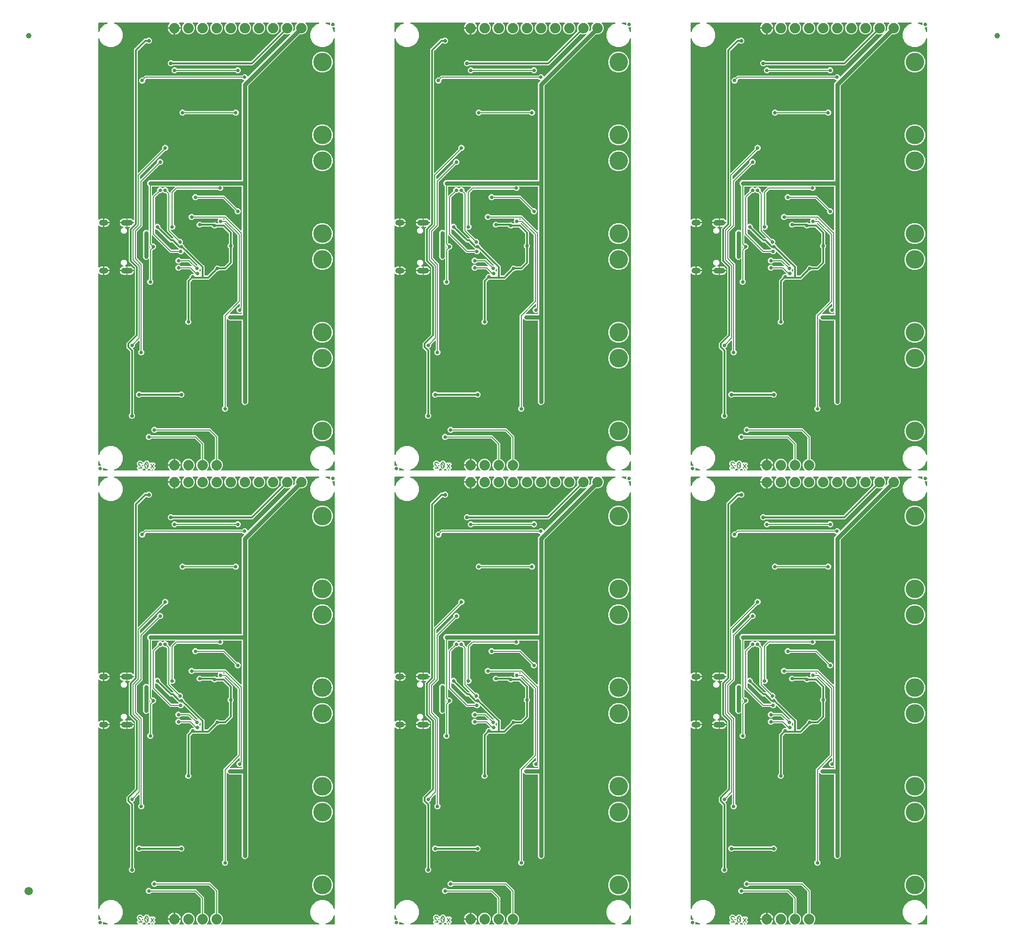
<source format=gbl>
G04 EAGLE Gerber RS-274X export*
G75*
%MOMM*%
%FSLAX34Y34*%
%LPD*%
%INBottom Copper*%
%IPPOS*%
%AMOC8*
5,1,8,0,0,1.08239X$1,22.5*%
G01*
%ADD10C,0.203200*%
%ADD11C,1.879600*%
%ADD12C,0.635000*%
%ADD13C,0.755600*%
%ADD14C,3.327400*%
%ADD15C,1.000000*%
%ADD16C,1.500000*%
%ADD17C,0.660400*%
%ADD18C,0.304800*%
%ADD19C,0.705600*%
%ADD20C,0.177800*%
%ADD21C,0.762000*%

G36*
X1140413Y3060D02*
X1140413Y3060D01*
X1140485Y3062D01*
X1140534Y3080D01*
X1140585Y3088D01*
X1140649Y3122D01*
X1140716Y3147D01*
X1140757Y3179D01*
X1140803Y3204D01*
X1140852Y3256D01*
X1140908Y3300D01*
X1140936Y3344D01*
X1140972Y3382D01*
X1141002Y3447D01*
X1141041Y3507D01*
X1141054Y3558D01*
X1141076Y3605D01*
X1141083Y3676D01*
X1141101Y3746D01*
X1141097Y3798D01*
X1141103Y3849D01*
X1141087Y3920D01*
X1141082Y3991D01*
X1141061Y4039D01*
X1141050Y4090D01*
X1141014Y4151D01*
X1140986Y4217D01*
X1140941Y4273D01*
X1140924Y4301D01*
X1140906Y4316D01*
X1140881Y4348D01*
X1139126Y6103D01*
X1139126Y8629D01*
X1140727Y10230D01*
X1140744Y10254D01*
X1140767Y10273D01*
X1140816Y10354D01*
X1140871Y10430D01*
X1140880Y10458D01*
X1140895Y10483D01*
X1140916Y10575D01*
X1140943Y10665D01*
X1140943Y10695D01*
X1140949Y10723D01*
X1140939Y10817D01*
X1140937Y10911D01*
X1140927Y10939D01*
X1140924Y10968D01*
X1140885Y11053D01*
X1140853Y11142D01*
X1140834Y11165D01*
X1140822Y11192D01*
X1140714Y11320D01*
X1140082Y11922D01*
X1139980Y12161D01*
X1139963Y12187D01*
X1139954Y12215D01*
X1139898Y12298D01*
X1139898Y12304D01*
X1139890Y12331D01*
X1139888Y12349D01*
X1139875Y12379D01*
X1139849Y12465D01*
X1139220Y13933D01*
X1139188Y13984D01*
X1139164Y14040D01*
X1139126Y14087D01*
X1139126Y16899D01*
X1140657Y19551D01*
X1143310Y21083D01*
X1145105Y21083D01*
X1146419Y21083D01*
X1146420Y21083D01*
X1146947Y21083D01*
X1150353Y18606D01*
X1150437Y18346D01*
X1150438Y18344D01*
X1150438Y18342D01*
X1150495Y18234D01*
X1150550Y18127D01*
X1150551Y18126D01*
X1150552Y18124D01*
X1150640Y18040D01*
X1150726Y17956D01*
X1150728Y17955D01*
X1150729Y17954D01*
X1150840Y17902D01*
X1150948Y17850D01*
X1150950Y17850D01*
X1150952Y17849D01*
X1151073Y17835D01*
X1151192Y17820D01*
X1151194Y17820D01*
X1151196Y17820D01*
X1151314Y17845D01*
X1151433Y17870D01*
X1151435Y17871D01*
X1151437Y17871D01*
X1151541Y17932D01*
X1151646Y17993D01*
X1151647Y17995D01*
X1151649Y17996D01*
X1151728Y18088D01*
X1151808Y18178D01*
X1151808Y18180D01*
X1151810Y18182D01*
X1151881Y18334D01*
X1152154Y19130D01*
X1154888Y21083D01*
X1158248Y21083D01*
X1160981Y19130D01*
X1161450Y17763D01*
X1161464Y17736D01*
X1161486Y17677D01*
X1161668Y17302D01*
X1161709Y17244D01*
X1161742Y17181D01*
X1161780Y17145D01*
X1161810Y17102D01*
X1161868Y17060D01*
X1161919Y17010D01*
X1161966Y16988D01*
X1162009Y16957D01*
X1162077Y16935D01*
X1162141Y16905D01*
X1162193Y16898D01*
X1162244Y16882D01*
X1162314Y16884D01*
X1162385Y16875D01*
X1162437Y16886D01*
X1162490Y16887D01*
X1162556Y16911D01*
X1162626Y16925D01*
X1162691Y16959D01*
X1162721Y16970D01*
X1162739Y16984D01*
X1162775Y17002D01*
X1163844Y17715D01*
X1166369Y17210D01*
X1166389Y17188D01*
X1166430Y17166D01*
X1166466Y17136D01*
X1166538Y17108D01*
X1166605Y17071D01*
X1166651Y17063D01*
X1166695Y17046D01*
X1166772Y17042D01*
X1166848Y17029D01*
X1166894Y17036D01*
X1166941Y17034D01*
X1167015Y17055D01*
X1167091Y17067D01*
X1167132Y17088D01*
X1167177Y17101D01*
X1167241Y17144D01*
X1167309Y17180D01*
X1167338Y17210D01*
X1169866Y17715D01*
X1171967Y16314D01*
X1172463Y13838D01*
X1170800Y11344D01*
X1170752Y11239D01*
X1170703Y11134D01*
X1170702Y11127D01*
X1170699Y11120D01*
X1170687Y11005D01*
X1170673Y10890D01*
X1170675Y10883D01*
X1170674Y10876D01*
X1170700Y10763D01*
X1170723Y10649D01*
X1170727Y10641D01*
X1170728Y10636D01*
X1170739Y10619D01*
X1170800Y10500D01*
X1172463Y8006D01*
X1171967Y5530D01*
X1170338Y4443D01*
X1170320Y4427D01*
X1170300Y4416D01*
X1170231Y4344D01*
X1170158Y4276D01*
X1170147Y4255D01*
X1170130Y4238D01*
X1170088Y4147D01*
X1170041Y4059D01*
X1170037Y4036D01*
X1170027Y4015D01*
X1170016Y3916D01*
X1169999Y3817D01*
X1170002Y3794D01*
X1170000Y3771D01*
X1170021Y3673D01*
X1170036Y3574D01*
X1170047Y3553D01*
X1170052Y3530D01*
X1170103Y3444D01*
X1170149Y3355D01*
X1170166Y3339D01*
X1170178Y3319D01*
X1170254Y3254D01*
X1170326Y3184D01*
X1170347Y3174D01*
X1170365Y3159D01*
X1170458Y3122D01*
X1170548Y3079D01*
X1170571Y3076D01*
X1170593Y3067D01*
X1170760Y3049D01*
X1197430Y3049D01*
X1197500Y3060D01*
X1197572Y3062D01*
X1197621Y3080D01*
X1197672Y3088D01*
X1197736Y3122D01*
X1197803Y3147D01*
X1197844Y3179D01*
X1197890Y3204D01*
X1197939Y3255D01*
X1197995Y3300D01*
X1198023Y3344D01*
X1198059Y3382D01*
X1198089Y3447D01*
X1198128Y3507D01*
X1198141Y3558D01*
X1198163Y3605D01*
X1198171Y3676D01*
X1198188Y3746D01*
X1198184Y3798D01*
X1198190Y3849D01*
X1198175Y3920D01*
X1198169Y3991D01*
X1198149Y4039D01*
X1198138Y4090D01*
X1198101Y4151D01*
X1198073Y4217D01*
X1198028Y4273D01*
X1198011Y4301D01*
X1197994Y4316D01*
X1197968Y4348D01*
X1197394Y4922D01*
X1196289Y6443D01*
X1195436Y8117D01*
X1194855Y9904D01*
X1194654Y11177D01*
X1205738Y11177D01*
X1205758Y11180D01*
X1205777Y11178D01*
X1205879Y11200D01*
X1205981Y11217D01*
X1205998Y11226D01*
X1206018Y11230D01*
X1206107Y11283D01*
X1206198Y11332D01*
X1206212Y11346D01*
X1206229Y11356D01*
X1206296Y11435D01*
X1206367Y11510D01*
X1206376Y11528D01*
X1206389Y11543D01*
X1206427Y11639D01*
X1206471Y11733D01*
X1206473Y11753D01*
X1206481Y11771D01*
X1206499Y11938D01*
X1206499Y12701D01*
X1206501Y12701D01*
X1206501Y11938D01*
X1206504Y11918D01*
X1206502Y11899D01*
X1206524Y11797D01*
X1206541Y11695D01*
X1206550Y11678D01*
X1206554Y11658D01*
X1206607Y11569D01*
X1206656Y11478D01*
X1206670Y11464D01*
X1206680Y11447D01*
X1206759Y11380D01*
X1206834Y11309D01*
X1206852Y11300D01*
X1206867Y11287D01*
X1206963Y11248D01*
X1207057Y11205D01*
X1207077Y11203D01*
X1207095Y11195D01*
X1207262Y11177D01*
X1218346Y11177D01*
X1218145Y9904D01*
X1217564Y8117D01*
X1216711Y6443D01*
X1215606Y4922D01*
X1215032Y4348D01*
X1214990Y4290D01*
X1214941Y4238D01*
X1214919Y4191D01*
X1214889Y4149D01*
X1214868Y4080D01*
X1214837Y4015D01*
X1214832Y3963D01*
X1214816Y3913D01*
X1214818Y3842D01*
X1214810Y3771D01*
X1214821Y3720D01*
X1214823Y3668D01*
X1214847Y3600D01*
X1214862Y3530D01*
X1214889Y3485D01*
X1214907Y3437D01*
X1214952Y3381D01*
X1214989Y3319D01*
X1215028Y3285D01*
X1215061Y3245D01*
X1215121Y3206D01*
X1215176Y3159D01*
X1215224Y3140D01*
X1215268Y3112D01*
X1215337Y3094D01*
X1215404Y3067D01*
X1215475Y3059D01*
X1215506Y3051D01*
X1215530Y3053D01*
X1215570Y3049D01*
X1223548Y3049D01*
X1223619Y3060D01*
X1223690Y3062D01*
X1223739Y3080D01*
X1223791Y3088D01*
X1223854Y3122D01*
X1223921Y3147D01*
X1223962Y3179D01*
X1224008Y3204D01*
X1224057Y3256D01*
X1224113Y3300D01*
X1224142Y3344D01*
X1224177Y3382D01*
X1224208Y3447D01*
X1224246Y3507D01*
X1224259Y3558D01*
X1224281Y3605D01*
X1224289Y3676D01*
X1224307Y3746D01*
X1224302Y3798D01*
X1224308Y3849D01*
X1224293Y3920D01*
X1224287Y3991D01*
X1224267Y4039D01*
X1224256Y4090D01*
X1224219Y4151D01*
X1224191Y4217D01*
X1224146Y4273D01*
X1224130Y4301D01*
X1224112Y4316D01*
X1224086Y4348D01*
X1222210Y6225D01*
X1220469Y10426D01*
X1220469Y14974D01*
X1222210Y19175D01*
X1225425Y22390D01*
X1229626Y24131D01*
X1234174Y24131D01*
X1238375Y22390D01*
X1241590Y19175D01*
X1243331Y14974D01*
X1243331Y10426D01*
X1241590Y6225D01*
X1239714Y4348D01*
X1239672Y4290D01*
X1239623Y4238D01*
X1239601Y4191D01*
X1239570Y4149D01*
X1239549Y4080D01*
X1239519Y4015D01*
X1239513Y3963D01*
X1239498Y3913D01*
X1239500Y3842D01*
X1239492Y3771D01*
X1239503Y3720D01*
X1239504Y3668D01*
X1239529Y3600D01*
X1239544Y3530D01*
X1239571Y3485D01*
X1239589Y3437D01*
X1239634Y3381D01*
X1239670Y3319D01*
X1239710Y3285D01*
X1239742Y3245D01*
X1239803Y3206D01*
X1239857Y3159D01*
X1239905Y3140D01*
X1239949Y3112D01*
X1240019Y3094D01*
X1240085Y3067D01*
X1240157Y3059D01*
X1240188Y3051D01*
X1240211Y3053D01*
X1240252Y3049D01*
X1248948Y3049D01*
X1249019Y3060D01*
X1249090Y3062D01*
X1249139Y3080D01*
X1249191Y3088D01*
X1249254Y3122D01*
X1249321Y3147D01*
X1249362Y3179D01*
X1249408Y3204D01*
X1249457Y3256D01*
X1249513Y3300D01*
X1249542Y3344D01*
X1249577Y3382D01*
X1249608Y3447D01*
X1249646Y3507D01*
X1249659Y3558D01*
X1249681Y3605D01*
X1249689Y3676D01*
X1249707Y3746D01*
X1249702Y3798D01*
X1249708Y3849D01*
X1249693Y3920D01*
X1249687Y3991D01*
X1249667Y4039D01*
X1249656Y4090D01*
X1249619Y4151D01*
X1249591Y4217D01*
X1249546Y4273D01*
X1249530Y4301D01*
X1249512Y4316D01*
X1249486Y4348D01*
X1247610Y6225D01*
X1245869Y10426D01*
X1245869Y14974D01*
X1247610Y19175D01*
X1250825Y22390D01*
X1253908Y23668D01*
X1254008Y23729D01*
X1254015Y23734D01*
X1254060Y23757D01*
X1254066Y23764D01*
X1254108Y23789D01*
X1254112Y23794D01*
X1254117Y23797D01*
X1254192Y23887D01*
X1254268Y23976D01*
X1254270Y23982D01*
X1254274Y23987D01*
X1254316Y24095D01*
X1254360Y24204D01*
X1254361Y24212D01*
X1254362Y24216D01*
X1254363Y24235D01*
X1254378Y24371D01*
X1254378Y49274D01*
X1254364Y49365D01*
X1254356Y49455D01*
X1254344Y49485D01*
X1254339Y49517D01*
X1254296Y49598D01*
X1254260Y49682D01*
X1254234Y49714D01*
X1254223Y49735D01*
X1254200Y49757D01*
X1254155Y49813D01*
X1243613Y60355D01*
X1243539Y60408D01*
X1243469Y60468D01*
X1243439Y60480D01*
X1243413Y60499D01*
X1243326Y60526D01*
X1243241Y60560D01*
X1243200Y60564D01*
X1243178Y60571D01*
X1243146Y60570D01*
X1243074Y60578D01*
X1165638Y60578D01*
X1165548Y60564D01*
X1165457Y60556D01*
X1165427Y60544D01*
X1165395Y60539D01*
X1165315Y60496D01*
X1165231Y60460D01*
X1165199Y60434D01*
X1165178Y60423D01*
X1165156Y60400D01*
X1165100Y60355D01*
X1163722Y58977D01*
X1161761Y58165D01*
X1159639Y58165D01*
X1157678Y58977D01*
X1156177Y60478D01*
X1155365Y62439D01*
X1155365Y64561D01*
X1156177Y66522D01*
X1157678Y68023D01*
X1159639Y68835D01*
X1161761Y68835D01*
X1163722Y68023D01*
X1165100Y66645D01*
X1165174Y66592D01*
X1165243Y66532D01*
X1165273Y66520D01*
X1165300Y66501D01*
X1165386Y66474D01*
X1165471Y66440D01*
X1165512Y66436D01*
X1165535Y66429D01*
X1165567Y66430D01*
X1165638Y66422D01*
X1245810Y66422D01*
X1260222Y52010D01*
X1260222Y24371D01*
X1260241Y24256D01*
X1260258Y24140D01*
X1260260Y24134D01*
X1260261Y24128D01*
X1260316Y24026D01*
X1260369Y23921D01*
X1260374Y23916D01*
X1260377Y23911D01*
X1260461Y23831D01*
X1260545Y23749D01*
X1260551Y23745D01*
X1260555Y23741D01*
X1260572Y23734D01*
X1260599Y23719D01*
X1260606Y23713D01*
X1260620Y23707D01*
X1260692Y23668D01*
X1263775Y22390D01*
X1266990Y19175D01*
X1268731Y14974D01*
X1268731Y10426D01*
X1266990Y6225D01*
X1265114Y4348D01*
X1265072Y4290D01*
X1265023Y4238D01*
X1265001Y4191D01*
X1264970Y4149D01*
X1264949Y4080D01*
X1264919Y4015D01*
X1264913Y3963D01*
X1264898Y3913D01*
X1264900Y3842D01*
X1264892Y3771D01*
X1264903Y3720D01*
X1264904Y3668D01*
X1264929Y3600D01*
X1264944Y3530D01*
X1264971Y3485D01*
X1264989Y3437D01*
X1265034Y3381D01*
X1265070Y3319D01*
X1265110Y3285D01*
X1265142Y3245D01*
X1265203Y3206D01*
X1265257Y3159D01*
X1265305Y3140D01*
X1265349Y3112D01*
X1265419Y3094D01*
X1265485Y3067D01*
X1265557Y3059D01*
X1265588Y3051D01*
X1265611Y3053D01*
X1265652Y3049D01*
X1274348Y3049D01*
X1274419Y3060D01*
X1274490Y3062D01*
X1274539Y3080D01*
X1274591Y3088D01*
X1274654Y3122D01*
X1274721Y3147D01*
X1274762Y3179D01*
X1274808Y3204D01*
X1274857Y3256D01*
X1274913Y3300D01*
X1274942Y3344D01*
X1274977Y3382D01*
X1275008Y3447D01*
X1275046Y3507D01*
X1275059Y3558D01*
X1275081Y3605D01*
X1275089Y3676D01*
X1275107Y3746D01*
X1275102Y3798D01*
X1275108Y3849D01*
X1275093Y3920D01*
X1275087Y3991D01*
X1275067Y4039D01*
X1275056Y4090D01*
X1275019Y4151D01*
X1274991Y4217D01*
X1274946Y4273D01*
X1274930Y4301D01*
X1274912Y4316D01*
X1274886Y4348D01*
X1273010Y6225D01*
X1271269Y10426D01*
X1271269Y14974D01*
X1273010Y19175D01*
X1276225Y22390D01*
X1279308Y23668D01*
X1279408Y23729D01*
X1279415Y23734D01*
X1279460Y23757D01*
X1279466Y23764D01*
X1279508Y23789D01*
X1279512Y23794D01*
X1279517Y23797D01*
X1279592Y23887D01*
X1279668Y23976D01*
X1279670Y23982D01*
X1279674Y23987D01*
X1279716Y24095D01*
X1279760Y24204D01*
X1279761Y24212D01*
X1279762Y24216D01*
X1279763Y24235D01*
X1279778Y24371D01*
X1279778Y61974D01*
X1279764Y62065D01*
X1279756Y62155D01*
X1279744Y62185D01*
X1279739Y62217D01*
X1279696Y62298D01*
X1279660Y62382D01*
X1279634Y62414D01*
X1279623Y62435D01*
X1279600Y62457D01*
X1279555Y62513D01*
X1269013Y73055D01*
X1268939Y73108D01*
X1268869Y73168D01*
X1268839Y73180D01*
X1268813Y73199D01*
X1268726Y73226D01*
X1268641Y73260D01*
X1268600Y73264D01*
X1268578Y73271D01*
X1268546Y73270D01*
X1268474Y73278D01*
X1175638Y73278D01*
X1175548Y73264D01*
X1175457Y73256D01*
X1175427Y73244D01*
X1175395Y73239D01*
X1175315Y73196D01*
X1175231Y73160D01*
X1175199Y73134D01*
X1175178Y73123D01*
X1175156Y73100D01*
X1175100Y73055D01*
X1173722Y71677D01*
X1171761Y70865D01*
X1169639Y70865D01*
X1167678Y71677D01*
X1166177Y73178D01*
X1165365Y75139D01*
X1165365Y77261D01*
X1166177Y79222D01*
X1167678Y80723D01*
X1169639Y81535D01*
X1171761Y81535D01*
X1173722Y80723D01*
X1175100Y79345D01*
X1175174Y79292D01*
X1175243Y79232D01*
X1175273Y79220D01*
X1175300Y79201D01*
X1175386Y79174D01*
X1175471Y79140D01*
X1175512Y79136D01*
X1175535Y79129D01*
X1175567Y79130D01*
X1175638Y79122D01*
X1271210Y79122D01*
X1285622Y64710D01*
X1285622Y24371D01*
X1285641Y24256D01*
X1285658Y24140D01*
X1285660Y24134D01*
X1285661Y24128D01*
X1285716Y24026D01*
X1285769Y23921D01*
X1285774Y23916D01*
X1285777Y23911D01*
X1285861Y23831D01*
X1285945Y23749D01*
X1285951Y23745D01*
X1285955Y23741D01*
X1285972Y23734D01*
X1285999Y23719D01*
X1286006Y23713D01*
X1286020Y23707D01*
X1286092Y23668D01*
X1289175Y22390D01*
X1292390Y19175D01*
X1294131Y14974D01*
X1294131Y10426D01*
X1292390Y6225D01*
X1290514Y4348D01*
X1290472Y4290D01*
X1290423Y4238D01*
X1290401Y4191D01*
X1290370Y4149D01*
X1290349Y4080D01*
X1290319Y4015D01*
X1290313Y3963D01*
X1290298Y3913D01*
X1290300Y3842D01*
X1290292Y3771D01*
X1290303Y3720D01*
X1290304Y3668D01*
X1290329Y3600D01*
X1290344Y3530D01*
X1290371Y3485D01*
X1290389Y3437D01*
X1290434Y3381D01*
X1290470Y3319D01*
X1290510Y3285D01*
X1290542Y3245D01*
X1290603Y3206D01*
X1290657Y3159D01*
X1290705Y3140D01*
X1290749Y3112D01*
X1290819Y3094D01*
X1290885Y3067D01*
X1290957Y3059D01*
X1290988Y3051D01*
X1291011Y3053D01*
X1291052Y3049D01*
X1466914Y3049D01*
X1467010Y3064D01*
X1467107Y3074D01*
X1467131Y3084D01*
X1467157Y3088D01*
X1467243Y3134D01*
X1467332Y3174D01*
X1467351Y3191D01*
X1467375Y3204D01*
X1467441Y3274D01*
X1467513Y3340D01*
X1467526Y3363D01*
X1467544Y3382D01*
X1467585Y3470D01*
X1467632Y3556D01*
X1467637Y3581D01*
X1467648Y3605D01*
X1467658Y3702D01*
X1467676Y3798D01*
X1467672Y3824D01*
X1467675Y3849D01*
X1467654Y3945D01*
X1467640Y4041D01*
X1467628Y4064D01*
X1467622Y4090D01*
X1467572Y4173D01*
X1467528Y4260D01*
X1467510Y4279D01*
X1467496Y4301D01*
X1467422Y4364D01*
X1467353Y4432D01*
X1467324Y4448D01*
X1467309Y4461D01*
X1467279Y4473D01*
X1467206Y4513D01*
X1460970Y7096D01*
X1454896Y13170D01*
X1451609Y21105D01*
X1451609Y29695D01*
X1454896Y37630D01*
X1460970Y43704D01*
X1468905Y46991D01*
X1477495Y46991D01*
X1485430Y43704D01*
X1491504Y37630D01*
X1494087Y31394D01*
X1494138Y31311D01*
X1494184Y31225D01*
X1494203Y31207D01*
X1494216Y31185D01*
X1494291Y31123D01*
X1494362Y31056D01*
X1494386Y31045D01*
X1494406Y31028D01*
X1494497Y30994D01*
X1494585Y30952D01*
X1494611Y30950D01*
X1494635Y30940D01*
X1494733Y30936D01*
X1494829Y30925D01*
X1494855Y30931D01*
X1494881Y30930D01*
X1494975Y30957D01*
X1495070Y30978D01*
X1495092Y30991D01*
X1495117Y30998D01*
X1495197Y31054D01*
X1495281Y31104D01*
X1495298Y31124D01*
X1495319Y31139D01*
X1495378Y31217D01*
X1495441Y31291D01*
X1495451Y31315D01*
X1495466Y31336D01*
X1495496Y31428D01*
X1495533Y31519D01*
X1495536Y31551D01*
X1495542Y31570D01*
X1495542Y31603D01*
X1495551Y31686D01*
X1495551Y781114D01*
X1495536Y781210D01*
X1495526Y781307D01*
X1495516Y781331D01*
X1495512Y781357D01*
X1495466Y781443D01*
X1495426Y781532D01*
X1495409Y781551D01*
X1495396Y781575D01*
X1495326Y781641D01*
X1495260Y781713D01*
X1495237Y781726D01*
X1495218Y781744D01*
X1495130Y781785D01*
X1495044Y781832D01*
X1495019Y781837D01*
X1494995Y781848D01*
X1494898Y781858D01*
X1494802Y781876D01*
X1494776Y781872D01*
X1494751Y781875D01*
X1494655Y781854D01*
X1494559Y781840D01*
X1494536Y781828D01*
X1494510Y781822D01*
X1494427Y781772D01*
X1494340Y781728D01*
X1494321Y781710D01*
X1494299Y781696D01*
X1494236Y781622D01*
X1494168Y781553D01*
X1494152Y781524D01*
X1494139Y781509D01*
X1494127Y781479D01*
X1494087Y781406D01*
X1491504Y775170D01*
X1485430Y769096D01*
X1477495Y765809D01*
X1468905Y765809D01*
X1460970Y769096D01*
X1454896Y775170D01*
X1451609Y783105D01*
X1451609Y791695D01*
X1454896Y799630D01*
X1460970Y805704D01*
X1467206Y808287D01*
X1467289Y808338D01*
X1467375Y808384D01*
X1467393Y808403D01*
X1467415Y808416D01*
X1467477Y808491D01*
X1467544Y808562D01*
X1467555Y808586D01*
X1467572Y808606D01*
X1467606Y808697D01*
X1467648Y808785D01*
X1467650Y808811D01*
X1467660Y808835D01*
X1467664Y808933D01*
X1467675Y809029D01*
X1467669Y809055D01*
X1467670Y809081D01*
X1467643Y809175D01*
X1467622Y809270D01*
X1467609Y809292D01*
X1467602Y809317D01*
X1467546Y809397D01*
X1467496Y809481D01*
X1467476Y809498D01*
X1467461Y809519D01*
X1467383Y809578D01*
X1467309Y809641D01*
X1467285Y809651D01*
X1467264Y809666D01*
X1467172Y809696D01*
X1467081Y809733D01*
X1467049Y809736D01*
X1467030Y809742D01*
X1466997Y809742D01*
X1466914Y809751D01*
X1443452Y809751D01*
X1443381Y809740D01*
X1443310Y809738D01*
X1443261Y809720D01*
X1443209Y809712D01*
X1443146Y809678D01*
X1443079Y809653D01*
X1443038Y809621D01*
X1442992Y809596D01*
X1442943Y809544D01*
X1442887Y809500D01*
X1442858Y809456D01*
X1442823Y809418D01*
X1442792Y809353D01*
X1442754Y809293D01*
X1442741Y809242D01*
X1442719Y809195D01*
X1442711Y809124D01*
X1442693Y809054D01*
X1442698Y809002D01*
X1442692Y808951D01*
X1442707Y808880D01*
X1442713Y808809D01*
X1442733Y808761D01*
X1442744Y808710D01*
X1442781Y808649D01*
X1442809Y808583D01*
X1442854Y808527D01*
X1442870Y808499D01*
X1442888Y808484D01*
X1442914Y808452D01*
X1444790Y806575D01*
X1446531Y802374D01*
X1446531Y797826D01*
X1444790Y793625D01*
X1441575Y790410D01*
X1437374Y788669D01*
X1432826Y788669D01*
X1432664Y788737D01*
X1432550Y788763D01*
X1432437Y788792D01*
X1432431Y788791D01*
X1432425Y788793D01*
X1432308Y788782D01*
X1432192Y788773D01*
X1432186Y788770D01*
X1432180Y788770D01*
X1432072Y788722D01*
X1431965Y788676D01*
X1431960Y788672D01*
X1431955Y788670D01*
X1431941Y788657D01*
X1431834Y788572D01*
X1339566Y696303D01*
X1339521Y696240D01*
X1339496Y696214D01*
X1339491Y696204D01*
X1339453Y696159D01*
X1339441Y696129D01*
X1339422Y696103D01*
X1339395Y696016D01*
X1339361Y695931D01*
X1339357Y695890D01*
X1339350Y695868D01*
X1339351Y695836D01*
X1339343Y695765D01*
X1339343Y125838D01*
X1338453Y123690D01*
X1336810Y122047D01*
X1334662Y121157D01*
X1332338Y121157D01*
X1330190Y122047D01*
X1328547Y123690D01*
X1327657Y125838D01*
X1327657Y272796D01*
X1327654Y272816D01*
X1327656Y272835D01*
X1327634Y272937D01*
X1327618Y273039D01*
X1327608Y273056D01*
X1327604Y273076D01*
X1327551Y273165D01*
X1327502Y273256D01*
X1327488Y273270D01*
X1327478Y273287D01*
X1327399Y273354D01*
X1327324Y273426D01*
X1327306Y273434D01*
X1327291Y273447D01*
X1327195Y273486D01*
X1327101Y273529D01*
X1327081Y273531D01*
X1327063Y273539D01*
X1326896Y273557D01*
X1305668Y273557D01*
X1303520Y274447D01*
X1302161Y275806D01*
X1302103Y275848D01*
X1302051Y275897D01*
X1302004Y275919D01*
X1301962Y275949D01*
X1301893Y275971D01*
X1301828Y276001D01*
X1301776Y276006D01*
X1301726Y276022D01*
X1301655Y276020D01*
X1301584Y276028D01*
X1301533Y276017D01*
X1301481Y276015D01*
X1301413Y275991D01*
X1301343Y275976D01*
X1301298Y275949D01*
X1301250Y275931D01*
X1301194Y275886D01*
X1301132Y275849D01*
X1301098Y275810D01*
X1301058Y275777D01*
X1301019Y275717D01*
X1300972Y275662D01*
X1300953Y275614D01*
X1300925Y275570D01*
X1300907Y275501D01*
X1300880Y275434D01*
X1300872Y275363D01*
X1300864Y275332D01*
X1300866Y275309D01*
X1300862Y275268D01*
X1300862Y119238D01*
X1300876Y119148D01*
X1300884Y119057D01*
X1300896Y119027D01*
X1300901Y118995D01*
X1300944Y118915D01*
X1300980Y118831D01*
X1301006Y118799D01*
X1301017Y118778D01*
X1301040Y118756D01*
X1301085Y118700D01*
X1302463Y117322D01*
X1303275Y115361D01*
X1303275Y113239D01*
X1302463Y111278D01*
X1300962Y109777D01*
X1299001Y108965D01*
X1296879Y108965D01*
X1294918Y109777D01*
X1293417Y111278D01*
X1292605Y113239D01*
X1292605Y115361D01*
X1293417Y117322D01*
X1294795Y118700D01*
X1294848Y118774D01*
X1294908Y118843D01*
X1294920Y118873D01*
X1294939Y118900D01*
X1294966Y118986D01*
X1295000Y119071D01*
X1295004Y119112D01*
X1295011Y119135D01*
X1295010Y119167D01*
X1295018Y119238D01*
X1295018Y283150D01*
X1320322Y308454D01*
X1320375Y308528D01*
X1320435Y308598D01*
X1320447Y308628D01*
X1320466Y308654D01*
X1320493Y308741D01*
X1320527Y308826D01*
X1320531Y308867D01*
X1320538Y308889D01*
X1320537Y308921D01*
X1320545Y308993D01*
X1320545Y426464D01*
X1320531Y426555D01*
X1320523Y426645D01*
X1320511Y426675D01*
X1320506Y426707D01*
X1320463Y426788D01*
X1320427Y426872D01*
X1320401Y426904D01*
X1320390Y426925D01*
X1320367Y426947D01*
X1320322Y427003D01*
X1298350Y448975D01*
X1298276Y449028D01*
X1298206Y449088D01*
X1298176Y449100D01*
X1298150Y449119D01*
X1298063Y449146D01*
X1297978Y449180D01*
X1297937Y449184D01*
X1297915Y449191D01*
X1297883Y449190D01*
X1297811Y449198D01*
X1297570Y449198D01*
X1297499Y449187D01*
X1297427Y449185D01*
X1297378Y449167D01*
X1297327Y449159D01*
X1297263Y449125D01*
X1297196Y449100D01*
X1297155Y449068D01*
X1297109Y449043D01*
X1297060Y448991D01*
X1297004Y448947D01*
X1296976Y448903D01*
X1296940Y448865D01*
X1296910Y448800D01*
X1296871Y448740D01*
X1296858Y448689D01*
X1296836Y448642D01*
X1296828Y448571D01*
X1296811Y448501D01*
X1296815Y448449D01*
X1296809Y448398D01*
X1296825Y448327D01*
X1296830Y448256D01*
X1296850Y448208D01*
X1296862Y448157D01*
X1296898Y448096D01*
X1296926Y448030D01*
X1296971Y447974D01*
X1296988Y447946D01*
X1297006Y447931D01*
X1297031Y447899D01*
X1299180Y445750D01*
X1311657Y433273D01*
X1311657Y411973D01*
X1311671Y411883D01*
X1311679Y411792D01*
X1311691Y411762D01*
X1311696Y411730D01*
X1311739Y411650D01*
X1311775Y411566D01*
X1311801Y411534D01*
X1311812Y411513D01*
X1311835Y411491D01*
X1311880Y411435D01*
X1312623Y410692D01*
X1313435Y408731D01*
X1313435Y406609D01*
X1312623Y404648D01*
X1311880Y403905D01*
X1311827Y403831D01*
X1311767Y403762D01*
X1311755Y403732D01*
X1311736Y403706D01*
X1311709Y403619D01*
X1311675Y403534D01*
X1311671Y403493D01*
X1311664Y403470D01*
X1311665Y403438D01*
X1311657Y403367D01*
X1311657Y375717D01*
X1299413Y363473D01*
X1288273Y363473D01*
X1288183Y363459D01*
X1288092Y363451D01*
X1288062Y363439D01*
X1288030Y363434D01*
X1287950Y363391D01*
X1287866Y363355D01*
X1287834Y363329D01*
X1287813Y363318D01*
X1287791Y363295D01*
X1287735Y363250D01*
X1286992Y362507D01*
X1285031Y361695D01*
X1283981Y361695D01*
X1283890Y361681D01*
X1283800Y361673D01*
X1283770Y361661D01*
X1283738Y361656D01*
X1283657Y361613D01*
X1283573Y361577D01*
X1283541Y361551D01*
X1283520Y361540D01*
X1283498Y361517D01*
X1283442Y361472D01*
X1268933Y346963D01*
X1241959Y346963D01*
X1241894Y346953D01*
X1241829Y346952D01*
X1241749Y346929D01*
X1241716Y346924D01*
X1241699Y346914D01*
X1241668Y346905D01*
X1240581Y346455D01*
X1239531Y346455D01*
X1239440Y346441D01*
X1239350Y346433D01*
X1239320Y346421D01*
X1239288Y346416D01*
X1239207Y346373D01*
X1239123Y346337D01*
X1239091Y346311D01*
X1239070Y346300D01*
X1239048Y346277D01*
X1238992Y346232D01*
X1235680Y342920D01*
X1235627Y342846D01*
X1235567Y342776D01*
X1235555Y342746D01*
X1235536Y342720D01*
X1235509Y342633D01*
X1235475Y342548D01*
X1235471Y342507D01*
X1235464Y342485D01*
X1235465Y342453D01*
X1235457Y342381D01*
X1235457Y274813D01*
X1235460Y274794D01*
X1235458Y274775D01*
X1235473Y274706D01*
X1235479Y274632D01*
X1235491Y274602D01*
X1235496Y274570D01*
X1235506Y274551D01*
X1235510Y274535D01*
X1235544Y274478D01*
X1235575Y274406D01*
X1235601Y274374D01*
X1235612Y274353D01*
X1235629Y274337D01*
X1235636Y274324D01*
X1235649Y274313D01*
X1235680Y274275D01*
X1236423Y273532D01*
X1237235Y271571D01*
X1237235Y269449D01*
X1236423Y267488D01*
X1234922Y265987D01*
X1232961Y265175D01*
X1230839Y265175D01*
X1228878Y265987D01*
X1227377Y267488D01*
X1226565Y269449D01*
X1226565Y271571D01*
X1227377Y273532D01*
X1228120Y274275D01*
X1228168Y274341D01*
X1228212Y274387D01*
X1228218Y274401D01*
X1228233Y274418D01*
X1228245Y274448D01*
X1228264Y274475D01*
X1228287Y274549D01*
X1228315Y274610D01*
X1228317Y274627D01*
X1228325Y274646D01*
X1228329Y274687D01*
X1228336Y274710D01*
X1228335Y274742D01*
X1228343Y274813D01*
X1228343Y345643D01*
X1233962Y351262D01*
X1234015Y351336D01*
X1234075Y351406D01*
X1234087Y351436D01*
X1234106Y351462D01*
X1234133Y351549D01*
X1234167Y351634D01*
X1234171Y351675D01*
X1234178Y351697D01*
X1234177Y351729D01*
X1234185Y351801D01*
X1234185Y352851D01*
X1234997Y354812D01*
X1236498Y356313D01*
X1238459Y357125D01*
X1240581Y357125D01*
X1240754Y357053D01*
X1240848Y357031D01*
X1240941Y357002D01*
X1240968Y357003D01*
X1240993Y356997D01*
X1241090Y357006D01*
X1241187Y357009D01*
X1241212Y357018D01*
X1241238Y357020D01*
X1241327Y357060D01*
X1241418Y357093D01*
X1241439Y357110D01*
X1241463Y357120D01*
X1241534Y357186D01*
X1241610Y357247D01*
X1241625Y357269D01*
X1241644Y357287D01*
X1241691Y357372D01*
X1241743Y357454D01*
X1241750Y357479D01*
X1241762Y357502D01*
X1241780Y357598D01*
X1241803Y357692D01*
X1241801Y357718D01*
X1241806Y357744D01*
X1241792Y357841D01*
X1241784Y357938D01*
X1241774Y357962D01*
X1241770Y357988D01*
X1241726Y358074D01*
X1241688Y358164D01*
X1241668Y358189D01*
X1241659Y358207D01*
X1241635Y358230D01*
X1241583Y358295D01*
X1234723Y365155D01*
X1234649Y365208D01*
X1234579Y365268D01*
X1234549Y365280D01*
X1234523Y365299D01*
X1234436Y365326D01*
X1234351Y365360D01*
X1234310Y365364D01*
X1234288Y365371D01*
X1234256Y365370D01*
X1234184Y365378D01*
X1219058Y365378D01*
X1218968Y365364D01*
X1218877Y365356D01*
X1218847Y365344D01*
X1218815Y365339D01*
X1218735Y365296D01*
X1218651Y365260D01*
X1218619Y365234D01*
X1218598Y365223D01*
X1218576Y365200D01*
X1218520Y365155D01*
X1217142Y363777D01*
X1215181Y362965D01*
X1213059Y362965D01*
X1211098Y363777D01*
X1209597Y365278D01*
X1208785Y367239D01*
X1208785Y369361D01*
X1209597Y371322D01*
X1211098Y372823D01*
X1213059Y373635D01*
X1215181Y373635D01*
X1217142Y372823D01*
X1218520Y371445D01*
X1218594Y371392D01*
X1218663Y371332D01*
X1218693Y371320D01*
X1218720Y371301D01*
X1218806Y371274D01*
X1218891Y371240D01*
X1218932Y371236D01*
X1218955Y371229D01*
X1218987Y371230D01*
X1219058Y371222D01*
X1236979Y371222D01*
X1237049Y371233D01*
X1237121Y371235D01*
X1237170Y371253D01*
X1237221Y371261D01*
X1237285Y371295D01*
X1237352Y371320D01*
X1237393Y371352D01*
X1237439Y371377D01*
X1237488Y371429D01*
X1237544Y371473D01*
X1237572Y371517D01*
X1237608Y371555D01*
X1237638Y371620D01*
X1237677Y371680D01*
X1237690Y371731D01*
X1237712Y371778D01*
X1237720Y371849D01*
X1237737Y371919D01*
X1237733Y371971D01*
X1237739Y372022D01*
X1237723Y372093D01*
X1237718Y372164D01*
X1237698Y372212D01*
X1237686Y372263D01*
X1237650Y372324D01*
X1237622Y372390D01*
X1237577Y372446D01*
X1237560Y372474D01*
X1237543Y372489D01*
X1237517Y372521D01*
X1232183Y377855D01*
X1232109Y377908D01*
X1232039Y377968D01*
X1232009Y377980D01*
X1231983Y377999D01*
X1231896Y378026D01*
X1231811Y378060D01*
X1231770Y378064D01*
X1231748Y378071D01*
X1231716Y378070D01*
X1231644Y378078D01*
X1219058Y378078D01*
X1218968Y378064D01*
X1218877Y378056D01*
X1218847Y378044D01*
X1218815Y378039D01*
X1218735Y377996D01*
X1218651Y377960D01*
X1218619Y377934D01*
X1218598Y377923D01*
X1218576Y377900D01*
X1218520Y377855D01*
X1217142Y376477D01*
X1215181Y375665D01*
X1213059Y375665D01*
X1211098Y376477D01*
X1209597Y377978D01*
X1208785Y379939D01*
X1208785Y382061D01*
X1209597Y384022D01*
X1211098Y385523D01*
X1213059Y386335D01*
X1215181Y386335D01*
X1217142Y385523D01*
X1218520Y384145D01*
X1218594Y384092D01*
X1218663Y384032D01*
X1218693Y384020D01*
X1218720Y384001D01*
X1218806Y383974D01*
X1218891Y383940D01*
X1218932Y383936D01*
X1218955Y383929D01*
X1218987Y383930D01*
X1219058Y383922D01*
X1234380Y383922D01*
X1245714Y372588D01*
X1245788Y372535D01*
X1245858Y372475D01*
X1245888Y372463D01*
X1245914Y372444D01*
X1246001Y372417D01*
X1246086Y372383D01*
X1246127Y372379D01*
X1246149Y372372D01*
X1246181Y372373D01*
X1246253Y372365D01*
X1247637Y372365D01*
X1247708Y372376D01*
X1247780Y372378D01*
X1247829Y372396D01*
X1247880Y372404D01*
X1247943Y372438D01*
X1248011Y372463D01*
X1248052Y372495D01*
X1248098Y372520D01*
X1248147Y372571D01*
X1248203Y372616D01*
X1248231Y372660D01*
X1248267Y372698D01*
X1248297Y372763D01*
X1248336Y372823D01*
X1248349Y372874D01*
X1248371Y372921D01*
X1248379Y372992D01*
X1248396Y373062D01*
X1248392Y373114D01*
X1248398Y373165D01*
X1248382Y373236D01*
X1248377Y373307D01*
X1248357Y373355D01*
X1248345Y373406D01*
X1248309Y373467D01*
X1248281Y373533D01*
X1248236Y373589D01*
X1248219Y373617D01*
X1248201Y373632D01*
X1248176Y373664D01*
X1224544Y397296D01*
X1224507Y397322D01*
X1224476Y397356D01*
X1224408Y397394D01*
X1224345Y397439D01*
X1224301Y397453D01*
X1224261Y397475D01*
X1224184Y397489D01*
X1224110Y397512D01*
X1224064Y397510D01*
X1224018Y397519D01*
X1223941Y397507D01*
X1223864Y397505D01*
X1223821Y397489D01*
X1223775Y397483D01*
X1223706Y397448D01*
X1223633Y397421D01*
X1223597Y397392D01*
X1223556Y397371D01*
X1223501Y397316D01*
X1223441Y397267D01*
X1223416Y397228D01*
X1223384Y397196D01*
X1223318Y397076D01*
X1223308Y397060D01*
X1223306Y397055D01*
X1223303Y397049D01*
X1222453Y394996D01*
X1220952Y393495D01*
X1218991Y392683D01*
X1216869Y392683D01*
X1214908Y393495D01*
X1213530Y394873D01*
X1213456Y394926D01*
X1213387Y394986D01*
X1213357Y394998D01*
X1213330Y395017D01*
X1213244Y395044D01*
X1213159Y395078D01*
X1213118Y395082D01*
X1213095Y395089D01*
X1213063Y395088D01*
X1212992Y395096D01*
X1198880Y395096D01*
X1167794Y426183D01*
X1167541Y426435D01*
X1167483Y426477D01*
X1167431Y426527D01*
X1167384Y426548D01*
X1167342Y426579D01*
X1167273Y426600D01*
X1167208Y426630D01*
X1167156Y426636D01*
X1167106Y426651D01*
X1167035Y426649D01*
X1166964Y426657D01*
X1166913Y426646D01*
X1166861Y426645D01*
X1166793Y426620D01*
X1166723Y426605D01*
X1166678Y426578D01*
X1166630Y426560D01*
X1166574Y426516D01*
X1166512Y426479D01*
X1166478Y426439D01*
X1166438Y426407D01*
X1166399Y426346D01*
X1166352Y426292D01*
X1166333Y426244D01*
X1166305Y426200D01*
X1166287Y426130D01*
X1166260Y426064D01*
X1166252Y425992D01*
X1166244Y425961D01*
X1166246Y425938D01*
X1166242Y425897D01*
X1166242Y413006D01*
X1166256Y412915D01*
X1166264Y412825D01*
X1166276Y412795D01*
X1166281Y412763D01*
X1166324Y412682D01*
X1166360Y412598D01*
X1166386Y412566D01*
X1166397Y412545D01*
X1166420Y412523D01*
X1166465Y412467D01*
X1166974Y411958D01*
X1167048Y411905D01*
X1167118Y411845D01*
X1167148Y411833D01*
X1167174Y411814D01*
X1167261Y411787D01*
X1167346Y411753D01*
X1167387Y411749D01*
X1167409Y411742D01*
X1167441Y411743D01*
X1167513Y411735D01*
X1169461Y411735D01*
X1171422Y410923D01*
X1172923Y409422D01*
X1173735Y407461D01*
X1173735Y405339D01*
X1172923Y403378D01*
X1171422Y401877D01*
X1169461Y401065D01*
X1169231Y401065D01*
X1169141Y401051D01*
X1169050Y401043D01*
X1169020Y401031D01*
X1168988Y401026D01*
X1168908Y400983D01*
X1168824Y400947D01*
X1168792Y400921D01*
X1168771Y400910D01*
X1168749Y400887D01*
X1168693Y400842D01*
X1166846Y398995D01*
X1166793Y398921D01*
X1166733Y398852D01*
X1166721Y398822D01*
X1166702Y398795D01*
X1166675Y398708D01*
X1166641Y398624D01*
X1166637Y398583D01*
X1166630Y398560D01*
X1166631Y398528D01*
X1166623Y398457D01*
X1166623Y347457D01*
X1166637Y347367D01*
X1166645Y347276D01*
X1166657Y347246D01*
X1166662Y347214D01*
X1166705Y347134D01*
X1166741Y347050D01*
X1166767Y347018D01*
X1166778Y346997D01*
X1166801Y346975D01*
X1166846Y346919D01*
X1167843Y345922D01*
X1168655Y343961D01*
X1168655Y341839D01*
X1167843Y339878D01*
X1166342Y338377D01*
X1164381Y337565D01*
X1162259Y337565D01*
X1160298Y338377D01*
X1158797Y339878D01*
X1157985Y341839D01*
X1157985Y343961D01*
X1158797Y345922D01*
X1160298Y347423D01*
X1160309Y347427D01*
X1160409Y347489D01*
X1160509Y347549D01*
X1160513Y347553D01*
X1160518Y347557D01*
X1160593Y347647D01*
X1160669Y347736D01*
X1160671Y347741D01*
X1160675Y347746D01*
X1160717Y347855D01*
X1160761Y347964D01*
X1160762Y347971D01*
X1160763Y347976D01*
X1160764Y347994D01*
X1160779Y348131D01*
X1160779Y383599D01*
X1160768Y383669D01*
X1160766Y383741D01*
X1160748Y383790D01*
X1160740Y383841D01*
X1160706Y383905D01*
X1160681Y383972D01*
X1160649Y384013D01*
X1160624Y384059D01*
X1160572Y384108D01*
X1160528Y384164D01*
X1160484Y384192D01*
X1160446Y384228D01*
X1160381Y384258D01*
X1160321Y384297D01*
X1160270Y384310D01*
X1160223Y384332D01*
X1160152Y384340D01*
X1160082Y384357D01*
X1160030Y384353D01*
X1159979Y384359D01*
X1159908Y384344D01*
X1159837Y384338D01*
X1159789Y384318D01*
X1159738Y384307D01*
X1159677Y384270D01*
X1159611Y384242D01*
X1159555Y384197D01*
X1159527Y384180D01*
X1159512Y384163D01*
X1159480Y384137D01*
X1159010Y383667D01*
X1156862Y382777D01*
X1154538Y382777D01*
X1152390Y383667D01*
X1150747Y385310D01*
X1149857Y387458D01*
X1149857Y431692D01*
X1150747Y433840D01*
X1152390Y435483D01*
X1154538Y436373D01*
X1156862Y436373D01*
X1159010Y435483D01*
X1159099Y435394D01*
X1159157Y435352D01*
X1159209Y435303D01*
X1159256Y435281D01*
X1159298Y435251D01*
X1159367Y435229D01*
X1159432Y435199D01*
X1159484Y435194D01*
X1159533Y435178D01*
X1159605Y435180D01*
X1159676Y435172D01*
X1159727Y435183D01*
X1159779Y435185D01*
X1159847Y435209D01*
X1159917Y435224D01*
X1159962Y435251D01*
X1160010Y435269D01*
X1160066Y435314D01*
X1160128Y435351D01*
X1160162Y435390D01*
X1160202Y435423D01*
X1160241Y435483D01*
X1160288Y435538D01*
X1160307Y435586D01*
X1160335Y435630D01*
X1160353Y435699D01*
X1160380Y435766D01*
X1160388Y435837D01*
X1160396Y435868D01*
X1160394Y435891D01*
X1160398Y435932D01*
X1160398Y515077D01*
X1160380Y515192D01*
X1160362Y515308D01*
X1160360Y515314D01*
X1160359Y515320D01*
X1160304Y515423D01*
X1160251Y515528D01*
X1160246Y515532D01*
X1160243Y515538D01*
X1160159Y515618D01*
X1160075Y515700D01*
X1160069Y515703D01*
X1160065Y515707D01*
X1160048Y515715D01*
X1160035Y515722D01*
X1158367Y517390D01*
X1157477Y519538D01*
X1157477Y521862D01*
X1158367Y524010D01*
X1160010Y525653D01*
X1162158Y526543D01*
X1326896Y526543D01*
X1326916Y526546D01*
X1326935Y526544D01*
X1327037Y526566D01*
X1327139Y526582D01*
X1327156Y526592D01*
X1327176Y526596D01*
X1327265Y526649D01*
X1327356Y526698D01*
X1327370Y526712D01*
X1327387Y526722D01*
X1327454Y526801D01*
X1327526Y526876D01*
X1327534Y526894D01*
X1327547Y526909D01*
X1327586Y527005D01*
X1327629Y527099D01*
X1327631Y527119D01*
X1327639Y527137D01*
X1327657Y527304D01*
X1327657Y699662D01*
X1328547Y701810D01*
X1330297Y703560D01*
X1331834Y705097D01*
X1331861Y705134D01*
X1331895Y705165D01*
X1331932Y705234D01*
X1331978Y705297D01*
X1331991Y705340D01*
X1332013Y705381D01*
X1332027Y705457D01*
X1332050Y705532D01*
X1332049Y705578D01*
X1332057Y705623D01*
X1332046Y705700D01*
X1332044Y705778D01*
X1332028Y705821D01*
X1332021Y705866D01*
X1331986Y705935D01*
X1331959Y706009D01*
X1331930Y706044D01*
X1331910Y706085D01*
X1331854Y706140D01*
X1331805Y706201D01*
X1331767Y706225D01*
X1331734Y706258D01*
X1331614Y706324D01*
X1331599Y706334D01*
X1331594Y706335D01*
X1331587Y706339D01*
X1330272Y706883D01*
X1328895Y708261D01*
X1328821Y708314D01*
X1328751Y708373D01*
X1328721Y708386D01*
X1328695Y708404D01*
X1328608Y708431D01*
X1328523Y708465D01*
X1328482Y708470D01*
X1328460Y708477D01*
X1328428Y708476D01*
X1328356Y708484D01*
X1156161Y708484D01*
X1156071Y708469D01*
X1155980Y708462D01*
X1155950Y708449D01*
X1155918Y708444D01*
X1155838Y708401D01*
X1155754Y708366D01*
X1155722Y708340D01*
X1155701Y708329D01*
X1155679Y708306D01*
X1155623Y708261D01*
X1154273Y706911D01*
X1154220Y706837D01*
X1154160Y706767D01*
X1154148Y706737D01*
X1154129Y706711D01*
X1154102Y706624D01*
X1154068Y706539D01*
X1154064Y706498D01*
X1154057Y706476D01*
X1154058Y706444D01*
X1154050Y706372D01*
X1154050Y704424D01*
X1153238Y702463D01*
X1151737Y700962D01*
X1149776Y700150D01*
X1147654Y700150D01*
X1145693Y700962D01*
X1144192Y702463D01*
X1143380Y704424D01*
X1143380Y706546D01*
X1144192Y708507D01*
X1145693Y710008D01*
X1147654Y710820D01*
X1149602Y710820D01*
X1149693Y710834D01*
X1149783Y710842D01*
X1149813Y710854D01*
X1149845Y710859D01*
X1149926Y710902D01*
X1150010Y710938D01*
X1150042Y710964D01*
X1150063Y710975D01*
X1150085Y710998D01*
X1150141Y711043D01*
X1153425Y714327D01*
X1328356Y714327D01*
X1328446Y714342D01*
X1328537Y714349D01*
X1328567Y714362D01*
X1328599Y714367D01*
X1328680Y714410D01*
X1328764Y714445D01*
X1328796Y714471D01*
X1328816Y714482D01*
X1328839Y714506D01*
X1328895Y714550D01*
X1330272Y715928D01*
X1332233Y716740D01*
X1334356Y716740D01*
X1336316Y715928D01*
X1337817Y714428D01*
X1338361Y713113D01*
X1338386Y713074D01*
X1338401Y713031D01*
X1338450Y712970D01*
X1338491Y712904D01*
X1338526Y712875D01*
X1338555Y712839D01*
X1338621Y712797D01*
X1338681Y712747D01*
X1338723Y712731D01*
X1338762Y712706D01*
X1338838Y712687D01*
X1338910Y712659D01*
X1338956Y712657D01*
X1339001Y712646D01*
X1339078Y712652D01*
X1339156Y712648D01*
X1339200Y712661D01*
X1339246Y712665D01*
X1339317Y712695D01*
X1339392Y712717D01*
X1339430Y712743D01*
X1339472Y712761D01*
X1339579Y712846D01*
X1339594Y712857D01*
X1339597Y712861D01*
X1339603Y712866D01*
X1415128Y788390D01*
X1415184Y788469D01*
X1415247Y788545D01*
X1415256Y788569D01*
X1415271Y788590D01*
X1415300Y788683D01*
X1415335Y788774D01*
X1415336Y788800D01*
X1415344Y788825D01*
X1415341Y788923D01*
X1415345Y789020D01*
X1415338Y789045D01*
X1415337Y789071D01*
X1415304Y789163D01*
X1415277Y789256D01*
X1415262Y789278D01*
X1415253Y789302D01*
X1415192Y789378D01*
X1415136Y789458D01*
X1415115Y789474D01*
X1415099Y789494D01*
X1415017Y789547D01*
X1414939Y789605D01*
X1414914Y789613D01*
X1414892Y789627D01*
X1414798Y789651D01*
X1414705Y789681D01*
X1414679Y789681D01*
X1414654Y789687D01*
X1414557Y789680D01*
X1414459Y789679D01*
X1414428Y789670D01*
X1414408Y789668D01*
X1414378Y789655D01*
X1414298Y789632D01*
X1411974Y788669D01*
X1407426Y788669D01*
X1404978Y789683D01*
X1404864Y789710D01*
X1404751Y789739D01*
X1404745Y789738D01*
X1404738Y789740D01*
X1404622Y789729D01*
X1404506Y789720D01*
X1404500Y789717D01*
X1404494Y789716D01*
X1404386Y789669D01*
X1404279Y789623D01*
X1404273Y789619D01*
X1404269Y789616D01*
X1404255Y789604D01*
X1404148Y789518D01*
X1349980Y735350D01*
X1347673Y733043D01*
X1204773Y733043D01*
X1204683Y733029D01*
X1204592Y733021D01*
X1204562Y733009D01*
X1204530Y733004D01*
X1204449Y732961D01*
X1204365Y732925D01*
X1204333Y732899D01*
X1204313Y732888D01*
X1204290Y732865D01*
X1204234Y732820D01*
X1203300Y731886D01*
X1201256Y731039D01*
X1199044Y731039D01*
X1197000Y731886D01*
X1195436Y733450D01*
X1194589Y735494D01*
X1194589Y737706D01*
X1195436Y739750D01*
X1197000Y741314D01*
X1199044Y742161D01*
X1201256Y742161D01*
X1203300Y741314D01*
X1204234Y740380D01*
X1204308Y740327D01*
X1204378Y740267D01*
X1204408Y740255D01*
X1204434Y740236D01*
X1204521Y740209D01*
X1204606Y740175D01*
X1204647Y740171D01*
X1204669Y740164D01*
X1204701Y740165D01*
X1204773Y740157D01*
X1344411Y740157D01*
X1344502Y740171D01*
X1344592Y740179D01*
X1344622Y740191D01*
X1344654Y740196D01*
X1344735Y740239D01*
X1344819Y740275D01*
X1344851Y740301D01*
X1344872Y740312D01*
X1344894Y740335D01*
X1344950Y740380D01*
X1399118Y794548D01*
X1399186Y794642D01*
X1399256Y794737D01*
X1399258Y794743D01*
X1399262Y794748D01*
X1399296Y794859D01*
X1399333Y794971D01*
X1399332Y794977D01*
X1399334Y794983D01*
X1399331Y795100D01*
X1399330Y795217D01*
X1399328Y795224D01*
X1399328Y795229D01*
X1399322Y795247D01*
X1399283Y795378D01*
X1398269Y797826D01*
X1398269Y802374D01*
X1400010Y806575D01*
X1401886Y808452D01*
X1401928Y808510D01*
X1401977Y808562D01*
X1401999Y808609D01*
X1402030Y808651D01*
X1402051Y808720D01*
X1402081Y808785D01*
X1402087Y808837D01*
X1402102Y808887D01*
X1402100Y808958D01*
X1402108Y809029D01*
X1402097Y809080D01*
X1402096Y809132D01*
X1402071Y809200D01*
X1402056Y809270D01*
X1402029Y809315D01*
X1402011Y809363D01*
X1401966Y809419D01*
X1401930Y809481D01*
X1401890Y809515D01*
X1401858Y809555D01*
X1401797Y809594D01*
X1401743Y809641D01*
X1401695Y809660D01*
X1401651Y809688D01*
X1401581Y809706D01*
X1401515Y809733D01*
X1401443Y809741D01*
X1401412Y809749D01*
X1401389Y809747D01*
X1401348Y809751D01*
X1392652Y809751D01*
X1392581Y809740D01*
X1392510Y809738D01*
X1392461Y809720D01*
X1392409Y809712D01*
X1392346Y809678D01*
X1392279Y809653D01*
X1392238Y809621D01*
X1392192Y809596D01*
X1392143Y809544D01*
X1392087Y809500D01*
X1392058Y809456D01*
X1392023Y809418D01*
X1391992Y809353D01*
X1391954Y809293D01*
X1391941Y809242D01*
X1391919Y809195D01*
X1391911Y809124D01*
X1391893Y809054D01*
X1391898Y809002D01*
X1391892Y808951D01*
X1391907Y808880D01*
X1391913Y808809D01*
X1391933Y808761D01*
X1391944Y808710D01*
X1391981Y808649D01*
X1392009Y808583D01*
X1392054Y808527D01*
X1392070Y808499D01*
X1392088Y808484D01*
X1392114Y808452D01*
X1393990Y806575D01*
X1395731Y802374D01*
X1395731Y797826D01*
X1393990Y793625D01*
X1390775Y790410D01*
X1386574Y788669D01*
X1382026Y788669D01*
X1377825Y790410D01*
X1374610Y793625D01*
X1372869Y797826D01*
X1372869Y802374D01*
X1374610Y806575D01*
X1376486Y808452D01*
X1376528Y808510D01*
X1376577Y808562D01*
X1376599Y808609D01*
X1376630Y808651D01*
X1376651Y808720D01*
X1376681Y808785D01*
X1376687Y808837D01*
X1376702Y808887D01*
X1376700Y808958D01*
X1376708Y809029D01*
X1376697Y809080D01*
X1376696Y809132D01*
X1376671Y809200D01*
X1376656Y809270D01*
X1376629Y809315D01*
X1376611Y809363D01*
X1376566Y809419D01*
X1376530Y809481D01*
X1376490Y809515D01*
X1376458Y809555D01*
X1376397Y809594D01*
X1376343Y809641D01*
X1376295Y809660D01*
X1376251Y809688D01*
X1376181Y809706D01*
X1376115Y809733D01*
X1376043Y809741D01*
X1376012Y809749D01*
X1375989Y809747D01*
X1375948Y809751D01*
X1367252Y809751D01*
X1367181Y809740D01*
X1367110Y809738D01*
X1367061Y809720D01*
X1367009Y809712D01*
X1366946Y809678D01*
X1366879Y809653D01*
X1366838Y809621D01*
X1366792Y809596D01*
X1366743Y809544D01*
X1366687Y809500D01*
X1366658Y809456D01*
X1366623Y809418D01*
X1366592Y809353D01*
X1366554Y809293D01*
X1366541Y809242D01*
X1366519Y809195D01*
X1366511Y809124D01*
X1366493Y809054D01*
X1366498Y809002D01*
X1366492Y808951D01*
X1366507Y808880D01*
X1366513Y808809D01*
X1366533Y808761D01*
X1366544Y808710D01*
X1366581Y808649D01*
X1366609Y808583D01*
X1366654Y808527D01*
X1366670Y808499D01*
X1366688Y808484D01*
X1366714Y808452D01*
X1368590Y806575D01*
X1370331Y802374D01*
X1370331Y797826D01*
X1368590Y793625D01*
X1365375Y790410D01*
X1361174Y788669D01*
X1356626Y788669D01*
X1352425Y790410D01*
X1349210Y793625D01*
X1347469Y797826D01*
X1347469Y802374D01*
X1349210Y806575D01*
X1351086Y808452D01*
X1351128Y808510D01*
X1351177Y808562D01*
X1351199Y808609D01*
X1351230Y808651D01*
X1351251Y808720D01*
X1351281Y808785D01*
X1351287Y808837D01*
X1351302Y808887D01*
X1351300Y808958D01*
X1351308Y809029D01*
X1351297Y809080D01*
X1351296Y809132D01*
X1351271Y809200D01*
X1351256Y809270D01*
X1351229Y809315D01*
X1351211Y809363D01*
X1351166Y809419D01*
X1351130Y809481D01*
X1351090Y809515D01*
X1351058Y809555D01*
X1350997Y809594D01*
X1350943Y809641D01*
X1350895Y809660D01*
X1350851Y809688D01*
X1350781Y809706D01*
X1350715Y809733D01*
X1350643Y809741D01*
X1350612Y809749D01*
X1350589Y809747D01*
X1350548Y809751D01*
X1341852Y809751D01*
X1341781Y809740D01*
X1341710Y809738D01*
X1341661Y809720D01*
X1341609Y809712D01*
X1341546Y809678D01*
X1341479Y809653D01*
X1341438Y809621D01*
X1341392Y809596D01*
X1341343Y809544D01*
X1341287Y809500D01*
X1341258Y809456D01*
X1341223Y809418D01*
X1341192Y809353D01*
X1341154Y809293D01*
X1341141Y809242D01*
X1341119Y809195D01*
X1341111Y809124D01*
X1341093Y809054D01*
X1341098Y809002D01*
X1341092Y808951D01*
X1341107Y808880D01*
X1341113Y808809D01*
X1341133Y808761D01*
X1341144Y808710D01*
X1341181Y808649D01*
X1341209Y808583D01*
X1341254Y808527D01*
X1341270Y808499D01*
X1341288Y808484D01*
X1341314Y808452D01*
X1343190Y806575D01*
X1344931Y802374D01*
X1344931Y797826D01*
X1343190Y793625D01*
X1339975Y790410D01*
X1335774Y788669D01*
X1331226Y788669D01*
X1327025Y790410D01*
X1323810Y793625D01*
X1322069Y797826D01*
X1322069Y802374D01*
X1323810Y806575D01*
X1325686Y808452D01*
X1325728Y808510D01*
X1325777Y808562D01*
X1325799Y808609D01*
X1325830Y808651D01*
X1325851Y808720D01*
X1325881Y808785D01*
X1325887Y808837D01*
X1325902Y808887D01*
X1325900Y808958D01*
X1325908Y809029D01*
X1325897Y809080D01*
X1325896Y809132D01*
X1325871Y809200D01*
X1325856Y809270D01*
X1325829Y809315D01*
X1325811Y809363D01*
X1325766Y809419D01*
X1325730Y809481D01*
X1325690Y809515D01*
X1325658Y809555D01*
X1325597Y809594D01*
X1325543Y809641D01*
X1325495Y809660D01*
X1325451Y809688D01*
X1325381Y809706D01*
X1325315Y809733D01*
X1325243Y809741D01*
X1325212Y809749D01*
X1325189Y809747D01*
X1325148Y809751D01*
X1316452Y809751D01*
X1316381Y809740D01*
X1316310Y809738D01*
X1316261Y809720D01*
X1316209Y809712D01*
X1316146Y809678D01*
X1316079Y809653D01*
X1316038Y809621D01*
X1315992Y809596D01*
X1315943Y809544D01*
X1315887Y809500D01*
X1315858Y809456D01*
X1315823Y809418D01*
X1315792Y809353D01*
X1315754Y809293D01*
X1315741Y809242D01*
X1315719Y809195D01*
X1315711Y809124D01*
X1315693Y809054D01*
X1315698Y809002D01*
X1315692Y808951D01*
X1315707Y808880D01*
X1315713Y808809D01*
X1315733Y808761D01*
X1315744Y808710D01*
X1315781Y808649D01*
X1315809Y808583D01*
X1315854Y808527D01*
X1315870Y808499D01*
X1315888Y808484D01*
X1315914Y808452D01*
X1317790Y806575D01*
X1319531Y802374D01*
X1319531Y797826D01*
X1317790Y793625D01*
X1314575Y790410D01*
X1310374Y788669D01*
X1305826Y788669D01*
X1301625Y790410D01*
X1298410Y793625D01*
X1296669Y797826D01*
X1296669Y802374D01*
X1298410Y806575D01*
X1300286Y808452D01*
X1300328Y808510D01*
X1300377Y808562D01*
X1300399Y808609D01*
X1300430Y808651D01*
X1300451Y808720D01*
X1300481Y808785D01*
X1300487Y808837D01*
X1300502Y808887D01*
X1300500Y808958D01*
X1300508Y809029D01*
X1300497Y809080D01*
X1300496Y809132D01*
X1300471Y809200D01*
X1300456Y809270D01*
X1300429Y809315D01*
X1300411Y809363D01*
X1300366Y809419D01*
X1300330Y809481D01*
X1300290Y809515D01*
X1300258Y809555D01*
X1300197Y809594D01*
X1300143Y809641D01*
X1300095Y809660D01*
X1300051Y809688D01*
X1299981Y809706D01*
X1299915Y809733D01*
X1299843Y809741D01*
X1299812Y809749D01*
X1299789Y809747D01*
X1299748Y809751D01*
X1291052Y809751D01*
X1290981Y809740D01*
X1290910Y809738D01*
X1290861Y809720D01*
X1290809Y809712D01*
X1290746Y809678D01*
X1290679Y809653D01*
X1290638Y809621D01*
X1290592Y809596D01*
X1290543Y809544D01*
X1290487Y809500D01*
X1290458Y809456D01*
X1290423Y809418D01*
X1290392Y809353D01*
X1290354Y809293D01*
X1290341Y809242D01*
X1290319Y809195D01*
X1290311Y809124D01*
X1290293Y809054D01*
X1290298Y809002D01*
X1290292Y808951D01*
X1290307Y808880D01*
X1290313Y808809D01*
X1290333Y808761D01*
X1290344Y808710D01*
X1290381Y808649D01*
X1290409Y808583D01*
X1290454Y808527D01*
X1290470Y808499D01*
X1290488Y808484D01*
X1290514Y808452D01*
X1292390Y806575D01*
X1294131Y802374D01*
X1294131Y797826D01*
X1292390Y793625D01*
X1289175Y790410D01*
X1284974Y788669D01*
X1280426Y788669D01*
X1276225Y790410D01*
X1273010Y793625D01*
X1271269Y797826D01*
X1271269Y802374D01*
X1273010Y806575D01*
X1274886Y808452D01*
X1274928Y808510D01*
X1274977Y808562D01*
X1274999Y808609D01*
X1275030Y808651D01*
X1275051Y808720D01*
X1275081Y808785D01*
X1275087Y808837D01*
X1275102Y808887D01*
X1275100Y808958D01*
X1275108Y809029D01*
X1275097Y809080D01*
X1275096Y809132D01*
X1275071Y809200D01*
X1275056Y809270D01*
X1275029Y809315D01*
X1275011Y809363D01*
X1274966Y809419D01*
X1274930Y809481D01*
X1274890Y809515D01*
X1274858Y809555D01*
X1274797Y809594D01*
X1274743Y809641D01*
X1274695Y809660D01*
X1274651Y809688D01*
X1274581Y809706D01*
X1274515Y809733D01*
X1274443Y809741D01*
X1274412Y809749D01*
X1274389Y809747D01*
X1274348Y809751D01*
X1265652Y809751D01*
X1265581Y809740D01*
X1265510Y809738D01*
X1265461Y809720D01*
X1265409Y809712D01*
X1265346Y809678D01*
X1265279Y809653D01*
X1265238Y809621D01*
X1265192Y809596D01*
X1265143Y809544D01*
X1265087Y809500D01*
X1265058Y809456D01*
X1265023Y809418D01*
X1264992Y809353D01*
X1264954Y809293D01*
X1264941Y809242D01*
X1264919Y809195D01*
X1264911Y809124D01*
X1264893Y809054D01*
X1264898Y809002D01*
X1264892Y808951D01*
X1264907Y808880D01*
X1264913Y808809D01*
X1264933Y808761D01*
X1264944Y808710D01*
X1264981Y808649D01*
X1265009Y808583D01*
X1265054Y808527D01*
X1265070Y808499D01*
X1265088Y808484D01*
X1265114Y808452D01*
X1266990Y806575D01*
X1268731Y802374D01*
X1268731Y797826D01*
X1266990Y793625D01*
X1263775Y790410D01*
X1259574Y788669D01*
X1255026Y788669D01*
X1250825Y790410D01*
X1247610Y793625D01*
X1245869Y797826D01*
X1245869Y802374D01*
X1247610Y806575D01*
X1249486Y808452D01*
X1249528Y808510D01*
X1249577Y808562D01*
X1249599Y808609D01*
X1249630Y808651D01*
X1249651Y808720D01*
X1249681Y808785D01*
X1249687Y808837D01*
X1249702Y808887D01*
X1249700Y808958D01*
X1249708Y809029D01*
X1249697Y809080D01*
X1249696Y809132D01*
X1249671Y809200D01*
X1249656Y809270D01*
X1249629Y809315D01*
X1249611Y809363D01*
X1249566Y809419D01*
X1249530Y809481D01*
X1249490Y809515D01*
X1249458Y809555D01*
X1249397Y809594D01*
X1249343Y809641D01*
X1249295Y809660D01*
X1249251Y809688D01*
X1249181Y809706D01*
X1249115Y809733D01*
X1249043Y809741D01*
X1249012Y809749D01*
X1248989Y809747D01*
X1248948Y809751D01*
X1240252Y809751D01*
X1240181Y809740D01*
X1240110Y809738D01*
X1240061Y809720D01*
X1240009Y809712D01*
X1239946Y809678D01*
X1239879Y809653D01*
X1239838Y809621D01*
X1239792Y809596D01*
X1239743Y809544D01*
X1239687Y809500D01*
X1239658Y809456D01*
X1239623Y809418D01*
X1239592Y809353D01*
X1239554Y809293D01*
X1239541Y809242D01*
X1239519Y809195D01*
X1239511Y809124D01*
X1239493Y809054D01*
X1239498Y809002D01*
X1239492Y808951D01*
X1239507Y808880D01*
X1239513Y808809D01*
X1239533Y808761D01*
X1239544Y808710D01*
X1239581Y808649D01*
X1239609Y808583D01*
X1239654Y808527D01*
X1239670Y808499D01*
X1239688Y808484D01*
X1239714Y808452D01*
X1241590Y806575D01*
X1243331Y802374D01*
X1243331Y797826D01*
X1241590Y793625D01*
X1238375Y790410D01*
X1234174Y788669D01*
X1229626Y788669D01*
X1225425Y790410D01*
X1222210Y793625D01*
X1220469Y797826D01*
X1220469Y802374D01*
X1222210Y806575D01*
X1224086Y808452D01*
X1224128Y808510D01*
X1224177Y808562D01*
X1224199Y808609D01*
X1224230Y808651D01*
X1224251Y808720D01*
X1224281Y808785D01*
X1224287Y808837D01*
X1224302Y808887D01*
X1224300Y808958D01*
X1224308Y809029D01*
X1224297Y809080D01*
X1224296Y809132D01*
X1224271Y809200D01*
X1224256Y809270D01*
X1224229Y809315D01*
X1224211Y809363D01*
X1224166Y809419D01*
X1224130Y809481D01*
X1224090Y809515D01*
X1224058Y809555D01*
X1223997Y809594D01*
X1223943Y809641D01*
X1223895Y809660D01*
X1223851Y809688D01*
X1223781Y809706D01*
X1223715Y809733D01*
X1223643Y809741D01*
X1223612Y809749D01*
X1223589Y809747D01*
X1223548Y809751D01*
X1215570Y809751D01*
X1215500Y809740D01*
X1215428Y809738D01*
X1215379Y809720D01*
X1215328Y809712D01*
X1215264Y809678D01*
X1215197Y809653D01*
X1215156Y809621D01*
X1215110Y809596D01*
X1215061Y809545D01*
X1215005Y809500D01*
X1214977Y809456D01*
X1214941Y809418D01*
X1214911Y809353D01*
X1214872Y809293D01*
X1214859Y809242D01*
X1214837Y809195D01*
X1214829Y809124D01*
X1214812Y809054D01*
X1214816Y809002D01*
X1214810Y808951D01*
X1214825Y808880D01*
X1214831Y808809D01*
X1214851Y808761D01*
X1214862Y808710D01*
X1214899Y808649D01*
X1214927Y808583D01*
X1214972Y808527D01*
X1214989Y808499D01*
X1215006Y808484D01*
X1215032Y808452D01*
X1215606Y807878D01*
X1216711Y806357D01*
X1217564Y804683D01*
X1218145Y802896D01*
X1218346Y801623D01*
X1207262Y801623D01*
X1207242Y801620D01*
X1207223Y801622D01*
X1207121Y801600D01*
X1207019Y801583D01*
X1207002Y801574D01*
X1206982Y801570D01*
X1206893Y801517D01*
X1206802Y801468D01*
X1206788Y801454D01*
X1206771Y801444D01*
X1206704Y801365D01*
X1206633Y801290D01*
X1206624Y801272D01*
X1206611Y801257D01*
X1206573Y801161D01*
X1206529Y801067D01*
X1206527Y801047D01*
X1206519Y801029D01*
X1206501Y800862D01*
X1206501Y800099D01*
X1206499Y800099D01*
X1206499Y800862D01*
X1206497Y800872D01*
X1206498Y800878D01*
X1206496Y800886D01*
X1206498Y800901D01*
X1206476Y801003D01*
X1206459Y801105D01*
X1206450Y801122D01*
X1206446Y801142D01*
X1206393Y801231D01*
X1206344Y801322D01*
X1206330Y801336D01*
X1206320Y801353D01*
X1206241Y801420D01*
X1206166Y801491D01*
X1206148Y801500D01*
X1206133Y801513D01*
X1206037Y801552D01*
X1205943Y801595D01*
X1205923Y801597D01*
X1205905Y801605D01*
X1205738Y801623D01*
X1194654Y801623D01*
X1194855Y802896D01*
X1195436Y804683D01*
X1196289Y806357D01*
X1197394Y807878D01*
X1197968Y808452D01*
X1198010Y808510D01*
X1198059Y808562D01*
X1198081Y808609D01*
X1198111Y808651D01*
X1198132Y808720D01*
X1198163Y808785D01*
X1198168Y808837D01*
X1198184Y808887D01*
X1198182Y808958D01*
X1198190Y809029D01*
X1198179Y809080D01*
X1198177Y809132D01*
X1198153Y809200D01*
X1198138Y809270D01*
X1198111Y809315D01*
X1198093Y809363D01*
X1198048Y809419D01*
X1198011Y809481D01*
X1197972Y809515D01*
X1197939Y809555D01*
X1197879Y809594D01*
X1197824Y809641D01*
X1197776Y809660D01*
X1197732Y809688D01*
X1197663Y809706D01*
X1197596Y809733D01*
X1197525Y809741D01*
X1197494Y809749D01*
X1197470Y809747D01*
X1197430Y809751D01*
X1098486Y809751D01*
X1098390Y809736D01*
X1098293Y809726D01*
X1098269Y809716D01*
X1098243Y809712D01*
X1098157Y809666D01*
X1098068Y809626D01*
X1098049Y809609D01*
X1098025Y809596D01*
X1097959Y809526D01*
X1097887Y809460D01*
X1097874Y809437D01*
X1097856Y809418D01*
X1097815Y809330D01*
X1097768Y809244D01*
X1097763Y809219D01*
X1097752Y809195D01*
X1097742Y809098D01*
X1097724Y809002D01*
X1097728Y808976D01*
X1097725Y808951D01*
X1097746Y808855D01*
X1097760Y808759D01*
X1097772Y808736D01*
X1097778Y808710D01*
X1097828Y808627D01*
X1097872Y808540D01*
X1097890Y808521D01*
X1097904Y808499D01*
X1097978Y808436D01*
X1098047Y808368D01*
X1098076Y808352D01*
X1098091Y808339D01*
X1098121Y808327D01*
X1098194Y808287D01*
X1104430Y805704D01*
X1110504Y799630D01*
X1113791Y791695D01*
X1113791Y783105D01*
X1110504Y775170D01*
X1104430Y769096D01*
X1096495Y765809D01*
X1087905Y765809D01*
X1079970Y769096D01*
X1073896Y775170D01*
X1071313Y781406D01*
X1071262Y781489D01*
X1071216Y781575D01*
X1071197Y781593D01*
X1071184Y781615D01*
X1071109Y781677D01*
X1071038Y781744D01*
X1071014Y781755D01*
X1070994Y781772D01*
X1070903Y781807D01*
X1070815Y781848D01*
X1070789Y781850D01*
X1070765Y781860D01*
X1070667Y781864D01*
X1070571Y781875D01*
X1070545Y781869D01*
X1070519Y781870D01*
X1070425Y781843D01*
X1070330Y781822D01*
X1070308Y781809D01*
X1070283Y781802D01*
X1070203Y781746D01*
X1070119Y781696D01*
X1070102Y781676D01*
X1070081Y781661D01*
X1070022Y781583D01*
X1069959Y781509D01*
X1069949Y781485D01*
X1069934Y781464D01*
X1069904Y781372D01*
X1069867Y781281D01*
X1069864Y781249D01*
X1069858Y781230D01*
X1069858Y781197D01*
X1069849Y781114D01*
X1069849Y455651D01*
X1069860Y455581D01*
X1069862Y455509D01*
X1069880Y455460D01*
X1069888Y455409D01*
X1069922Y455345D01*
X1069947Y455278D01*
X1069979Y455237D01*
X1070004Y455191D01*
X1070055Y455142D01*
X1070100Y455086D01*
X1070144Y455058D01*
X1070182Y455022D01*
X1070247Y454992D01*
X1070307Y454953D01*
X1070358Y454940D01*
X1070405Y454918D01*
X1070476Y454910D01*
X1070546Y454893D01*
X1070598Y454897D01*
X1070649Y454891D01*
X1070720Y454906D01*
X1070791Y454912D01*
X1070839Y454932D01*
X1070890Y454943D01*
X1070951Y454980D01*
X1071017Y455008D01*
X1071073Y455053D01*
X1071101Y455070D01*
X1071116Y455087D01*
X1071148Y455113D01*
X1071511Y455476D01*
X1072754Y456307D01*
X1074136Y456879D01*
X1075602Y457171D01*
X1078351Y457171D01*
X1078351Y454629D01*
X1076350Y454629D01*
X1076347Y454627D01*
X1076346Y454627D01*
X1076345Y454629D01*
X1075232Y454504D01*
X1075226Y454498D01*
X1075221Y454501D01*
X1074164Y454131D01*
X1074160Y454125D01*
X1074154Y454127D01*
X1073206Y453531D01*
X1073203Y453523D01*
X1073198Y453524D01*
X1072406Y452732D01*
X1072405Y452724D01*
X1072399Y452724D01*
X1071803Y451776D01*
X1071804Y451767D01*
X1071799Y451766D01*
X1071429Y450709D01*
X1071431Y450703D01*
X1071427Y450700D01*
X1071428Y450699D01*
X1071426Y450698D01*
X1071301Y449586D01*
X1071305Y449578D01*
X1071301Y449575D01*
X1071426Y448462D01*
X1071432Y448456D01*
X1071429Y448451D01*
X1071799Y447394D01*
X1071806Y447390D01*
X1071803Y447384D01*
X1072399Y446436D01*
X1072407Y446433D01*
X1072406Y446428D01*
X1073198Y445636D01*
X1073206Y445635D01*
X1073206Y445629D01*
X1074154Y445033D01*
X1074163Y445034D01*
X1074164Y445029D01*
X1075221Y444659D01*
X1075229Y444661D01*
X1075232Y444656D01*
X1076345Y444531D01*
X1076348Y444533D01*
X1076350Y444531D01*
X1078351Y444531D01*
X1078351Y441989D01*
X1075602Y441989D01*
X1074136Y442281D01*
X1072754Y442853D01*
X1071511Y443684D01*
X1071148Y444047D01*
X1071090Y444089D01*
X1071038Y444138D01*
X1070991Y444160D01*
X1070949Y444190D01*
X1070880Y444211D01*
X1070815Y444242D01*
X1070763Y444247D01*
X1070713Y444263D01*
X1070642Y444261D01*
X1070571Y444269D01*
X1070520Y444258D01*
X1070468Y444256D01*
X1070400Y444232D01*
X1070330Y444216D01*
X1070285Y444190D01*
X1070237Y444172D01*
X1070181Y444127D01*
X1070119Y444090D01*
X1070085Y444051D01*
X1070045Y444018D01*
X1070006Y443958D01*
X1069959Y443903D01*
X1069940Y443855D01*
X1069912Y443811D01*
X1069894Y443742D01*
X1069867Y443675D01*
X1069859Y443604D01*
X1069851Y443573D01*
X1069853Y443549D01*
X1069849Y443508D01*
X1069849Y369291D01*
X1069860Y369221D01*
X1069862Y369149D01*
X1069880Y369100D01*
X1069888Y369049D01*
X1069922Y368985D01*
X1069947Y368918D01*
X1069979Y368877D01*
X1070004Y368831D01*
X1070055Y368782D01*
X1070100Y368726D01*
X1070144Y368698D01*
X1070182Y368662D01*
X1070247Y368632D01*
X1070307Y368593D01*
X1070358Y368580D01*
X1070405Y368558D01*
X1070476Y368550D01*
X1070546Y368533D01*
X1070598Y368537D01*
X1070649Y368531D01*
X1070720Y368546D01*
X1070791Y368552D01*
X1070839Y368572D01*
X1070890Y368583D01*
X1070951Y368620D01*
X1071017Y368648D01*
X1071073Y368693D01*
X1071101Y368710D01*
X1071116Y368727D01*
X1071148Y368753D01*
X1071511Y369116D01*
X1072754Y369947D01*
X1074136Y370519D01*
X1075602Y370811D01*
X1078351Y370811D01*
X1078351Y368269D01*
X1076350Y368269D01*
X1076347Y368267D01*
X1076346Y368267D01*
X1076345Y368269D01*
X1075232Y368144D01*
X1075226Y368138D01*
X1075221Y368141D01*
X1074164Y367771D01*
X1074160Y367765D01*
X1074154Y367767D01*
X1073206Y367171D01*
X1073203Y367163D01*
X1073198Y367164D01*
X1072406Y366372D01*
X1072405Y366364D01*
X1072399Y366364D01*
X1071803Y365416D01*
X1071804Y365407D01*
X1071799Y365406D01*
X1071429Y364349D01*
X1071431Y364343D01*
X1071427Y364340D01*
X1071428Y364339D01*
X1071426Y364338D01*
X1071301Y363226D01*
X1071305Y363218D01*
X1071301Y363215D01*
X1071426Y362102D01*
X1071432Y362096D01*
X1071429Y362091D01*
X1071799Y361034D01*
X1071806Y361030D01*
X1071803Y361024D01*
X1072399Y360076D01*
X1072407Y360073D01*
X1072406Y360068D01*
X1073198Y359276D01*
X1073206Y359275D01*
X1073206Y359269D01*
X1074154Y358673D01*
X1074163Y358674D01*
X1074164Y358669D01*
X1075221Y358299D01*
X1075229Y358301D01*
X1075232Y358296D01*
X1076345Y358171D01*
X1076348Y358173D01*
X1076350Y358171D01*
X1078351Y358171D01*
X1078351Y355629D01*
X1075602Y355629D01*
X1074136Y355921D01*
X1072754Y356493D01*
X1071511Y357324D01*
X1071148Y357687D01*
X1071090Y357729D01*
X1071038Y357778D01*
X1070991Y357800D01*
X1070949Y357830D01*
X1070880Y357851D01*
X1070815Y357882D01*
X1070763Y357887D01*
X1070713Y357903D01*
X1070642Y357901D01*
X1070571Y357909D01*
X1070520Y357898D01*
X1070468Y357896D01*
X1070400Y357872D01*
X1070330Y357856D01*
X1070285Y357830D01*
X1070237Y357812D01*
X1070181Y357767D01*
X1070119Y357730D01*
X1070085Y357691D01*
X1070045Y357658D01*
X1070006Y357598D01*
X1069959Y357543D01*
X1069940Y357495D01*
X1069912Y357451D01*
X1069894Y357382D01*
X1069867Y357315D01*
X1069859Y357244D01*
X1069851Y357213D01*
X1069853Y357189D01*
X1069849Y357149D01*
X1069849Y31686D01*
X1069864Y31590D01*
X1069874Y31493D01*
X1069884Y31469D01*
X1069888Y31443D01*
X1069934Y31357D01*
X1069974Y31268D01*
X1069991Y31249D01*
X1070004Y31225D01*
X1070074Y31159D01*
X1070140Y31087D01*
X1070163Y31074D01*
X1070182Y31056D01*
X1070270Y31015D01*
X1070356Y30968D01*
X1070381Y30963D01*
X1070405Y30952D01*
X1070502Y30942D01*
X1070598Y30924D01*
X1070624Y30928D01*
X1070649Y30925D01*
X1070745Y30946D01*
X1070841Y30960D01*
X1070864Y30972D01*
X1070890Y30978D01*
X1070973Y31028D01*
X1071060Y31072D01*
X1071079Y31090D01*
X1071101Y31104D01*
X1071164Y31178D01*
X1071232Y31247D01*
X1071248Y31276D01*
X1071261Y31291D01*
X1071273Y31321D01*
X1071313Y31394D01*
X1073896Y37630D01*
X1079970Y43704D01*
X1087905Y46991D01*
X1096495Y46991D01*
X1104430Y43704D01*
X1110504Y37630D01*
X1113791Y29695D01*
X1113791Y21105D01*
X1110504Y13170D01*
X1104430Y7096D01*
X1098194Y4513D01*
X1098111Y4462D01*
X1098025Y4416D01*
X1098007Y4397D01*
X1097985Y4384D01*
X1097923Y4309D01*
X1097856Y4238D01*
X1097845Y4214D01*
X1097828Y4194D01*
X1097794Y4103D01*
X1097752Y4015D01*
X1097750Y3989D01*
X1097740Y3965D01*
X1097736Y3867D01*
X1097725Y3771D01*
X1097731Y3745D01*
X1097730Y3719D01*
X1097757Y3625D01*
X1097778Y3530D01*
X1097791Y3508D01*
X1097798Y3483D01*
X1097854Y3403D01*
X1097904Y3319D01*
X1097924Y3302D01*
X1097939Y3281D01*
X1098017Y3222D01*
X1098091Y3159D01*
X1098115Y3149D01*
X1098136Y3134D01*
X1098228Y3104D01*
X1098319Y3067D01*
X1098351Y3064D01*
X1098370Y3058D01*
X1098403Y3058D01*
X1098486Y3049D01*
X1140342Y3049D01*
X1140413Y3060D01*
G37*
G36*
X607013Y3060D02*
X607013Y3060D01*
X607085Y3062D01*
X607134Y3080D01*
X607185Y3088D01*
X607249Y3122D01*
X607316Y3147D01*
X607357Y3179D01*
X607403Y3204D01*
X607452Y3256D01*
X607508Y3300D01*
X607536Y3344D01*
X607572Y3382D01*
X607602Y3447D01*
X607641Y3507D01*
X607654Y3558D01*
X607676Y3605D01*
X607683Y3676D01*
X607701Y3746D01*
X607697Y3798D01*
X607703Y3849D01*
X607687Y3920D01*
X607682Y3991D01*
X607661Y4039D01*
X607650Y4090D01*
X607614Y4151D01*
X607586Y4217D01*
X607541Y4273D01*
X607524Y4301D01*
X607506Y4316D01*
X607481Y4348D01*
X605726Y6103D01*
X605726Y8629D01*
X607327Y10230D01*
X607345Y10254D01*
X607367Y10273D01*
X607416Y10354D01*
X607471Y10430D01*
X607480Y10458D01*
X607495Y10483D01*
X607516Y10575D01*
X607543Y10665D01*
X607543Y10695D01*
X607549Y10723D01*
X607539Y10817D01*
X607537Y10911D01*
X607527Y10939D01*
X607524Y10968D01*
X607485Y11054D01*
X607453Y11142D01*
X607434Y11165D01*
X607422Y11192D01*
X607314Y11320D01*
X606682Y11922D01*
X606580Y12161D01*
X606563Y12187D01*
X606554Y12215D01*
X606498Y12298D01*
X606498Y12304D01*
X606490Y12331D01*
X606488Y12349D01*
X606475Y12379D01*
X606449Y12465D01*
X605820Y13933D01*
X605788Y13984D01*
X605764Y14040D01*
X605726Y14087D01*
X605726Y16899D01*
X607257Y19551D01*
X609910Y21083D01*
X611441Y21083D01*
X613019Y21083D01*
X613020Y21083D01*
X613547Y21083D01*
X616953Y18606D01*
X617037Y18346D01*
X617038Y18344D01*
X617038Y18342D01*
X617095Y18234D01*
X617150Y18127D01*
X617151Y18126D01*
X617152Y18124D01*
X617240Y18039D01*
X617326Y17956D01*
X617328Y17955D01*
X617329Y17954D01*
X617440Y17901D01*
X617548Y17850D01*
X617550Y17850D01*
X617552Y17849D01*
X617672Y17835D01*
X617792Y17820D01*
X617794Y17820D01*
X617796Y17820D01*
X617914Y17845D01*
X618033Y17870D01*
X618035Y17871D01*
X618037Y17871D01*
X618139Y17931D01*
X618246Y17993D01*
X618247Y17995D01*
X618249Y17996D01*
X618326Y18085D01*
X618408Y18178D01*
X618408Y18180D01*
X618410Y18182D01*
X618481Y18334D01*
X618754Y19130D01*
X621488Y21083D01*
X624848Y21083D01*
X627581Y19130D01*
X628050Y17763D01*
X628064Y17736D01*
X628086Y17677D01*
X628268Y17302D01*
X628309Y17244D01*
X628342Y17181D01*
X628380Y17145D01*
X628410Y17102D01*
X628468Y17060D01*
X628519Y17010D01*
X628566Y16988D01*
X628609Y16957D01*
X628677Y16935D01*
X628741Y16905D01*
X628793Y16898D01*
X628844Y16882D01*
X628914Y16884D01*
X628985Y16875D01*
X629037Y16886D01*
X629090Y16887D01*
X629156Y16911D01*
X629226Y16925D01*
X629291Y16959D01*
X629321Y16970D01*
X629339Y16984D01*
X629375Y17002D01*
X630444Y17715D01*
X632969Y17210D01*
X632989Y17188D01*
X633030Y17166D01*
X633066Y17136D01*
X633138Y17108D01*
X633205Y17071D01*
X633251Y17063D01*
X633295Y17046D01*
X633372Y17042D01*
X633448Y17029D01*
X633494Y17036D01*
X633541Y17034D01*
X633615Y17055D01*
X633691Y17067D01*
X633732Y17088D01*
X633777Y17101D01*
X633841Y17144D01*
X633909Y17180D01*
X633938Y17210D01*
X636466Y17715D01*
X638567Y16314D01*
X639063Y13838D01*
X637400Y11344D01*
X637352Y11239D01*
X637303Y11134D01*
X637302Y11127D01*
X637299Y11120D01*
X637287Y11005D01*
X637273Y10890D01*
X637275Y10883D01*
X637274Y10876D01*
X637300Y10763D01*
X637323Y10649D01*
X637327Y10641D01*
X637328Y10636D01*
X637339Y10619D01*
X637400Y10500D01*
X639063Y8006D01*
X638567Y5530D01*
X636938Y4443D01*
X636920Y4427D01*
X636900Y4416D01*
X636831Y4344D01*
X636758Y4276D01*
X636747Y4255D01*
X636730Y4238D01*
X636688Y4147D01*
X636641Y4059D01*
X636637Y4036D01*
X636627Y4015D01*
X636616Y3916D01*
X636599Y3817D01*
X636602Y3794D01*
X636600Y3771D01*
X636621Y3673D01*
X636636Y3574D01*
X636647Y3553D01*
X636652Y3530D01*
X636703Y3444D01*
X636749Y3355D01*
X636766Y3339D01*
X636778Y3319D01*
X636854Y3254D01*
X636926Y3184D01*
X636947Y3174D01*
X636965Y3159D01*
X637058Y3122D01*
X637148Y3079D01*
X637171Y3076D01*
X637193Y3067D01*
X637360Y3049D01*
X664030Y3049D01*
X664100Y3060D01*
X664172Y3062D01*
X664221Y3080D01*
X664272Y3088D01*
X664336Y3122D01*
X664403Y3147D01*
X664444Y3179D01*
X664490Y3204D01*
X664539Y3255D01*
X664595Y3300D01*
X664623Y3344D01*
X664659Y3382D01*
X664689Y3447D01*
X664728Y3507D01*
X664741Y3558D01*
X664763Y3605D01*
X664771Y3676D01*
X664788Y3746D01*
X664784Y3798D01*
X664790Y3849D01*
X664775Y3920D01*
X664769Y3991D01*
X664749Y4039D01*
X664738Y4090D01*
X664701Y4151D01*
X664673Y4217D01*
X664628Y4273D01*
X664611Y4301D01*
X664594Y4316D01*
X664568Y4348D01*
X663994Y4922D01*
X662889Y6443D01*
X662036Y8117D01*
X661455Y9904D01*
X661254Y11177D01*
X672338Y11177D01*
X672358Y11180D01*
X672377Y11178D01*
X672479Y11200D01*
X672581Y11217D01*
X672598Y11226D01*
X672618Y11230D01*
X672707Y11283D01*
X672798Y11332D01*
X672812Y11346D01*
X672829Y11356D01*
X672896Y11435D01*
X672967Y11510D01*
X672976Y11528D01*
X672989Y11543D01*
X673027Y11639D01*
X673071Y11733D01*
X673073Y11753D01*
X673081Y11771D01*
X673099Y11938D01*
X673099Y12701D01*
X673101Y12701D01*
X673101Y11938D01*
X673104Y11918D01*
X673102Y11899D01*
X673124Y11797D01*
X673141Y11695D01*
X673150Y11678D01*
X673154Y11658D01*
X673207Y11569D01*
X673256Y11478D01*
X673270Y11464D01*
X673280Y11447D01*
X673359Y11380D01*
X673434Y11309D01*
X673452Y11300D01*
X673467Y11287D01*
X673563Y11248D01*
X673657Y11205D01*
X673677Y11203D01*
X673695Y11195D01*
X673862Y11177D01*
X684946Y11177D01*
X684745Y9904D01*
X684164Y8117D01*
X683311Y6443D01*
X682206Y4922D01*
X681632Y4348D01*
X681590Y4290D01*
X681541Y4238D01*
X681519Y4191D01*
X681489Y4149D01*
X681468Y4080D01*
X681437Y4015D01*
X681432Y3963D01*
X681416Y3913D01*
X681418Y3842D01*
X681410Y3771D01*
X681421Y3720D01*
X681423Y3668D01*
X681447Y3600D01*
X681462Y3530D01*
X681489Y3485D01*
X681507Y3437D01*
X681552Y3381D01*
X681589Y3319D01*
X681628Y3285D01*
X681661Y3245D01*
X681721Y3206D01*
X681776Y3159D01*
X681824Y3140D01*
X681868Y3112D01*
X681937Y3094D01*
X682004Y3067D01*
X682075Y3059D01*
X682106Y3051D01*
X682130Y3053D01*
X682170Y3049D01*
X690148Y3049D01*
X690219Y3060D01*
X690290Y3062D01*
X690339Y3080D01*
X690391Y3088D01*
X690454Y3122D01*
X690521Y3147D01*
X690562Y3179D01*
X690608Y3204D01*
X690657Y3256D01*
X690713Y3300D01*
X690742Y3344D01*
X690777Y3382D01*
X690808Y3447D01*
X690846Y3507D01*
X690859Y3558D01*
X690881Y3605D01*
X690889Y3676D01*
X690907Y3746D01*
X690902Y3798D01*
X690908Y3849D01*
X690893Y3920D01*
X690887Y3991D01*
X690867Y4039D01*
X690856Y4090D01*
X690819Y4151D01*
X690791Y4217D01*
X690746Y4273D01*
X690730Y4301D01*
X690712Y4316D01*
X690686Y4348D01*
X688810Y6225D01*
X687069Y10426D01*
X687069Y14974D01*
X688810Y19175D01*
X692025Y22390D01*
X696226Y24131D01*
X700774Y24131D01*
X704975Y22390D01*
X708190Y19175D01*
X709931Y14974D01*
X709931Y10426D01*
X708190Y6225D01*
X706314Y4348D01*
X706272Y4290D01*
X706223Y4238D01*
X706201Y4191D01*
X706170Y4149D01*
X706149Y4080D01*
X706119Y4015D01*
X706113Y3963D01*
X706098Y3913D01*
X706100Y3842D01*
X706092Y3771D01*
X706103Y3720D01*
X706104Y3668D01*
X706129Y3600D01*
X706144Y3530D01*
X706171Y3485D01*
X706189Y3437D01*
X706234Y3381D01*
X706270Y3319D01*
X706310Y3285D01*
X706342Y3245D01*
X706403Y3206D01*
X706457Y3159D01*
X706505Y3140D01*
X706549Y3112D01*
X706619Y3094D01*
X706685Y3067D01*
X706757Y3059D01*
X706788Y3051D01*
X706811Y3053D01*
X706852Y3049D01*
X715548Y3049D01*
X715619Y3060D01*
X715690Y3062D01*
X715739Y3080D01*
X715791Y3088D01*
X715854Y3122D01*
X715921Y3147D01*
X715962Y3179D01*
X716008Y3204D01*
X716057Y3256D01*
X716113Y3300D01*
X716142Y3344D01*
X716177Y3382D01*
X716208Y3447D01*
X716246Y3507D01*
X716259Y3558D01*
X716281Y3605D01*
X716289Y3676D01*
X716307Y3746D01*
X716302Y3798D01*
X716308Y3849D01*
X716293Y3920D01*
X716287Y3991D01*
X716267Y4039D01*
X716256Y4090D01*
X716219Y4151D01*
X716191Y4217D01*
X716146Y4273D01*
X716130Y4301D01*
X716112Y4316D01*
X716086Y4348D01*
X714210Y6225D01*
X712469Y10426D01*
X712469Y14974D01*
X714210Y19175D01*
X717425Y22390D01*
X720508Y23668D01*
X720608Y23729D01*
X720615Y23734D01*
X720660Y23757D01*
X720666Y23764D01*
X720708Y23789D01*
X720712Y23794D01*
X720717Y23797D01*
X720792Y23887D01*
X720868Y23976D01*
X720870Y23982D01*
X720874Y23987D01*
X720916Y24095D01*
X720960Y24204D01*
X720961Y24212D01*
X720962Y24216D01*
X720963Y24235D01*
X720978Y24371D01*
X720978Y49274D01*
X720964Y49365D01*
X720956Y49455D01*
X720944Y49485D01*
X720939Y49517D01*
X720896Y49598D01*
X720860Y49682D01*
X720834Y49714D01*
X720823Y49735D01*
X720800Y49757D01*
X720755Y49813D01*
X710213Y60355D01*
X710139Y60408D01*
X710069Y60468D01*
X710039Y60480D01*
X710013Y60499D01*
X709926Y60526D01*
X709841Y60560D01*
X709800Y60564D01*
X709778Y60571D01*
X709746Y60570D01*
X709674Y60578D01*
X632238Y60578D01*
X632148Y60564D01*
X632057Y60556D01*
X632027Y60544D01*
X631995Y60539D01*
X631915Y60496D01*
X631831Y60460D01*
X631799Y60434D01*
X631778Y60423D01*
X631756Y60400D01*
X631700Y60355D01*
X630322Y58977D01*
X628361Y58165D01*
X626239Y58165D01*
X624278Y58977D01*
X622777Y60478D01*
X621965Y62439D01*
X621965Y64561D01*
X622777Y66522D01*
X624278Y68023D01*
X626239Y68835D01*
X628361Y68835D01*
X630322Y68023D01*
X631700Y66645D01*
X631774Y66592D01*
X631843Y66532D01*
X631873Y66520D01*
X631900Y66501D01*
X631986Y66474D01*
X632071Y66440D01*
X632112Y66436D01*
X632135Y66429D01*
X632167Y66430D01*
X632238Y66422D01*
X712410Y66422D01*
X726822Y52010D01*
X726822Y24371D01*
X726841Y24256D01*
X726858Y24140D01*
X726860Y24134D01*
X726861Y24128D01*
X726916Y24026D01*
X726969Y23921D01*
X726974Y23916D01*
X726977Y23911D01*
X727061Y23831D01*
X727145Y23749D01*
X727151Y23745D01*
X727155Y23741D01*
X727172Y23734D01*
X727199Y23719D01*
X727206Y23713D01*
X727220Y23707D01*
X727292Y23668D01*
X730375Y22390D01*
X733590Y19175D01*
X735331Y14974D01*
X735331Y10426D01*
X733590Y6225D01*
X731714Y4348D01*
X731672Y4290D01*
X731623Y4238D01*
X731601Y4191D01*
X731570Y4149D01*
X731549Y4080D01*
X731519Y4015D01*
X731513Y3963D01*
X731498Y3913D01*
X731500Y3842D01*
X731492Y3771D01*
X731503Y3720D01*
X731504Y3668D01*
X731529Y3600D01*
X731544Y3530D01*
X731571Y3485D01*
X731589Y3437D01*
X731634Y3381D01*
X731670Y3319D01*
X731710Y3285D01*
X731742Y3245D01*
X731803Y3206D01*
X731857Y3159D01*
X731905Y3140D01*
X731949Y3112D01*
X732019Y3094D01*
X732085Y3067D01*
X732157Y3059D01*
X732188Y3051D01*
X732211Y3053D01*
X732252Y3049D01*
X740948Y3049D01*
X741019Y3060D01*
X741090Y3062D01*
X741139Y3080D01*
X741191Y3088D01*
X741254Y3122D01*
X741321Y3147D01*
X741362Y3179D01*
X741408Y3204D01*
X741457Y3256D01*
X741513Y3300D01*
X741542Y3344D01*
X741577Y3382D01*
X741608Y3447D01*
X741646Y3507D01*
X741659Y3558D01*
X741681Y3605D01*
X741689Y3676D01*
X741707Y3746D01*
X741702Y3798D01*
X741708Y3849D01*
X741693Y3920D01*
X741687Y3991D01*
X741667Y4039D01*
X741656Y4090D01*
X741619Y4151D01*
X741591Y4217D01*
X741546Y4273D01*
X741530Y4301D01*
X741512Y4316D01*
X741486Y4348D01*
X739610Y6225D01*
X737869Y10426D01*
X737869Y14974D01*
X739610Y19175D01*
X742825Y22390D01*
X745908Y23668D01*
X746008Y23729D01*
X746015Y23734D01*
X746060Y23757D01*
X746066Y23764D01*
X746108Y23789D01*
X746112Y23794D01*
X746117Y23797D01*
X746192Y23887D01*
X746268Y23976D01*
X746270Y23982D01*
X746274Y23987D01*
X746316Y24095D01*
X746360Y24204D01*
X746361Y24212D01*
X746362Y24216D01*
X746363Y24235D01*
X746378Y24371D01*
X746378Y61974D01*
X746364Y62065D01*
X746356Y62155D01*
X746344Y62185D01*
X746339Y62217D01*
X746296Y62298D01*
X746260Y62382D01*
X746234Y62414D01*
X746223Y62435D01*
X746200Y62457D01*
X746155Y62513D01*
X735613Y73055D01*
X735539Y73108D01*
X735469Y73168D01*
X735439Y73180D01*
X735413Y73199D01*
X735326Y73226D01*
X735241Y73260D01*
X735200Y73264D01*
X735178Y73271D01*
X735146Y73270D01*
X735074Y73278D01*
X642238Y73278D01*
X642148Y73264D01*
X642057Y73256D01*
X642027Y73244D01*
X641995Y73239D01*
X641915Y73196D01*
X641831Y73160D01*
X641799Y73134D01*
X641778Y73123D01*
X641756Y73100D01*
X641700Y73055D01*
X640322Y71677D01*
X638361Y70865D01*
X636239Y70865D01*
X634278Y71677D01*
X632777Y73178D01*
X631965Y75139D01*
X631965Y77261D01*
X632777Y79222D01*
X634278Y80723D01*
X636239Y81535D01*
X638361Y81535D01*
X640322Y80723D01*
X641700Y79345D01*
X641774Y79292D01*
X641843Y79232D01*
X641873Y79220D01*
X641900Y79201D01*
X641986Y79174D01*
X642071Y79140D01*
X642112Y79136D01*
X642135Y79129D01*
X642167Y79130D01*
X642238Y79122D01*
X737810Y79122D01*
X752222Y64710D01*
X752222Y24371D01*
X752241Y24256D01*
X752258Y24140D01*
X752260Y24134D01*
X752261Y24128D01*
X752316Y24026D01*
X752369Y23921D01*
X752374Y23916D01*
X752377Y23911D01*
X752461Y23831D01*
X752545Y23749D01*
X752551Y23745D01*
X752555Y23741D01*
X752572Y23734D01*
X752599Y23719D01*
X752606Y23713D01*
X752620Y23707D01*
X752692Y23668D01*
X755775Y22390D01*
X758990Y19175D01*
X760731Y14974D01*
X760731Y10426D01*
X758990Y6225D01*
X757114Y4348D01*
X757072Y4290D01*
X757023Y4238D01*
X757001Y4191D01*
X756970Y4149D01*
X756949Y4080D01*
X756919Y4015D01*
X756913Y3963D01*
X756898Y3913D01*
X756900Y3842D01*
X756892Y3771D01*
X756903Y3720D01*
X756904Y3668D01*
X756929Y3600D01*
X756944Y3530D01*
X756971Y3485D01*
X756989Y3437D01*
X757034Y3381D01*
X757070Y3319D01*
X757110Y3285D01*
X757142Y3245D01*
X757203Y3206D01*
X757257Y3159D01*
X757305Y3140D01*
X757349Y3112D01*
X757419Y3094D01*
X757485Y3067D01*
X757557Y3059D01*
X757588Y3051D01*
X757611Y3053D01*
X757652Y3049D01*
X933514Y3049D01*
X933610Y3064D01*
X933707Y3074D01*
X933731Y3084D01*
X933757Y3088D01*
X933843Y3134D01*
X933932Y3174D01*
X933951Y3191D01*
X933975Y3204D01*
X934041Y3274D01*
X934113Y3340D01*
X934126Y3363D01*
X934144Y3382D01*
X934185Y3470D01*
X934232Y3556D01*
X934237Y3581D01*
X934248Y3605D01*
X934258Y3702D01*
X934276Y3798D01*
X934272Y3824D01*
X934275Y3849D01*
X934254Y3945D01*
X934240Y4041D01*
X934228Y4064D01*
X934222Y4090D01*
X934172Y4173D01*
X934128Y4260D01*
X934110Y4279D01*
X934096Y4301D01*
X934022Y4364D01*
X933953Y4432D01*
X933924Y4448D01*
X933909Y4461D01*
X933879Y4473D01*
X933806Y4513D01*
X927570Y7096D01*
X921496Y13170D01*
X918209Y21105D01*
X918209Y29695D01*
X921496Y37630D01*
X927570Y43704D01*
X935505Y46991D01*
X944095Y46991D01*
X952030Y43704D01*
X958104Y37630D01*
X960687Y31394D01*
X960738Y31311D01*
X960784Y31225D01*
X960803Y31207D01*
X960816Y31185D01*
X960891Y31123D01*
X960962Y31056D01*
X960986Y31045D01*
X961006Y31028D01*
X961097Y30994D01*
X961185Y30952D01*
X961211Y30950D01*
X961235Y30940D01*
X961333Y30936D01*
X961429Y30925D01*
X961455Y30931D01*
X961481Y30930D01*
X961575Y30957D01*
X961670Y30978D01*
X961692Y30991D01*
X961717Y30998D01*
X961797Y31054D01*
X961881Y31104D01*
X961898Y31124D01*
X961919Y31139D01*
X961978Y31217D01*
X962041Y31291D01*
X962051Y31315D01*
X962066Y31336D01*
X962096Y31428D01*
X962133Y31519D01*
X962136Y31551D01*
X962142Y31570D01*
X962142Y31603D01*
X962151Y31686D01*
X962151Y781114D01*
X962136Y781210D01*
X962126Y781307D01*
X962116Y781331D01*
X962112Y781357D01*
X962066Y781443D01*
X962026Y781532D01*
X962009Y781551D01*
X961996Y781575D01*
X961926Y781641D01*
X961860Y781713D01*
X961837Y781726D01*
X961818Y781744D01*
X961730Y781785D01*
X961644Y781832D01*
X961619Y781837D01*
X961595Y781848D01*
X961498Y781858D01*
X961402Y781876D01*
X961376Y781872D01*
X961351Y781875D01*
X961255Y781854D01*
X961159Y781840D01*
X961136Y781828D01*
X961110Y781822D01*
X961027Y781772D01*
X960940Y781728D01*
X960921Y781710D01*
X960899Y781696D01*
X960836Y781622D01*
X960768Y781553D01*
X960752Y781524D01*
X960739Y781509D01*
X960727Y781479D01*
X960687Y781406D01*
X958104Y775170D01*
X952030Y769096D01*
X944095Y765809D01*
X935505Y765809D01*
X927570Y769096D01*
X921496Y775170D01*
X918209Y783105D01*
X918209Y791695D01*
X921496Y799630D01*
X927570Y805704D01*
X933806Y808287D01*
X933889Y808338D01*
X933975Y808384D01*
X933993Y808403D01*
X934015Y808416D01*
X934077Y808491D01*
X934144Y808562D01*
X934155Y808586D01*
X934172Y808606D01*
X934206Y808697D01*
X934248Y808785D01*
X934250Y808811D01*
X934260Y808835D01*
X934264Y808933D01*
X934275Y809029D01*
X934269Y809055D01*
X934270Y809081D01*
X934243Y809175D01*
X934222Y809270D01*
X934209Y809292D01*
X934202Y809317D01*
X934146Y809397D01*
X934096Y809481D01*
X934076Y809498D01*
X934061Y809519D01*
X933983Y809578D01*
X933909Y809641D01*
X933885Y809651D01*
X933864Y809666D01*
X933772Y809696D01*
X933681Y809733D01*
X933649Y809736D01*
X933630Y809742D01*
X933597Y809742D01*
X933514Y809751D01*
X910052Y809751D01*
X909981Y809740D01*
X909910Y809738D01*
X909861Y809720D01*
X909809Y809712D01*
X909746Y809678D01*
X909679Y809653D01*
X909638Y809621D01*
X909592Y809596D01*
X909543Y809544D01*
X909487Y809500D01*
X909458Y809456D01*
X909423Y809418D01*
X909392Y809353D01*
X909354Y809293D01*
X909341Y809242D01*
X909319Y809195D01*
X909311Y809124D01*
X909293Y809054D01*
X909298Y809002D01*
X909292Y808951D01*
X909307Y808880D01*
X909313Y808809D01*
X909333Y808761D01*
X909344Y808710D01*
X909381Y808649D01*
X909409Y808583D01*
X909454Y808527D01*
X909470Y808499D01*
X909488Y808484D01*
X909514Y808452D01*
X911390Y806575D01*
X913131Y802374D01*
X913131Y797826D01*
X911390Y793625D01*
X908175Y790410D01*
X903974Y788669D01*
X899426Y788669D01*
X899264Y788737D01*
X899150Y788763D01*
X899037Y788792D01*
X899031Y788791D01*
X899025Y788793D01*
X898908Y788782D01*
X898792Y788773D01*
X898786Y788770D01*
X898780Y788770D01*
X898672Y788722D01*
X898565Y788676D01*
X898560Y788672D01*
X898555Y788670D01*
X898541Y788657D01*
X898434Y788572D01*
X806166Y696303D01*
X806121Y696240D01*
X806096Y696214D01*
X806091Y696204D01*
X806053Y696159D01*
X806041Y696129D01*
X806022Y696103D01*
X805995Y696016D01*
X805961Y695931D01*
X805957Y695890D01*
X805950Y695868D01*
X805951Y695836D01*
X805943Y695765D01*
X805943Y125838D01*
X805053Y123690D01*
X803410Y122047D01*
X801262Y121157D01*
X798938Y121157D01*
X796790Y122047D01*
X795147Y123690D01*
X794257Y125838D01*
X794257Y272796D01*
X794254Y272816D01*
X794256Y272835D01*
X794234Y272937D01*
X794218Y273039D01*
X794208Y273056D01*
X794204Y273076D01*
X794151Y273165D01*
X794102Y273256D01*
X794088Y273270D01*
X794078Y273287D01*
X793999Y273354D01*
X793924Y273426D01*
X793906Y273434D01*
X793891Y273447D01*
X793795Y273486D01*
X793701Y273529D01*
X793681Y273531D01*
X793663Y273539D01*
X793496Y273557D01*
X772268Y273557D01*
X770120Y274447D01*
X768761Y275806D01*
X768703Y275848D01*
X768651Y275897D01*
X768604Y275919D01*
X768562Y275949D01*
X768493Y275971D01*
X768428Y276001D01*
X768376Y276006D01*
X768326Y276022D01*
X768255Y276020D01*
X768184Y276028D01*
X768133Y276017D01*
X768081Y276015D01*
X768013Y275991D01*
X767943Y275976D01*
X767898Y275949D01*
X767850Y275931D01*
X767794Y275886D01*
X767732Y275849D01*
X767698Y275810D01*
X767658Y275777D01*
X767619Y275717D01*
X767572Y275662D01*
X767553Y275614D01*
X767525Y275570D01*
X767507Y275501D01*
X767480Y275434D01*
X767472Y275363D01*
X767464Y275332D01*
X767466Y275309D01*
X767462Y275268D01*
X767462Y119238D01*
X767476Y119148D01*
X767484Y119057D01*
X767496Y119027D01*
X767501Y118995D01*
X767544Y118915D01*
X767580Y118831D01*
X767606Y118799D01*
X767617Y118778D01*
X767640Y118756D01*
X767685Y118700D01*
X769063Y117322D01*
X769875Y115361D01*
X769875Y113239D01*
X769063Y111278D01*
X767562Y109777D01*
X765601Y108965D01*
X763479Y108965D01*
X761518Y109777D01*
X760017Y111278D01*
X759205Y113239D01*
X759205Y115361D01*
X760017Y117322D01*
X761395Y118700D01*
X761448Y118774D01*
X761508Y118843D01*
X761520Y118873D01*
X761539Y118900D01*
X761566Y118986D01*
X761600Y119071D01*
X761604Y119112D01*
X761611Y119135D01*
X761610Y119167D01*
X761618Y119238D01*
X761618Y283150D01*
X786922Y308454D01*
X786975Y308528D01*
X787035Y308598D01*
X787047Y308628D01*
X787066Y308654D01*
X787093Y308741D01*
X787127Y308826D01*
X787131Y308867D01*
X787138Y308889D01*
X787137Y308921D01*
X787145Y308993D01*
X787145Y426464D01*
X787131Y426555D01*
X787123Y426645D01*
X787111Y426675D01*
X787106Y426707D01*
X787063Y426788D01*
X787027Y426872D01*
X787001Y426904D01*
X786990Y426925D01*
X786967Y426947D01*
X786922Y427003D01*
X764950Y448975D01*
X764876Y449028D01*
X764806Y449088D01*
X764776Y449100D01*
X764750Y449119D01*
X764663Y449146D01*
X764578Y449180D01*
X764537Y449184D01*
X764515Y449191D01*
X764483Y449190D01*
X764411Y449198D01*
X764170Y449198D01*
X764099Y449187D01*
X764027Y449185D01*
X763978Y449167D01*
X763927Y449159D01*
X763863Y449125D01*
X763796Y449100D01*
X763755Y449068D01*
X763709Y449043D01*
X763660Y448991D01*
X763604Y448947D01*
X763576Y448903D01*
X763540Y448865D01*
X763510Y448800D01*
X763471Y448740D01*
X763458Y448689D01*
X763436Y448642D01*
X763428Y448571D01*
X763411Y448501D01*
X763415Y448449D01*
X763409Y448398D01*
X763425Y448327D01*
X763430Y448256D01*
X763450Y448208D01*
X763462Y448157D01*
X763498Y448096D01*
X763526Y448030D01*
X763571Y447974D01*
X763588Y447946D01*
X763606Y447931D01*
X763631Y447899D01*
X765780Y445750D01*
X778257Y433273D01*
X778257Y411973D01*
X778271Y411883D01*
X778279Y411792D01*
X778291Y411762D01*
X778296Y411730D01*
X778339Y411650D01*
X778375Y411566D01*
X778401Y411534D01*
X778412Y411513D01*
X778435Y411491D01*
X778480Y411435D01*
X779223Y410692D01*
X780035Y408731D01*
X780035Y406609D01*
X779223Y404648D01*
X778480Y403905D01*
X778427Y403831D01*
X778367Y403762D01*
X778355Y403732D01*
X778336Y403706D01*
X778309Y403619D01*
X778275Y403534D01*
X778271Y403493D01*
X778264Y403470D01*
X778265Y403438D01*
X778257Y403367D01*
X778257Y375717D01*
X766013Y363473D01*
X754873Y363473D01*
X754783Y363459D01*
X754692Y363451D01*
X754662Y363439D01*
X754630Y363434D01*
X754550Y363391D01*
X754466Y363355D01*
X754434Y363329D01*
X754413Y363318D01*
X754391Y363295D01*
X754335Y363250D01*
X753592Y362507D01*
X751631Y361695D01*
X750581Y361695D01*
X750490Y361681D01*
X750400Y361673D01*
X750370Y361661D01*
X750338Y361656D01*
X750257Y361613D01*
X750173Y361577D01*
X750141Y361551D01*
X750120Y361540D01*
X750098Y361517D01*
X750042Y361472D01*
X735533Y346963D01*
X708559Y346963D01*
X708494Y346953D01*
X708429Y346952D01*
X708349Y346929D01*
X708316Y346924D01*
X708299Y346914D01*
X708268Y346905D01*
X707181Y346455D01*
X706131Y346455D01*
X706040Y346441D01*
X705950Y346433D01*
X705920Y346421D01*
X705888Y346416D01*
X705807Y346373D01*
X705723Y346337D01*
X705691Y346311D01*
X705670Y346300D01*
X705648Y346277D01*
X705592Y346232D01*
X702280Y342920D01*
X702227Y342846D01*
X702167Y342776D01*
X702155Y342746D01*
X702136Y342720D01*
X702109Y342633D01*
X702075Y342548D01*
X702071Y342507D01*
X702064Y342485D01*
X702065Y342453D01*
X702057Y342381D01*
X702057Y274813D01*
X702060Y274794D01*
X702058Y274775D01*
X702073Y274706D01*
X702079Y274632D01*
X702091Y274602D01*
X702096Y274570D01*
X702106Y274551D01*
X702110Y274535D01*
X702144Y274478D01*
X702175Y274406D01*
X702201Y274374D01*
X702212Y274353D01*
X702229Y274337D01*
X702236Y274324D01*
X702249Y274313D01*
X702280Y274275D01*
X703023Y273532D01*
X703835Y271571D01*
X703835Y269449D01*
X703023Y267488D01*
X701522Y265987D01*
X699561Y265175D01*
X697439Y265175D01*
X695478Y265987D01*
X693977Y267488D01*
X693165Y269449D01*
X693165Y271571D01*
X693977Y273532D01*
X694720Y274275D01*
X694768Y274341D01*
X694812Y274387D01*
X694818Y274401D01*
X694833Y274418D01*
X694845Y274448D01*
X694864Y274475D01*
X694887Y274549D01*
X694915Y274610D01*
X694917Y274627D01*
X694925Y274646D01*
X694929Y274687D01*
X694936Y274710D01*
X694935Y274742D01*
X694943Y274813D01*
X694943Y345643D01*
X700562Y351262D01*
X700615Y351336D01*
X700675Y351406D01*
X700687Y351436D01*
X700706Y351462D01*
X700733Y351549D01*
X700767Y351634D01*
X700771Y351675D01*
X700778Y351697D01*
X700777Y351729D01*
X700785Y351801D01*
X700785Y352851D01*
X701597Y354812D01*
X703098Y356313D01*
X705059Y357125D01*
X707181Y357125D01*
X707354Y357053D01*
X707448Y357031D01*
X707541Y357002D01*
X707568Y357003D01*
X707593Y356997D01*
X707690Y357006D01*
X707787Y357009D01*
X707812Y357018D01*
X707838Y357020D01*
X707927Y357060D01*
X708018Y357093D01*
X708039Y357110D01*
X708063Y357120D01*
X708134Y357186D01*
X708210Y357247D01*
X708225Y357269D01*
X708244Y357287D01*
X708291Y357372D01*
X708343Y357454D01*
X708350Y357479D01*
X708362Y357502D01*
X708380Y357598D01*
X708403Y357692D01*
X708401Y357718D01*
X708406Y357744D01*
X708392Y357841D01*
X708384Y357938D01*
X708374Y357962D01*
X708370Y357988D01*
X708326Y358074D01*
X708288Y358164D01*
X708268Y358189D01*
X708259Y358207D01*
X708235Y358230D01*
X708183Y358295D01*
X701323Y365155D01*
X701249Y365208D01*
X701179Y365268D01*
X701149Y365280D01*
X701123Y365299D01*
X701036Y365326D01*
X700951Y365360D01*
X700910Y365364D01*
X700888Y365371D01*
X700856Y365370D01*
X700784Y365378D01*
X685658Y365378D01*
X685568Y365364D01*
X685477Y365356D01*
X685447Y365344D01*
X685415Y365339D01*
X685335Y365296D01*
X685251Y365260D01*
X685219Y365234D01*
X685198Y365223D01*
X685176Y365200D01*
X685120Y365155D01*
X683742Y363777D01*
X681781Y362965D01*
X679659Y362965D01*
X677698Y363777D01*
X676197Y365278D01*
X675385Y367239D01*
X675385Y369361D01*
X676197Y371322D01*
X677698Y372823D01*
X679659Y373635D01*
X681781Y373635D01*
X683742Y372823D01*
X685120Y371445D01*
X685194Y371392D01*
X685263Y371332D01*
X685293Y371320D01*
X685320Y371301D01*
X685406Y371274D01*
X685491Y371240D01*
X685532Y371236D01*
X685555Y371229D01*
X685587Y371230D01*
X685658Y371222D01*
X703579Y371222D01*
X703649Y371233D01*
X703721Y371235D01*
X703770Y371253D01*
X703821Y371261D01*
X703885Y371295D01*
X703952Y371320D01*
X703993Y371352D01*
X704039Y371377D01*
X704088Y371429D01*
X704144Y371473D01*
X704172Y371517D01*
X704208Y371555D01*
X704238Y371620D01*
X704277Y371680D01*
X704290Y371731D01*
X704312Y371778D01*
X704320Y371849D01*
X704337Y371919D01*
X704333Y371971D01*
X704339Y372022D01*
X704323Y372093D01*
X704318Y372164D01*
X704298Y372212D01*
X704286Y372263D01*
X704250Y372324D01*
X704222Y372390D01*
X704177Y372446D01*
X704160Y372474D01*
X704143Y372489D01*
X704117Y372521D01*
X698783Y377855D01*
X698709Y377908D01*
X698639Y377968D01*
X698609Y377980D01*
X698583Y377999D01*
X698496Y378026D01*
X698411Y378060D01*
X698370Y378064D01*
X698348Y378071D01*
X698316Y378070D01*
X698244Y378078D01*
X685658Y378078D01*
X685568Y378064D01*
X685477Y378056D01*
X685447Y378044D01*
X685415Y378039D01*
X685335Y377996D01*
X685251Y377960D01*
X685219Y377934D01*
X685198Y377923D01*
X685176Y377900D01*
X685120Y377855D01*
X683742Y376477D01*
X681781Y375665D01*
X679659Y375665D01*
X677698Y376477D01*
X676197Y377978D01*
X675385Y379939D01*
X675385Y382061D01*
X676197Y384022D01*
X677698Y385523D01*
X679659Y386335D01*
X681781Y386335D01*
X683742Y385523D01*
X685120Y384145D01*
X685194Y384092D01*
X685263Y384032D01*
X685293Y384020D01*
X685320Y384001D01*
X685406Y383974D01*
X685491Y383940D01*
X685532Y383936D01*
X685555Y383929D01*
X685587Y383930D01*
X685658Y383922D01*
X700980Y383922D01*
X712314Y372588D01*
X712388Y372535D01*
X712458Y372475D01*
X712488Y372463D01*
X712514Y372444D01*
X712601Y372417D01*
X712686Y372383D01*
X712727Y372379D01*
X712749Y372372D01*
X712781Y372373D01*
X712853Y372365D01*
X714237Y372365D01*
X714308Y372376D01*
X714380Y372378D01*
X714429Y372396D01*
X714480Y372404D01*
X714543Y372438D01*
X714611Y372463D01*
X714652Y372495D01*
X714698Y372520D01*
X714747Y372571D01*
X714803Y372616D01*
X714831Y372660D01*
X714867Y372698D01*
X714897Y372763D01*
X714936Y372823D01*
X714949Y372874D01*
X714971Y372921D01*
X714979Y372992D01*
X714996Y373062D01*
X714992Y373114D01*
X714998Y373165D01*
X714982Y373236D01*
X714977Y373307D01*
X714957Y373355D01*
X714945Y373406D01*
X714909Y373467D01*
X714881Y373533D01*
X714836Y373589D01*
X714819Y373617D01*
X714801Y373632D01*
X714776Y373664D01*
X691144Y397296D01*
X691107Y397322D01*
X691076Y397356D01*
X691008Y397394D01*
X690945Y397439D01*
X690901Y397453D01*
X690861Y397475D01*
X690784Y397489D01*
X690710Y397512D01*
X690664Y397510D01*
X690618Y397519D01*
X690541Y397507D01*
X690464Y397505D01*
X690421Y397489D01*
X690375Y397483D01*
X690306Y397448D01*
X690233Y397421D01*
X690197Y397392D01*
X690156Y397371D01*
X690101Y397316D01*
X690041Y397267D01*
X690016Y397228D01*
X689984Y397196D01*
X689918Y397076D01*
X689908Y397060D01*
X689906Y397055D01*
X689903Y397049D01*
X689053Y394996D01*
X687552Y393495D01*
X685591Y392683D01*
X683469Y392683D01*
X681508Y393495D01*
X680130Y394873D01*
X680056Y394926D01*
X679987Y394986D01*
X679957Y394998D01*
X679930Y395017D01*
X679844Y395044D01*
X679759Y395078D01*
X679718Y395082D01*
X679695Y395089D01*
X679663Y395088D01*
X679592Y395096D01*
X665480Y395096D01*
X634394Y426183D01*
X634141Y426435D01*
X634083Y426477D01*
X634031Y426527D01*
X633984Y426548D01*
X633942Y426579D01*
X633873Y426600D01*
X633808Y426630D01*
X633756Y426636D01*
X633706Y426651D01*
X633635Y426649D01*
X633564Y426657D01*
X633513Y426646D01*
X633461Y426645D01*
X633393Y426620D01*
X633323Y426605D01*
X633278Y426578D01*
X633230Y426560D01*
X633174Y426516D01*
X633112Y426479D01*
X633078Y426439D01*
X633038Y426407D01*
X632999Y426346D01*
X632952Y426292D01*
X632933Y426244D01*
X632905Y426200D01*
X632887Y426130D01*
X632860Y426064D01*
X632852Y425992D01*
X632844Y425961D01*
X632846Y425938D01*
X632842Y425897D01*
X632842Y413006D01*
X632856Y412915D01*
X632864Y412824D01*
X632876Y412795D01*
X632881Y412763D01*
X632924Y412682D01*
X632960Y412598D01*
X632986Y412566D01*
X632997Y412545D01*
X633020Y412523D01*
X633065Y412467D01*
X633574Y411958D01*
X633648Y411904D01*
X633718Y411845D01*
X633748Y411833D01*
X633774Y411814D01*
X633861Y411787D01*
X633946Y411753D01*
X633987Y411749D01*
X634009Y411742D01*
X634041Y411743D01*
X634113Y411735D01*
X636061Y411735D01*
X638022Y410923D01*
X639523Y409422D01*
X640335Y407461D01*
X640335Y405339D01*
X639523Y403378D01*
X638022Y401877D01*
X636061Y401065D01*
X635831Y401065D01*
X635741Y401051D01*
X635650Y401043D01*
X635620Y401031D01*
X635588Y401026D01*
X635508Y400983D01*
X635424Y400947D01*
X635392Y400921D01*
X635371Y400910D01*
X635349Y400887D01*
X635293Y400842D01*
X633446Y398995D01*
X633393Y398921D01*
X633333Y398852D01*
X633321Y398822D01*
X633302Y398795D01*
X633275Y398709D01*
X633241Y398624D01*
X633237Y398583D01*
X633230Y398560D01*
X633231Y398528D01*
X633223Y398457D01*
X633223Y347457D01*
X633237Y347367D01*
X633245Y347276D01*
X633257Y347246D01*
X633262Y347214D01*
X633305Y347134D01*
X633341Y347050D01*
X633367Y347018D01*
X633378Y346997D01*
X633401Y346975D01*
X633446Y346919D01*
X634443Y345922D01*
X635255Y343961D01*
X635255Y341839D01*
X634443Y339878D01*
X632942Y338377D01*
X630981Y337565D01*
X628859Y337565D01*
X626898Y338377D01*
X625397Y339878D01*
X624585Y341839D01*
X624585Y343961D01*
X625397Y345922D01*
X626898Y347423D01*
X626909Y347427D01*
X627009Y347489D01*
X627109Y347549D01*
X627113Y347553D01*
X627118Y347557D01*
X627193Y347647D01*
X627269Y347736D01*
X627271Y347741D01*
X627275Y347746D01*
X627317Y347855D01*
X627361Y347964D01*
X627362Y347971D01*
X627363Y347976D01*
X627364Y347994D01*
X627379Y348131D01*
X627379Y383599D01*
X627368Y383669D01*
X627366Y383741D01*
X627348Y383790D01*
X627340Y383841D01*
X627306Y383905D01*
X627281Y383972D01*
X627249Y384013D01*
X627224Y384059D01*
X627172Y384108D01*
X627128Y384164D01*
X627084Y384192D01*
X627046Y384228D01*
X626981Y384258D01*
X626921Y384297D01*
X626870Y384310D01*
X626823Y384332D01*
X626752Y384340D01*
X626682Y384357D01*
X626630Y384353D01*
X626579Y384359D01*
X626508Y384344D01*
X626437Y384338D01*
X626389Y384318D01*
X626338Y384307D01*
X626277Y384270D01*
X626211Y384242D01*
X626155Y384197D01*
X626127Y384180D01*
X626112Y384163D01*
X626080Y384137D01*
X625610Y383667D01*
X623462Y382777D01*
X621138Y382777D01*
X618990Y383667D01*
X617347Y385310D01*
X616457Y387458D01*
X616457Y431692D01*
X617347Y433840D01*
X618990Y435483D01*
X621138Y436373D01*
X623462Y436373D01*
X625610Y435483D01*
X625699Y435394D01*
X625757Y435352D01*
X625809Y435303D01*
X625856Y435281D01*
X625898Y435251D01*
X625967Y435229D01*
X626032Y435199D01*
X626084Y435194D01*
X626133Y435178D01*
X626205Y435180D01*
X626276Y435172D01*
X626327Y435183D01*
X626379Y435185D01*
X626447Y435209D01*
X626517Y435224D01*
X626562Y435251D01*
X626610Y435269D01*
X626666Y435314D01*
X626728Y435351D01*
X626762Y435390D01*
X626802Y435423D01*
X626841Y435483D01*
X626888Y435538D01*
X626907Y435586D01*
X626935Y435630D01*
X626953Y435699D01*
X626980Y435766D01*
X626988Y435837D01*
X626996Y435868D01*
X626994Y435891D01*
X626998Y435932D01*
X626998Y515077D01*
X626980Y515192D01*
X626962Y515308D01*
X626960Y515314D01*
X626959Y515320D01*
X626904Y515423D01*
X626851Y515528D01*
X626846Y515532D01*
X626843Y515538D01*
X626759Y515618D01*
X626675Y515700D01*
X626669Y515703D01*
X626665Y515707D01*
X626648Y515715D01*
X626635Y515722D01*
X624967Y517390D01*
X624077Y519538D01*
X624077Y521862D01*
X624967Y524010D01*
X626610Y525653D01*
X628758Y526543D01*
X793496Y526543D01*
X793516Y526546D01*
X793535Y526544D01*
X793637Y526566D01*
X793739Y526582D01*
X793756Y526592D01*
X793776Y526596D01*
X793865Y526649D01*
X793956Y526698D01*
X793970Y526712D01*
X793987Y526722D01*
X794054Y526801D01*
X794126Y526876D01*
X794134Y526894D01*
X794147Y526909D01*
X794186Y527005D01*
X794229Y527099D01*
X794231Y527119D01*
X794239Y527137D01*
X794257Y527304D01*
X794257Y699662D01*
X795147Y701810D01*
X796897Y703560D01*
X798434Y705097D01*
X798461Y705134D01*
X798495Y705165D01*
X798532Y705234D01*
X798578Y705297D01*
X798591Y705340D01*
X798613Y705381D01*
X798627Y705457D01*
X798650Y705532D01*
X798649Y705578D01*
X798657Y705623D01*
X798646Y705700D01*
X798644Y705778D01*
X798628Y705821D01*
X798621Y705866D01*
X798586Y705935D01*
X798559Y706009D01*
X798530Y706044D01*
X798510Y706085D01*
X798454Y706140D01*
X798405Y706201D01*
X798367Y706225D01*
X798334Y706258D01*
X798214Y706324D01*
X798199Y706334D01*
X798194Y706335D01*
X798187Y706339D01*
X796872Y706883D01*
X795495Y708261D01*
X795421Y708314D01*
X795351Y708373D01*
X795321Y708386D01*
X795295Y708404D01*
X795208Y708431D01*
X795123Y708465D01*
X795082Y708470D01*
X795060Y708477D01*
X795028Y708476D01*
X794956Y708484D01*
X622761Y708484D01*
X622671Y708469D01*
X622580Y708462D01*
X622550Y708449D01*
X622518Y708444D01*
X622438Y708401D01*
X622354Y708366D01*
X622322Y708340D01*
X622301Y708329D01*
X622279Y708306D01*
X622223Y708261D01*
X620873Y706911D01*
X620820Y706837D01*
X620760Y706767D01*
X620748Y706737D01*
X620729Y706711D01*
X620702Y706624D01*
X620668Y706539D01*
X620664Y706498D01*
X620657Y706476D01*
X620658Y706444D01*
X620650Y706372D01*
X620650Y704424D01*
X619838Y702463D01*
X618337Y700962D01*
X616376Y700150D01*
X614254Y700150D01*
X612293Y700962D01*
X610792Y702463D01*
X609980Y704424D01*
X609980Y706546D01*
X610792Y708507D01*
X612293Y710008D01*
X614254Y710820D01*
X616202Y710820D01*
X616293Y710834D01*
X616383Y710842D01*
X616413Y710854D01*
X616445Y710859D01*
X616526Y710902D01*
X616610Y710938D01*
X616642Y710964D01*
X616663Y710975D01*
X616685Y710998D01*
X616741Y711043D01*
X620025Y714327D01*
X794956Y714327D01*
X795046Y714342D01*
X795137Y714349D01*
X795167Y714362D01*
X795199Y714367D01*
X795280Y714410D01*
X795364Y714445D01*
X795396Y714471D01*
X795416Y714482D01*
X795439Y714506D01*
X795495Y714550D01*
X796872Y715928D01*
X798833Y716740D01*
X800956Y716740D01*
X802916Y715928D01*
X804417Y714428D01*
X804961Y713113D01*
X804986Y713074D01*
X805001Y713031D01*
X805050Y712970D01*
X805091Y712904D01*
X805126Y712875D01*
X805155Y712839D01*
X805221Y712797D01*
X805281Y712747D01*
X805323Y712731D01*
X805362Y712706D01*
X805438Y712687D01*
X805510Y712659D01*
X805556Y712657D01*
X805601Y712646D01*
X805678Y712652D01*
X805756Y712648D01*
X805800Y712661D01*
X805846Y712665D01*
X805917Y712695D01*
X805992Y712717D01*
X806030Y712743D01*
X806072Y712761D01*
X806179Y712846D01*
X806194Y712857D01*
X806197Y712861D01*
X806203Y712866D01*
X881728Y788390D01*
X881784Y788469D01*
X881847Y788545D01*
X881856Y788569D01*
X881871Y788590D01*
X881900Y788683D01*
X881935Y788774D01*
X881936Y788800D01*
X881944Y788825D01*
X881941Y788923D01*
X881945Y789020D01*
X881938Y789045D01*
X881937Y789071D01*
X881904Y789163D01*
X881877Y789256D01*
X881862Y789278D01*
X881853Y789302D01*
X881792Y789378D01*
X881736Y789458D01*
X881715Y789474D01*
X881699Y789494D01*
X881617Y789547D01*
X881539Y789605D01*
X881514Y789613D01*
X881492Y789627D01*
X881398Y789651D01*
X881305Y789681D01*
X881279Y789681D01*
X881254Y789687D01*
X881157Y789680D01*
X881059Y789679D01*
X881028Y789670D01*
X881008Y789668D01*
X880978Y789655D01*
X880898Y789632D01*
X878574Y788669D01*
X874026Y788669D01*
X871578Y789683D01*
X871464Y789710D01*
X871351Y789739D01*
X871345Y789738D01*
X871338Y789740D01*
X871222Y789729D01*
X871106Y789720D01*
X871100Y789717D01*
X871094Y789716D01*
X870986Y789669D01*
X870879Y789623D01*
X870873Y789619D01*
X870869Y789616D01*
X870855Y789604D01*
X870748Y789518D01*
X816580Y735350D01*
X814273Y733043D01*
X671373Y733043D01*
X671283Y733029D01*
X671192Y733021D01*
X671162Y733009D01*
X671130Y733004D01*
X671049Y732961D01*
X670965Y732925D01*
X670933Y732899D01*
X670913Y732888D01*
X670890Y732865D01*
X670834Y732820D01*
X669900Y731886D01*
X667856Y731039D01*
X665644Y731039D01*
X663600Y731886D01*
X662036Y733450D01*
X661189Y735494D01*
X661189Y737706D01*
X662036Y739750D01*
X663600Y741314D01*
X665644Y742161D01*
X667856Y742161D01*
X669900Y741314D01*
X670834Y740380D01*
X670908Y740327D01*
X670978Y740267D01*
X671008Y740255D01*
X671034Y740236D01*
X671121Y740209D01*
X671206Y740175D01*
X671247Y740171D01*
X671269Y740164D01*
X671301Y740165D01*
X671373Y740157D01*
X811011Y740157D01*
X811102Y740171D01*
X811192Y740179D01*
X811222Y740191D01*
X811254Y740196D01*
X811335Y740239D01*
X811419Y740275D01*
X811451Y740301D01*
X811472Y740312D01*
X811494Y740335D01*
X811550Y740380D01*
X865718Y794548D01*
X865786Y794642D01*
X865856Y794737D01*
X865858Y794743D01*
X865862Y794748D01*
X865896Y794859D01*
X865933Y794971D01*
X865932Y794977D01*
X865934Y794983D01*
X865931Y795100D01*
X865930Y795217D01*
X865928Y795224D01*
X865928Y795229D01*
X865922Y795247D01*
X865883Y795378D01*
X864869Y797826D01*
X864869Y802374D01*
X866610Y806575D01*
X868486Y808452D01*
X868528Y808510D01*
X868577Y808562D01*
X868599Y808609D01*
X868630Y808651D01*
X868651Y808720D01*
X868681Y808785D01*
X868687Y808837D01*
X868702Y808887D01*
X868700Y808958D01*
X868708Y809029D01*
X868697Y809080D01*
X868696Y809132D01*
X868671Y809200D01*
X868656Y809270D01*
X868629Y809315D01*
X868611Y809363D01*
X868566Y809419D01*
X868530Y809481D01*
X868490Y809515D01*
X868458Y809555D01*
X868397Y809594D01*
X868343Y809641D01*
X868295Y809660D01*
X868251Y809688D01*
X868181Y809706D01*
X868115Y809733D01*
X868043Y809741D01*
X868012Y809749D01*
X867989Y809747D01*
X867948Y809751D01*
X859252Y809751D01*
X859181Y809740D01*
X859110Y809738D01*
X859061Y809720D01*
X859009Y809712D01*
X858946Y809678D01*
X858879Y809653D01*
X858838Y809621D01*
X858792Y809596D01*
X858743Y809544D01*
X858687Y809500D01*
X858658Y809456D01*
X858623Y809418D01*
X858592Y809353D01*
X858554Y809293D01*
X858541Y809242D01*
X858519Y809195D01*
X858511Y809124D01*
X858493Y809054D01*
X858498Y809002D01*
X858492Y808951D01*
X858507Y808880D01*
X858513Y808809D01*
X858533Y808761D01*
X858544Y808710D01*
X858581Y808649D01*
X858609Y808583D01*
X858654Y808527D01*
X858670Y808499D01*
X858688Y808484D01*
X858714Y808452D01*
X860590Y806575D01*
X862331Y802374D01*
X862331Y797826D01*
X860590Y793625D01*
X857375Y790410D01*
X853174Y788669D01*
X848626Y788669D01*
X844425Y790410D01*
X841210Y793625D01*
X839469Y797826D01*
X839469Y802374D01*
X841210Y806575D01*
X843086Y808452D01*
X843128Y808510D01*
X843177Y808562D01*
X843199Y808609D01*
X843230Y808651D01*
X843251Y808720D01*
X843281Y808785D01*
X843287Y808837D01*
X843302Y808887D01*
X843300Y808958D01*
X843308Y809029D01*
X843297Y809080D01*
X843296Y809132D01*
X843271Y809200D01*
X843256Y809270D01*
X843229Y809315D01*
X843211Y809363D01*
X843166Y809419D01*
X843130Y809481D01*
X843090Y809515D01*
X843058Y809555D01*
X842997Y809594D01*
X842943Y809641D01*
X842895Y809660D01*
X842851Y809688D01*
X842781Y809706D01*
X842715Y809733D01*
X842643Y809741D01*
X842612Y809749D01*
X842589Y809747D01*
X842548Y809751D01*
X833852Y809751D01*
X833781Y809740D01*
X833710Y809738D01*
X833661Y809720D01*
X833609Y809712D01*
X833546Y809678D01*
X833479Y809653D01*
X833438Y809621D01*
X833392Y809596D01*
X833343Y809544D01*
X833287Y809500D01*
X833258Y809456D01*
X833223Y809418D01*
X833192Y809353D01*
X833154Y809293D01*
X833141Y809242D01*
X833119Y809195D01*
X833111Y809124D01*
X833093Y809054D01*
X833098Y809002D01*
X833092Y808951D01*
X833107Y808880D01*
X833113Y808809D01*
X833133Y808761D01*
X833144Y808710D01*
X833181Y808649D01*
X833209Y808583D01*
X833254Y808527D01*
X833270Y808499D01*
X833288Y808484D01*
X833314Y808452D01*
X835190Y806575D01*
X836931Y802374D01*
X836931Y797826D01*
X835190Y793625D01*
X831975Y790410D01*
X827774Y788669D01*
X823226Y788669D01*
X819025Y790410D01*
X815810Y793625D01*
X814069Y797826D01*
X814069Y802374D01*
X815810Y806575D01*
X817686Y808452D01*
X817728Y808510D01*
X817777Y808562D01*
X817799Y808609D01*
X817830Y808651D01*
X817851Y808720D01*
X817881Y808785D01*
X817887Y808837D01*
X817902Y808887D01*
X817900Y808958D01*
X817908Y809029D01*
X817897Y809080D01*
X817896Y809132D01*
X817871Y809200D01*
X817856Y809270D01*
X817829Y809315D01*
X817811Y809363D01*
X817766Y809419D01*
X817730Y809481D01*
X817690Y809515D01*
X817658Y809555D01*
X817597Y809594D01*
X817543Y809641D01*
X817495Y809660D01*
X817451Y809688D01*
X817381Y809706D01*
X817315Y809733D01*
X817243Y809741D01*
X817212Y809749D01*
X817189Y809747D01*
X817148Y809751D01*
X808452Y809751D01*
X808381Y809740D01*
X808310Y809738D01*
X808261Y809720D01*
X808209Y809712D01*
X808146Y809678D01*
X808079Y809653D01*
X808038Y809621D01*
X807992Y809596D01*
X807943Y809544D01*
X807887Y809500D01*
X807858Y809456D01*
X807823Y809418D01*
X807792Y809353D01*
X807754Y809293D01*
X807741Y809242D01*
X807719Y809195D01*
X807711Y809124D01*
X807693Y809054D01*
X807698Y809002D01*
X807692Y808951D01*
X807707Y808880D01*
X807713Y808809D01*
X807733Y808761D01*
X807744Y808710D01*
X807781Y808649D01*
X807809Y808583D01*
X807854Y808527D01*
X807870Y808499D01*
X807888Y808484D01*
X807914Y808452D01*
X809790Y806575D01*
X811531Y802374D01*
X811531Y797826D01*
X809790Y793625D01*
X806575Y790410D01*
X802374Y788669D01*
X797826Y788669D01*
X793625Y790410D01*
X790410Y793625D01*
X788669Y797826D01*
X788669Y802374D01*
X790410Y806575D01*
X792286Y808452D01*
X792328Y808510D01*
X792377Y808562D01*
X792399Y808609D01*
X792430Y808651D01*
X792451Y808720D01*
X792481Y808785D01*
X792487Y808837D01*
X792502Y808887D01*
X792500Y808958D01*
X792508Y809029D01*
X792497Y809080D01*
X792496Y809132D01*
X792471Y809200D01*
X792456Y809270D01*
X792429Y809315D01*
X792411Y809363D01*
X792366Y809419D01*
X792330Y809481D01*
X792290Y809515D01*
X792258Y809555D01*
X792197Y809594D01*
X792143Y809641D01*
X792095Y809660D01*
X792051Y809688D01*
X791981Y809706D01*
X791915Y809733D01*
X791843Y809741D01*
X791812Y809749D01*
X791789Y809747D01*
X791748Y809751D01*
X783052Y809751D01*
X782981Y809740D01*
X782910Y809738D01*
X782861Y809720D01*
X782809Y809712D01*
X782746Y809678D01*
X782679Y809653D01*
X782638Y809621D01*
X782592Y809596D01*
X782543Y809544D01*
X782487Y809500D01*
X782458Y809456D01*
X782423Y809418D01*
X782392Y809353D01*
X782354Y809293D01*
X782341Y809242D01*
X782319Y809195D01*
X782311Y809124D01*
X782293Y809054D01*
X782298Y809002D01*
X782292Y808951D01*
X782307Y808880D01*
X782313Y808809D01*
X782333Y808761D01*
X782344Y808710D01*
X782381Y808649D01*
X782409Y808583D01*
X782454Y808527D01*
X782470Y808499D01*
X782488Y808484D01*
X782514Y808452D01*
X784390Y806575D01*
X786131Y802374D01*
X786131Y797826D01*
X784390Y793625D01*
X781175Y790410D01*
X776974Y788669D01*
X772426Y788669D01*
X768225Y790410D01*
X765010Y793625D01*
X763269Y797826D01*
X763269Y802374D01*
X765010Y806575D01*
X766886Y808452D01*
X766928Y808510D01*
X766977Y808562D01*
X766999Y808609D01*
X767030Y808651D01*
X767051Y808720D01*
X767081Y808785D01*
X767087Y808837D01*
X767102Y808887D01*
X767100Y808958D01*
X767108Y809029D01*
X767097Y809080D01*
X767096Y809132D01*
X767071Y809200D01*
X767056Y809270D01*
X767029Y809315D01*
X767011Y809363D01*
X766966Y809419D01*
X766930Y809481D01*
X766890Y809515D01*
X766858Y809555D01*
X766797Y809594D01*
X766743Y809641D01*
X766695Y809660D01*
X766651Y809688D01*
X766581Y809706D01*
X766515Y809733D01*
X766443Y809741D01*
X766412Y809749D01*
X766389Y809747D01*
X766348Y809751D01*
X757652Y809751D01*
X757581Y809740D01*
X757510Y809738D01*
X757461Y809720D01*
X757409Y809712D01*
X757346Y809678D01*
X757279Y809653D01*
X757238Y809621D01*
X757192Y809596D01*
X757143Y809544D01*
X757087Y809500D01*
X757058Y809456D01*
X757023Y809418D01*
X756992Y809353D01*
X756954Y809293D01*
X756941Y809242D01*
X756919Y809195D01*
X756911Y809124D01*
X756893Y809054D01*
X756898Y809002D01*
X756892Y808951D01*
X756907Y808880D01*
X756913Y808809D01*
X756933Y808761D01*
X756944Y808710D01*
X756981Y808649D01*
X757009Y808583D01*
X757054Y808527D01*
X757070Y808499D01*
X757088Y808484D01*
X757114Y808452D01*
X758990Y806575D01*
X760731Y802374D01*
X760731Y797826D01*
X758990Y793625D01*
X755775Y790410D01*
X751574Y788669D01*
X747026Y788669D01*
X742825Y790410D01*
X739610Y793625D01*
X737869Y797826D01*
X737869Y802374D01*
X739610Y806575D01*
X741486Y808452D01*
X741528Y808510D01*
X741577Y808562D01*
X741599Y808609D01*
X741630Y808651D01*
X741651Y808720D01*
X741681Y808785D01*
X741687Y808837D01*
X741702Y808887D01*
X741700Y808958D01*
X741708Y809029D01*
X741697Y809080D01*
X741696Y809132D01*
X741671Y809200D01*
X741656Y809270D01*
X741629Y809315D01*
X741611Y809363D01*
X741566Y809419D01*
X741530Y809481D01*
X741490Y809515D01*
X741458Y809555D01*
X741397Y809594D01*
X741343Y809641D01*
X741295Y809660D01*
X741251Y809688D01*
X741181Y809706D01*
X741115Y809733D01*
X741043Y809741D01*
X741012Y809749D01*
X740989Y809747D01*
X740948Y809751D01*
X732252Y809751D01*
X732181Y809740D01*
X732110Y809738D01*
X732061Y809720D01*
X732009Y809712D01*
X731946Y809678D01*
X731879Y809653D01*
X731838Y809621D01*
X731792Y809596D01*
X731743Y809544D01*
X731687Y809500D01*
X731658Y809456D01*
X731623Y809418D01*
X731592Y809353D01*
X731554Y809293D01*
X731541Y809242D01*
X731519Y809195D01*
X731511Y809124D01*
X731493Y809054D01*
X731498Y809002D01*
X731492Y808951D01*
X731507Y808880D01*
X731513Y808809D01*
X731533Y808761D01*
X731544Y808710D01*
X731581Y808649D01*
X731609Y808583D01*
X731654Y808527D01*
X731670Y808499D01*
X731688Y808484D01*
X731714Y808452D01*
X733590Y806575D01*
X735331Y802374D01*
X735331Y797826D01*
X733590Y793625D01*
X730375Y790410D01*
X726174Y788669D01*
X721626Y788669D01*
X717425Y790410D01*
X714210Y793625D01*
X712469Y797826D01*
X712469Y802374D01*
X714210Y806575D01*
X716086Y808452D01*
X716128Y808510D01*
X716177Y808562D01*
X716199Y808609D01*
X716230Y808651D01*
X716251Y808720D01*
X716281Y808785D01*
X716287Y808837D01*
X716302Y808887D01*
X716300Y808958D01*
X716308Y809029D01*
X716297Y809080D01*
X716296Y809132D01*
X716271Y809200D01*
X716256Y809270D01*
X716229Y809315D01*
X716211Y809363D01*
X716166Y809419D01*
X716130Y809481D01*
X716090Y809515D01*
X716058Y809555D01*
X715997Y809594D01*
X715943Y809641D01*
X715895Y809660D01*
X715851Y809688D01*
X715781Y809706D01*
X715715Y809733D01*
X715643Y809741D01*
X715612Y809749D01*
X715589Y809747D01*
X715548Y809751D01*
X706852Y809751D01*
X706781Y809740D01*
X706710Y809738D01*
X706661Y809720D01*
X706609Y809712D01*
X706546Y809678D01*
X706479Y809653D01*
X706438Y809621D01*
X706392Y809596D01*
X706343Y809544D01*
X706287Y809500D01*
X706258Y809456D01*
X706223Y809418D01*
X706192Y809353D01*
X706154Y809293D01*
X706141Y809242D01*
X706119Y809195D01*
X706111Y809124D01*
X706093Y809054D01*
X706098Y809002D01*
X706092Y808951D01*
X706107Y808880D01*
X706113Y808809D01*
X706133Y808761D01*
X706144Y808710D01*
X706181Y808649D01*
X706209Y808583D01*
X706254Y808527D01*
X706270Y808499D01*
X706288Y808484D01*
X706314Y808452D01*
X708190Y806575D01*
X709931Y802374D01*
X709931Y797826D01*
X708190Y793625D01*
X704975Y790410D01*
X700774Y788669D01*
X696226Y788669D01*
X692025Y790410D01*
X688810Y793625D01*
X687069Y797826D01*
X687069Y802374D01*
X688810Y806575D01*
X690686Y808452D01*
X690728Y808510D01*
X690777Y808562D01*
X690799Y808609D01*
X690830Y808651D01*
X690851Y808720D01*
X690881Y808785D01*
X690887Y808837D01*
X690902Y808887D01*
X690900Y808958D01*
X690908Y809029D01*
X690897Y809080D01*
X690896Y809132D01*
X690871Y809200D01*
X690856Y809270D01*
X690829Y809315D01*
X690811Y809363D01*
X690766Y809419D01*
X690730Y809481D01*
X690690Y809515D01*
X690658Y809555D01*
X690597Y809594D01*
X690543Y809641D01*
X690495Y809660D01*
X690451Y809688D01*
X690381Y809706D01*
X690315Y809733D01*
X690243Y809741D01*
X690212Y809749D01*
X690189Y809747D01*
X690148Y809751D01*
X682170Y809751D01*
X682100Y809740D01*
X682028Y809738D01*
X681979Y809720D01*
X681928Y809712D01*
X681864Y809678D01*
X681797Y809653D01*
X681756Y809621D01*
X681710Y809596D01*
X681661Y809545D01*
X681605Y809500D01*
X681577Y809456D01*
X681541Y809418D01*
X681511Y809353D01*
X681472Y809293D01*
X681459Y809242D01*
X681437Y809195D01*
X681429Y809124D01*
X681412Y809054D01*
X681416Y809002D01*
X681410Y808951D01*
X681425Y808880D01*
X681431Y808809D01*
X681451Y808761D01*
X681462Y808710D01*
X681499Y808649D01*
X681527Y808583D01*
X681572Y808527D01*
X681589Y808499D01*
X681606Y808484D01*
X681632Y808452D01*
X682206Y807878D01*
X683311Y806357D01*
X684164Y804683D01*
X684745Y802896D01*
X684946Y801623D01*
X673862Y801623D01*
X673842Y801620D01*
X673823Y801622D01*
X673721Y801600D01*
X673619Y801583D01*
X673602Y801574D01*
X673582Y801570D01*
X673493Y801517D01*
X673402Y801468D01*
X673388Y801454D01*
X673371Y801444D01*
X673304Y801365D01*
X673233Y801290D01*
X673224Y801272D01*
X673211Y801257D01*
X673173Y801161D01*
X673129Y801067D01*
X673127Y801047D01*
X673119Y801029D01*
X673101Y800862D01*
X673101Y800099D01*
X673099Y800099D01*
X673099Y800862D01*
X673097Y800872D01*
X673098Y800878D01*
X673096Y800886D01*
X673098Y800901D01*
X673076Y801003D01*
X673059Y801105D01*
X673050Y801122D01*
X673046Y801142D01*
X672993Y801231D01*
X672944Y801322D01*
X672930Y801336D01*
X672920Y801353D01*
X672841Y801420D01*
X672766Y801491D01*
X672748Y801500D01*
X672733Y801513D01*
X672637Y801552D01*
X672543Y801595D01*
X672523Y801597D01*
X672505Y801605D01*
X672338Y801623D01*
X661254Y801623D01*
X661455Y802896D01*
X662036Y804683D01*
X662889Y806357D01*
X663994Y807878D01*
X664568Y808452D01*
X664610Y808510D01*
X664659Y808562D01*
X664681Y808609D01*
X664711Y808651D01*
X664732Y808720D01*
X664763Y808785D01*
X664768Y808837D01*
X664784Y808887D01*
X664782Y808958D01*
X664790Y809029D01*
X664779Y809080D01*
X664777Y809132D01*
X664753Y809200D01*
X664738Y809270D01*
X664711Y809315D01*
X664693Y809363D01*
X664648Y809419D01*
X664611Y809481D01*
X664572Y809515D01*
X664539Y809555D01*
X664479Y809594D01*
X664424Y809641D01*
X664376Y809660D01*
X664332Y809688D01*
X664263Y809706D01*
X664196Y809733D01*
X664125Y809741D01*
X664094Y809749D01*
X664070Y809747D01*
X664030Y809751D01*
X565086Y809751D01*
X564990Y809736D01*
X564893Y809726D01*
X564869Y809716D01*
X564843Y809712D01*
X564757Y809666D01*
X564668Y809626D01*
X564649Y809609D01*
X564625Y809596D01*
X564559Y809526D01*
X564487Y809460D01*
X564474Y809437D01*
X564456Y809418D01*
X564415Y809330D01*
X564368Y809244D01*
X564363Y809219D01*
X564352Y809195D01*
X564342Y809098D01*
X564324Y809002D01*
X564328Y808976D01*
X564325Y808951D01*
X564346Y808855D01*
X564360Y808759D01*
X564372Y808736D01*
X564378Y808710D01*
X564428Y808627D01*
X564472Y808540D01*
X564490Y808521D01*
X564504Y808499D01*
X564578Y808436D01*
X564647Y808368D01*
X564676Y808352D01*
X564691Y808339D01*
X564721Y808327D01*
X564794Y808287D01*
X571030Y805704D01*
X577104Y799630D01*
X580391Y791695D01*
X580391Y783105D01*
X577104Y775170D01*
X571030Y769096D01*
X563095Y765809D01*
X554505Y765809D01*
X546570Y769096D01*
X540496Y775170D01*
X537913Y781406D01*
X537862Y781489D01*
X537816Y781575D01*
X537797Y781593D01*
X537784Y781615D01*
X537709Y781677D01*
X537638Y781744D01*
X537614Y781755D01*
X537594Y781772D01*
X537503Y781806D01*
X537415Y781848D01*
X537389Y781850D01*
X537365Y781860D01*
X537267Y781864D01*
X537171Y781875D01*
X537145Y781869D01*
X537119Y781870D01*
X537025Y781843D01*
X536930Y781822D01*
X536908Y781809D01*
X536883Y781802D01*
X536803Y781746D01*
X536719Y781696D01*
X536702Y781676D01*
X536681Y781661D01*
X536622Y781583D01*
X536559Y781509D01*
X536549Y781485D01*
X536534Y781464D01*
X536504Y781372D01*
X536467Y781281D01*
X536464Y781249D01*
X536458Y781230D01*
X536458Y781197D01*
X536449Y781114D01*
X536449Y455651D01*
X536460Y455581D01*
X536462Y455509D01*
X536480Y455460D01*
X536488Y455409D01*
X536522Y455345D01*
X536547Y455278D01*
X536579Y455237D01*
X536604Y455191D01*
X536655Y455142D01*
X536700Y455086D01*
X536744Y455058D01*
X536782Y455022D01*
X536847Y454992D01*
X536907Y454953D01*
X536958Y454940D01*
X537005Y454918D01*
X537076Y454910D01*
X537146Y454893D01*
X537198Y454897D01*
X537249Y454891D01*
X537320Y454906D01*
X537391Y454912D01*
X537439Y454932D01*
X537490Y454943D01*
X537551Y454980D01*
X537617Y455008D01*
X537673Y455053D01*
X537701Y455070D01*
X537716Y455087D01*
X537748Y455113D01*
X538111Y455476D01*
X539354Y456307D01*
X540736Y456879D01*
X542202Y457171D01*
X544951Y457171D01*
X544951Y454629D01*
X542950Y454629D01*
X542947Y454627D01*
X542946Y454627D01*
X542945Y454629D01*
X541832Y454504D01*
X541826Y454498D01*
X541821Y454501D01*
X540764Y454131D01*
X540760Y454125D01*
X540754Y454127D01*
X539806Y453531D01*
X539803Y453523D01*
X539798Y453524D01*
X539006Y452732D01*
X539005Y452724D01*
X538999Y452724D01*
X538403Y451776D01*
X538404Y451767D01*
X538399Y451766D01*
X538029Y450709D01*
X538031Y450703D01*
X538027Y450700D01*
X538028Y450699D01*
X538026Y450698D01*
X537901Y449586D01*
X537905Y449578D01*
X537901Y449575D01*
X538026Y448462D01*
X538032Y448456D01*
X538029Y448451D01*
X538399Y447394D01*
X538406Y447390D01*
X538403Y447384D01*
X538999Y446436D01*
X539007Y446433D01*
X539006Y446428D01*
X539798Y445636D01*
X539806Y445635D01*
X539806Y445629D01*
X540754Y445033D01*
X540763Y445034D01*
X540764Y445029D01*
X541821Y444659D01*
X541829Y444661D01*
X541832Y444656D01*
X542945Y444531D01*
X542948Y444533D01*
X542950Y444531D01*
X544951Y444531D01*
X544951Y441989D01*
X542202Y441989D01*
X540736Y442281D01*
X539354Y442853D01*
X538111Y443684D01*
X537748Y444047D01*
X537690Y444089D01*
X537638Y444138D01*
X537591Y444160D01*
X537549Y444190D01*
X537480Y444211D01*
X537415Y444242D01*
X537363Y444247D01*
X537313Y444263D01*
X537242Y444261D01*
X537171Y444269D01*
X537120Y444258D01*
X537068Y444256D01*
X537000Y444232D01*
X536930Y444216D01*
X536885Y444190D01*
X536837Y444172D01*
X536781Y444127D01*
X536719Y444090D01*
X536685Y444051D01*
X536645Y444018D01*
X536606Y443958D01*
X536559Y443903D01*
X536540Y443855D01*
X536512Y443811D01*
X536494Y443742D01*
X536467Y443675D01*
X536459Y443604D01*
X536451Y443573D01*
X536453Y443549D01*
X536449Y443508D01*
X536449Y369291D01*
X536460Y369221D01*
X536462Y369149D01*
X536480Y369100D01*
X536488Y369049D01*
X536522Y368985D01*
X536547Y368918D01*
X536579Y368877D01*
X536604Y368831D01*
X536655Y368782D01*
X536700Y368726D01*
X536744Y368698D01*
X536782Y368662D01*
X536847Y368632D01*
X536907Y368593D01*
X536958Y368580D01*
X537005Y368558D01*
X537076Y368550D01*
X537146Y368533D01*
X537198Y368537D01*
X537249Y368531D01*
X537320Y368546D01*
X537391Y368552D01*
X537439Y368572D01*
X537490Y368583D01*
X537551Y368620D01*
X537617Y368648D01*
X537673Y368693D01*
X537701Y368710D01*
X537716Y368727D01*
X537748Y368753D01*
X538111Y369116D01*
X539354Y369947D01*
X540736Y370519D01*
X542202Y370811D01*
X544951Y370811D01*
X544951Y368269D01*
X542950Y368269D01*
X542947Y368267D01*
X542946Y368267D01*
X542945Y368269D01*
X541832Y368144D01*
X541826Y368138D01*
X541821Y368141D01*
X540764Y367771D01*
X540760Y367765D01*
X540754Y367767D01*
X539806Y367171D01*
X539803Y367163D01*
X539798Y367164D01*
X539006Y366372D01*
X539005Y366364D01*
X538999Y366364D01*
X538403Y365416D01*
X538404Y365407D01*
X538399Y365406D01*
X538029Y364349D01*
X538031Y364343D01*
X538027Y364340D01*
X538028Y364339D01*
X538026Y364338D01*
X537901Y363226D01*
X537905Y363218D01*
X537901Y363215D01*
X538026Y362102D01*
X538032Y362096D01*
X538029Y362091D01*
X538399Y361034D01*
X538406Y361030D01*
X538403Y361024D01*
X538999Y360076D01*
X539007Y360073D01*
X539006Y360068D01*
X539798Y359276D01*
X539806Y359275D01*
X539806Y359269D01*
X540754Y358673D01*
X540763Y358674D01*
X540764Y358669D01*
X541821Y358299D01*
X541829Y358301D01*
X541832Y358296D01*
X542945Y358171D01*
X542948Y358173D01*
X542950Y358171D01*
X544951Y358171D01*
X544951Y355629D01*
X542202Y355629D01*
X540736Y355921D01*
X539354Y356493D01*
X538111Y357324D01*
X537748Y357687D01*
X537690Y357729D01*
X537638Y357778D01*
X537591Y357800D01*
X537549Y357830D01*
X537480Y357851D01*
X537415Y357882D01*
X537363Y357887D01*
X537313Y357903D01*
X537242Y357901D01*
X537171Y357909D01*
X537120Y357898D01*
X537068Y357896D01*
X537000Y357872D01*
X536930Y357856D01*
X536885Y357830D01*
X536837Y357812D01*
X536781Y357767D01*
X536719Y357730D01*
X536685Y357691D01*
X536645Y357658D01*
X536606Y357598D01*
X536559Y357543D01*
X536540Y357495D01*
X536512Y357451D01*
X536494Y357382D01*
X536467Y357315D01*
X536459Y357244D01*
X536451Y357213D01*
X536453Y357189D01*
X536449Y357149D01*
X536449Y31686D01*
X536464Y31590D01*
X536474Y31493D01*
X536484Y31469D01*
X536488Y31443D01*
X536534Y31357D01*
X536574Y31268D01*
X536591Y31249D01*
X536604Y31225D01*
X536674Y31159D01*
X536740Y31087D01*
X536763Y31074D01*
X536782Y31056D01*
X536870Y31015D01*
X536956Y30968D01*
X536981Y30963D01*
X537005Y30952D01*
X537102Y30942D01*
X537198Y30924D01*
X537224Y30928D01*
X537249Y30925D01*
X537345Y30946D01*
X537441Y30960D01*
X537464Y30972D01*
X537490Y30978D01*
X537573Y31028D01*
X537660Y31072D01*
X537679Y31090D01*
X537701Y31104D01*
X537764Y31178D01*
X537832Y31247D01*
X537848Y31276D01*
X537861Y31291D01*
X537873Y31321D01*
X537913Y31394D01*
X540496Y37630D01*
X546570Y43704D01*
X554505Y46991D01*
X563095Y46991D01*
X571030Y43704D01*
X577104Y37630D01*
X580391Y29695D01*
X580391Y21105D01*
X577104Y13170D01*
X571030Y7096D01*
X564794Y4513D01*
X564711Y4462D01*
X564625Y4416D01*
X564607Y4397D01*
X564585Y4384D01*
X564523Y4309D01*
X564456Y4238D01*
X564445Y4214D01*
X564428Y4194D01*
X564394Y4103D01*
X564352Y4015D01*
X564350Y3989D01*
X564340Y3965D01*
X564336Y3867D01*
X564325Y3771D01*
X564331Y3745D01*
X564330Y3719D01*
X564357Y3625D01*
X564378Y3530D01*
X564391Y3508D01*
X564398Y3483D01*
X564454Y3403D01*
X564504Y3319D01*
X564524Y3302D01*
X564539Y3281D01*
X564617Y3222D01*
X564691Y3159D01*
X564715Y3149D01*
X564736Y3134D01*
X564828Y3104D01*
X564919Y3067D01*
X564951Y3064D01*
X564970Y3058D01*
X565003Y3058D01*
X565086Y3049D01*
X606942Y3049D01*
X607013Y3060D01*
G37*
G36*
X73613Y3060D02*
X73613Y3060D01*
X73685Y3062D01*
X73734Y3080D01*
X73785Y3088D01*
X73849Y3122D01*
X73916Y3147D01*
X73957Y3179D01*
X74003Y3204D01*
X74052Y3256D01*
X74108Y3300D01*
X74136Y3344D01*
X74172Y3382D01*
X74202Y3447D01*
X74241Y3507D01*
X74254Y3558D01*
X74276Y3605D01*
X74283Y3676D01*
X74301Y3746D01*
X74297Y3798D01*
X74303Y3849D01*
X74287Y3920D01*
X74282Y3991D01*
X74261Y4039D01*
X74250Y4090D01*
X74214Y4151D01*
X74186Y4217D01*
X74141Y4273D01*
X74124Y4301D01*
X74106Y4316D01*
X74081Y4348D01*
X72326Y6103D01*
X72326Y8629D01*
X73927Y10230D01*
X73944Y10254D01*
X73967Y10273D01*
X74016Y10354D01*
X74071Y10430D01*
X74080Y10458D01*
X74095Y10483D01*
X74116Y10575D01*
X74143Y10665D01*
X74143Y10695D01*
X74149Y10723D01*
X74139Y10817D01*
X74137Y10911D01*
X74127Y10939D01*
X74124Y10968D01*
X74085Y11053D01*
X74053Y11142D01*
X74034Y11165D01*
X74022Y11192D01*
X73914Y11320D01*
X73282Y11922D01*
X73180Y12161D01*
X73163Y12187D01*
X73154Y12215D01*
X73098Y12298D01*
X73098Y12304D01*
X73090Y12331D01*
X73088Y12349D01*
X73075Y12379D01*
X73049Y12465D01*
X72420Y13933D01*
X72388Y13984D01*
X72364Y14040D01*
X72326Y14087D01*
X72326Y16899D01*
X73857Y19551D01*
X76510Y21083D01*
X78339Y21083D01*
X79619Y21083D01*
X79620Y21083D01*
X80147Y21083D01*
X83553Y18606D01*
X83637Y18346D01*
X83638Y18344D01*
X83638Y18342D01*
X83695Y18234D01*
X83750Y18127D01*
X83751Y18126D01*
X83752Y18124D01*
X83840Y18040D01*
X83926Y17956D01*
X83928Y17955D01*
X83930Y17954D01*
X84039Y17902D01*
X84148Y17850D01*
X84150Y17850D01*
X84152Y17849D01*
X84272Y17835D01*
X84392Y17820D01*
X84394Y17820D01*
X84396Y17820D01*
X84514Y17845D01*
X84633Y17870D01*
X84635Y17871D01*
X84637Y17871D01*
X84739Y17931D01*
X84846Y17993D01*
X84847Y17995D01*
X84849Y17996D01*
X84926Y18085D01*
X85008Y18178D01*
X85008Y18180D01*
X85010Y18182D01*
X85081Y18334D01*
X85354Y19130D01*
X88088Y21083D01*
X91448Y21083D01*
X94181Y19130D01*
X94650Y17763D01*
X94664Y17736D01*
X94686Y17677D01*
X94868Y17302D01*
X94909Y17244D01*
X94942Y17181D01*
X94980Y17145D01*
X95010Y17102D01*
X95068Y17060D01*
X95119Y17010D01*
X95166Y16988D01*
X95209Y16957D01*
X95277Y16935D01*
X95341Y16905D01*
X95393Y16898D01*
X95444Y16882D01*
X95514Y16884D01*
X95585Y16875D01*
X95637Y16886D01*
X95690Y16887D01*
X95756Y16911D01*
X95826Y16925D01*
X95891Y16959D01*
X95921Y16970D01*
X95939Y16984D01*
X95975Y17002D01*
X97044Y17715D01*
X99569Y17210D01*
X99589Y17188D01*
X99630Y17166D01*
X99666Y17136D01*
X99738Y17108D01*
X99805Y17071D01*
X99851Y17063D01*
X99895Y17046D01*
X99972Y17042D01*
X100048Y17029D01*
X100094Y17036D01*
X100141Y17034D01*
X100215Y17055D01*
X100291Y17067D01*
X100332Y17088D01*
X100377Y17101D01*
X100441Y17144D01*
X100509Y17180D01*
X100538Y17210D01*
X103066Y17715D01*
X105167Y16314D01*
X105663Y13838D01*
X104000Y11344D01*
X103952Y11239D01*
X103903Y11134D01*
X103902Y11127D01*
X103899Y11120D01*
X103887Y11005D01*
X103873Y10890D01*
X103875Y10883D01*
X103874Y10876D01*
X103900Y10763D01*
X103923Y10649D01*
X103927Y10641D01*
X103928Y10636D01*
X103939Y10619D01*
X104000Y10500D01*
X105663Y8006D01*
X105167Y5530D01*
X103538Y4443D01*
X103520Y4427D01*
X103500Y4416D01*
X103431Y4344D01*
X103358Y4276D01*
X103347Y4255D01*
X103330Y4238D01*
X103288Y4147D01*
X103241Y4059D01*
X103237Y4036D01*
X103227Y4015D01*
X103216Y3916D01*
X103199Y3817D01*
X103202Y3794D01*
X103200Y3771D01*
X103221Y3673D01*
X103236Y3574D01*
X103247Y3553D01*
X103252Y3530D01*
X103303Y3444D01*
X103349Y3355D01*
X103366Y3339D01*
X103378Y3319D01*
X103454Y3254D01*
X103526Y3184D01*
X103547Y3174D01*
X103565Y3159D01*
X103658Y3122D01*
X103748Y3079D01*
X103771Y3076D01*
X103793Y3067D01*
X103960Y3049D01*
X130630Y3049D01*
X130700Y3060D01*
X130772Y3062D01*
X130821Y3080D01*
X130872Y3088D01*
X130936Y3122D01*
X131003Y3147D01*
X131044Y3179D01*
X131090Y3204D01*
X131139Y3255D01*
X131195Y3300D01*
X131223Y3344D01*
X131259Y3382D01*
X131289Y3447D01*
X131328Y3507D01*
X131341Y3558D01*
X131363Y3605D01*
X131371Y3676D01*
X131388Y3746D01*
X131384Y3798D01*
X131390Y3849D01*
X131375Y3920D01*
X131369Y3991D01*
X131349Y4039D01*
X131338Y4090D01*
X131301Y4151D01*
X131273Y4217D01*
X131228Y4273D01*
X131211Y4301D01*
X131194Y4316D01*
X131168Y4348D01*
X130594Y4922D01*
X129489Y6443D01*
X128636Y8117D01*
X128055Y9904D01*
X127854Y11177D01*
X138938Y11177D01*
X138958Y11180D01*
X138977Y11178D01*
X139079Y11200D01*
X139181Y11217D01*
X139198Y11226D01*
X139218Y11230D01*
X139307Y11283D01*
X139398Y11332D01*
X139412Y11346D01*
X139429Y11356D01*
X139496Y11435D01*
X139567Y11510D01*
X139576Y11528D01*
X139589Y11543D01*
X139627Y11639D01*
X139671Y11733D01*
X139673Y11753D01*
X139681Y11771D01*
X139699Y11938D01*
X139699Y12701D01*
X139701Y12701D01*
X139701Y11938D01*
X139704Y11918D01*
X139702Y11899D01*
X139724Y11797D01*
X139741Y11695D01*
X139750Y11678D01*
X139754Y11658D01*
X139807Y11569D01*
X139856Y11478D01*
X139870Y11464D01*
X139880Y11447D01*
X139959Y11380D01*
X140034Y11309D01*
X140052Y11300D01*
X140067Y11287D01*
X140163Y11248D01*
X140257Y11205D01*
X140277Y11203D01*
X140295Y11195D01*
X140462Y11177D01*
X151546Y11177D01*
X151345Y9904D01*
X150764Y8117D01*
X149911Y6443D01*
X148806Y4922D01*
X148232Y4348D01*
X148190Y4290D01*
X148141Y4238D01*
X148119Y4191D01*
X148089Y4149D01*
X148068Y4080D01*
X148037Y4015D01*
X148032Y3963D01*
X148016Y3913D01*
X148018Y3842D01*
X148010Y3771D01*
X148021Y3720D01*
X148023Y3668D01*
X148047Y3600D01*
X148062Y3530D01*
X148089Y3485D01*
X148107Y3437D01*
X148152Y3381D01*
X148189Y3319D01*
X148228Y3285D01*
X148261Y3245D01*
X148321Y3206D01*
X148376Y3159D01*
X148424Y3140D01*
X148468Y3112D01*
X148537Y3094D01*
X148604Y3067D01*
X148675Y3059D01*
X148706Y3051D01*
X148730Y3053D01*
X148770Y3049D01*
X156748Y3049D01*
X156819Y3060D01*
X156890Y3062D01*
X156939Y3080D01*
X156991Y3088D01*
X157054Y3122D01*
X157121Y3147D01*
X157162Y3179D01*
X157208Y3204D01*
X157257Y3256D01*
X157313Y3300D01*
X157342Y3344D01*
X157377Y3382D01*
X157408Y3447D01*
X157446Y3507D01*
X157459Y3558D01*
X157481Y3605D01*
X157489Y3676D01*
X157507Y3746D01*
X157502Y3798D01*
X157508Y3849D01*
X157493Y3920D01*
X157487Y3991D01*
X157467Y4039D01*
X157456Y4090D01*
X157419Y4151D01*
X157391Y4217D01*
X157346Y4273D01*
X157330Y4301D01*
X157312Y4316D01*
X157286Y4348D01*
X155410Y6225D01*
X153669Y10426D01*
X153669Y14974D01*
X155410Y19175D01*
X158625Y22390D01*
X162826Y24131D01*
X167374Y24131D01*
X171575Y22390D01*
X174790Y19175D01*
X176531Y14974D01*
X176531Y10426D01*
X174790Y6225D01*
X172914Y4348D01*
X172872Y4290D01*
X172823Y4238D01*
X172801Y4191D01*
X172770Y4149D01*
X172749Y4080D01*
X172719Y4015D01*
X172713Y3963D01*
X172698Y3913D01*
X172700Y3842D01*
X172692Y3771D01*
X172703Y3720D01*
X172704Y3668D01*
X172729Y3600D01*
X172744Y3530D01*
X172771Y3485D01*
X172789Y3437D01*
X172834Y3381D01*
X172870Y3319D01*
X172910Y3285D01*
X172942Y3245D01*
X173003Y3206D01*
X173057Y3159D01*
X173105Y3140D01*
X173149Y3112D01*
X173219Y3094D01*
X173285Y3067D01*
X173357Y3059D01*
X173388Y3051D01*
X173411Y3053D01*
X173452Y3049D01*
X182148Y3049D01*
X182219Y3060D01*
X182290Y3062D01*
X182339Y3080D01*
X182391Y3088D01*
X182454Y3122D01*
X182521Y3147D01*
X182562Y3179D01*
X182608Y3204D01*
X182657Y3256D01*
X182713Y3300D01*
X182742Y3344D01*
X182777Y3382D01*
X182808Y3447D01*
X182846Y3507D01*
X182859Y3558D01*
X182881Y3605D01*
X182889Y3676D01*
X182907Y3746D01*
X182902Y3798D01*
X182908Y3849D01*
X182893Y3920D01*
X182887Y3991D01*
X182867Y4039D01*
X182856Y4090D01*
X182819Y4151D01*
X182791Y4217D01*
X182746Y4273D01*
X182730Y4301D01*
X182712Y4316D01*
X182686Y4348D01*
X180810Y6225D01*
X179069Y10426D01*
X179069Y14974D01*
X180810Y19175D01*
X184025Y22390D01*
X187108Y23668D01*
X187208Y23729D01*
X187215Y23734D01*
X187260Y23757D01*
X187266Y23764D01*
X187308Y23789D01*
X187312Y23794D01*
X187317Y23797D01*
X187392Y23887D01*
X187468Y23976D01*
X187470Y23982D01*
X187474Y23987D01*
X187516Y24095D01*
X187560Y24204D01*
X187561Y24212D01*
X187562Y24216D01*
X187563Y24235D01*
X187578Y24371D01*
X187578Y49274D01*
X187564Y49365D01*
X187556Y49455D01*
X187544Y49485D01*
X187539Y49517D01*
X187496Y49598D01*
X187460Y49682D01*
X187434Y49714D01*
X187423Y49735D01*
X187400Y49757D01*
X187355Y49813D01*
X176813Y60355D01*
X176739Y60408D01*
X176669Y60468D01*
X176639Y60480D01*
X176613Y60499D01*
X176526Y60526D01*
X176441Y60560D01*
X176400Y60564D01*
X176378Y60571D01*
X176346Y60570D01*
X176274Y60578D01*
X98838Y60578D01*
X98748Y60564D01*
X98657Y60556D01*
X98627Y60544D01*
X98595Y60539D01*
X98515Y60496D01*
X98431Y60460D01*
X98399Y60434D01*
X98378Y60423D01*
X98356Y60400D01*
X98300Y60355D01*
X96922Y58977D01*
X94961Y58165D01*
X92839Y58165D01*
X90878Y58977D01*
X89377Y60478D01*
X88565Y62439D01*
X88565Y64561D01*
X89377Y66522D01*
X90878Y68023D01*
X92839Y68835D01*
X94961Y68835D01*
X96922Y68023D01*
X98300Y66645D01*
X98374Y66592D01*
X98443Y66532D01*
X98473Y66520D01*
X98500Y66501D01*
X98586Y66474D01*
X98671Y66440D01*
X98712Y66436D01*
X98735Y66429D01*
X98767Y66430D01*
X98838Y66422D01*
X179010Y66422D01*
X193422Y52010D01*
X193422Y24371D01*
X193441Y24256D01*
X193458Y24140D01*
X193460Y24134D01*
X193461Y24128D01*
X193516Y24026D01*
X193569Y23921D01*
X193574Y23916D01*
X193577Y23911D01*
X193661Y23831D01*
X193745Y23749D01*
X193751Y23745D01*
X193755Y23741D01*
X193772Y23734D01*
X193799Y23719D01*
X193806Y23713D01*
X193820Y23707D01*
X193892Y23668D01*
X196975Y22390D01*
X200190Y19175D01*
X201931Y14974D01*
X201931Y10426D01*
X200190Y6225D01*
X198314Y4348D01*
X198272Y4290D01*
X198223Y4238D01*
X198201Y4191D01*
X198170Y4149D01*
X198149Y4080D01*
X198119Y4015D01*
X198113Y3963D01*
X198098Y3913D01*
X198100Y3842D01*
X198092Y3771D01*
X198103Y3720D01*
X198104Y3668D01*
X198129Y3600D01*
X198144Y3530D01*
X198171Y3485D01*
X198189Y3437D01*
X198234Y3381D01*
X198270Y3319D01*
X198310Y3285D01*
X198342Y3245D01*
X198403Y3206D01*
X198457Y3159D01*
X198505Y3140D01*
X198549Y3112D01*
X198619Y3094D01*
X198685Y3067D01*
X198757Y3059D01*
X198788Y3051D01*
X198811Y3053D01*
X198852Y3049D01*
X207548Y3049D01*
X207619Y3060D01*
X207690Y3062D01*
X207739Y3080D01*
X207791Y3088D01*
X207854Y3122D01*
X207921Y3147D01*
X207962Y3179D01*
X208008Y3204D01*
X208057Y3256D01*
X208113Y3300D01*
X208142Y3344D01*
X208177Y3382D01*
X208208Y3447D01*
X208246Y3507D01*
X208259Y3558D01*
X208281Y3605D01*
X208289Y3676D01*
X208307Y3746D01*
X208302Y3798D01*
X208308Y3849D01*
X208293Y3920D01*
X208287Y3991D01*
X208267Y4039D01*
X208256Y4090D01*
X208219Y4151D01*
X208191Y4217D01*
X208146Y4273D01*
X208130Y4301D01*
X208112Y4316D01*
X208086Y4348D01*
X206210Y6225D01*
X204469Y10426D01*
X204469Y14974D01*
X206210Y19175D01*
X209425Y22390D01*
X212508Y23668D01*
X212608Y23729D01*
X212615Y23734D01*
X212660Y23757D01*
X212666Y23764D01*
X212708Y23789D01*
X212712Y23794D01*
X212717Y23797D01*
X212792Y23887D01*
X212868Y23976D01*
X212870Y23982D01*
X212874Y23987D01*
X212916Y24095D01*
X212960Y24204D01*
X212961Y24212D01*
X212962Y24216D01*
X212963Y24235D01*
X212978Y24371D01*
X212978Y61974D01*
X212964Y62065D01*
X212956Y62155D01*
X212944Y62185D01*
X212939Y62217D01*
X212896Y62298D01*
X212860Y62382D01*
X212834Y62414D01*
X212823Y62435D01*
X212800Y62457D01*
X212755Y62513D01*
X202213Y73055D01*
X202139Y73108D01*
X202069Y73168D01*
X202039Y73180D01*
X202013Y73199D01*
X201926Y73226D01*
X201841Y73260D01*
X201800Y73264D01*
X201778Y73271D01*
X201746Y73270D01*
X201674Y73278D01*
X108838Y73278D01*
X108748Y73264D01*
X108657Y73256D01*
X108627Y73244D01*
X108595Y73239D01*
X108515Y73196D01*
X108431Y73160D01*
X108399Y73134D01*
X108378Y73123D01*
X108356Y73100D01*
X108300Y73055D01*
X106922Y71677D01*
X104961Y70865D01*
X102839Y70865D01*
X100878Y71677D01*
X99377Y73178D01*
X98565Y75139D01*
X98565Y77261D01*
X99377Y79222D01*
X100878Y80723D01*
X102839Y81535D01*
X104961Y81535D01*
X106922Y80723D01*
X108300Y79345D01*
X108374Y79292D01*
X108443Y79232D01*
X108473Y79220D01*
X108500Y79201D01*
X108586Y79174D01*
X108671Y79140D01*
X108712Y79136D01*
X108735Y79129D01*
X108767Y79130D01*
X108838Y79122D01*
X204410Y79122D01*
X218822Y64710D01*
X218822Y24371D01*
X218841Y24256D01*
X218858Y24140D01*
X218860Y24134D01*
X218861Y24128D01*
X218916Y24026D01*
X218969Y23921D01*
X218974Y23916D01*
X218977Y23911D01*
X219061Y23831D01*
X219145Y23749D01*
X219151Y23745D01*
X219155Y23741D01*
X219172Y23734D01*
X219199Y23719D01*
X219206Y23713D01*
X219220Y23707D01*
X219292Y23668D01*
X222375Y22390D01*
X225590Y19175D01*
X227331Y14974D01*
X227331Y10426D01*
X225590Y6225D01*
X223714Y4348D01*
X223672Y4290D01*
X223623Y4238D01*
X223601Y4191D01*
X223570Y4149D01*
X223549Y4080D01*
X223519Y4015D01*
X223513Y3963D01*
X223498Y3913D01*
X223500Y3842D01*
X223492Y3771D01*
X223503Y3720D01*
X223504Y3668D01*
X223529Y3600D01*
X223544Y3530D01*
X223571Y3485D01*
X223589Y3437D01*
X223634Y3381D01*
X223670Y3319D01*
X223710Y3285D01*
X223742Y3245D01*
X223803Y3206D01*
X223857Y3159D01*
X223905Y3140D01*
X223949Y3112D01*
X224019Y3094D01*
X224085Y3067D01*
X224157Y3059D01*
X224188Y3051D01*
X224211Y3053D01*
X224252Y3049D01*
X400114Y3049D01*
X400210Y3064D01*
X400307Y3074D01*
X400331Y3084D01*
X400357Y3088D01*
X400443Y3134D01*
X400532Y3174D01*
X400551Y3191D01*
X400575Y3204D01*
X400641Y3274D01*
X400713Y3340D01*
X400726Y3363D01*
X400744Y3382D01*
X400785Y3470D01*
X400832Y3556D01*
X400837Y3581D01*
X400848Y3605D01*
X400858Y3702D01*
X400876Y3798D01*
X400872Y3824D01*
X400875Y3849D01*
X400854Y3945D01*
X400840Y4041D01*
X400828Y4064D01*
X400822Y4090D01*
X400772Y4173D01*
X400728Y4260D01*
X400710Y4279D01*
X400696Y4301D01*
X400622Y4364D01*
X400553Y4432D01*
X400524Y4448D01*
X400509Y4461D01*
X400479Y4473D01*
X400406Y4513D01*
X394170Y7096D01*
X388096Y13170D01*
X384809Y21105D01*
X384809Y29695D01*
X388096Y37630D01*
X394170Y43704D01*
X402105Y46991D01*
X410695Y46991D01*
X418630Y43704D01*
X424704Y37630D01*
X427287Y31394D01*
X427338Y31311D01*
X427384Y31225D01*
X427403Y31207D01*
X427416Y31185D01*
X427491Y31123D01*
X427562Y31056D01*
X427586Y31045D01*
X427606Y31028D01*
X427697Y30993D01*
X427785Y30952D01*
X427811Y30950D01*
X427835Y30940D01*
X427933Y30936D01*
X428029Y30925D01*
X428055Y30931D01*
X428081Y30930D01*
X428175Y30957D01*
X428270Y30978D01*
X428292Y30991D01*
X428317Y30998D01*
X428397Y31054D01*
X428481Y31104D01*
X428498Y31124D01*
X428519Y31139D01*
X428578Y31217D01*
X428641Y31291D01*
X428651Y31315D01*
X428666Y31336D01*
X428696Y31428D01*
X428733Y31519D01*
X428736Y31551D01*
X428742Y31570D01*
X428742Y31603D01*
X428751Y31686D01*
X428751Y781114D01*
X428736Y781210D01*
X428726Y781307D01*
X428716Y781331D01*
X428712Y781357D01*
X428666Y781443D01*
X428626Y781532D01*
X428609Y781551D01*
X428596Y781575D01*
X428526Y781641D01*
X428460Y781713D01*
X428437Y781726D01*
X428418Y781744D01*
X428330Y781785D01*
X428244Y781832D01*
X428219Y781837D01*
X428195Y781848D01*
X428098Y781858D01*
X428002Y781876D01*
X427976Y781872D01*
X427951Y781875D01*
X427855Y781854D01*
X427759Y781840D01*
X427736Y781828D01*
X427710Y781822D01*
X427627Y781772D01*
X427540Y781728D01*
X427521Y781710D01*
X427499Y781696D01*
X427436Y781622D01*
X427368Y781553D01*
X427352Y781524D01*
X427339Y781509D01*
X427327Y781479D01*
X427287Y781406D01*
X424704Y775170D01*
X418630Y769096D01*
X410695Y765809D01*
X402105Y765809D01*
X394170Y769096D01*
X388096Y775170D01*
X384809Y783105D01*
X384809Y791695D01*
X388096Y799630D01*
X394170Y805704D01*
X400406Y808287D01*
X400489Y808338D01*
X400575Y808384D01*
X400593Y808403D01*
X400615Y808416D01*
X400677Y808491D01*
X400744Y808562D01*
X400755Y808586D01*
X400772Y808606D01*
X400807Y808697D01*
X400848Y808785D01*
X400850Y808811D01*
X400860Y808835D01*
X400864Y808933D01*
X400875Y809029D01*
X400869Y809055D01*
X400870Y809081D01*
X400843Y809175D01*
X400822Y809270D01*
X400809Y809292D01*
X400802Y809317D01*
X400746Y809397D01*
X400696Y809481D01*
X400676Y809498D01*
X400661Y809519D01*
X400583Y809578D01*
X400509Y809641D01*
X400485Y809651D01*
X400464Y809666D01*
X400372Y809696D01*
X400281Y809733D01*
X400249Y809736D01*
X400230Y809742D01*
X400197Y809742D01*
X400114Y809751D01*
X376652Y809751D01*
X376581Y809740D01*
X376510Y809738D01*
X376461Y809720D01*
X376409Y809712D01*
X376346Y809678D01*
X376279Y809653D01*
X376238Y809621D01*
X376192Y809596D01*
X376143Y809544D01*
X376087Y809500D01*
X376058Y809456D01*
X376023Y809418D01*
X375992Y809353D01*
X375954Y809293D01*
X375941Y809242D01*
X375919Y809195D01*
X375911Y809124D01*
X375893Y809054D01*
X375898Y809002D01*
X375892Y808951D01*
X375907Y808880D01*
X375913Y808809D01*
X375933Y808761D01*
X375944Y808710D01*
X375981Y808649D01*
X376009Y808583D01*
X376054Y808527D01*
X376070Y808499D01*
X376088Y808484D01*
X376114Y808452D01*
X377990Y806575D01*
X379731Y802374D01*
X379731Y797826D01*
X377990Y793625D01*
X374775Y790410D01*
X370574Y788669D01*
X366026Y788669D01*
X365864Y788737D01*
X365750Y788763D01*
X365637Y788792D01*
X365631Y788791D01*
X365625Y788793D01*
X365508Y788782D01*
X365392Y788773D01*
X365386Y788770D01*
X365380Y788770D01*
X365272Y788722D01*
X365165Y788676D01*
X365159Y788672D01*
X365155Y788670D01*
X365141Y788657D01*
X365034Y788571D01*
X272766Y696303D01*
X272721Y696240D01*
X272696Y696214D01*
X272691Y696204D01*
X272653Y696159D01*
X272641Y696129D01*
X272622Y696103D01*
X272595Y696016D01*
X272561Y695931D01*
X272557Y695890D01*
X272550Y695868D01*
X272551Y695836D01*
X272543Y695765D01*
X272543Y125838D01*
X271653Y123690D01*
X270010Y122047D01*
X267862Y121157D01*
X265538Y121157D01*
X263390Y122047D01*
X261747Y123690D01*
X260857Y125838D01*
X260857Y272796D01*
X260854Y272816D01*
X260856Y272835D01*
X260834Y272937D01*
X260818Y273039D01*
X260808Y273056D01*
X260804Y273076D01*
X260751Y273165D01*
X260702Y273256D01*
X260688Y273270D01*
X260678Y273287D01*
X260599Y273354D01*
X260524Y273426D01*
X260506Y273434D01*
X260491Y273447D01*
X260395Y273486D01*
X260301Y273529D01*
X260281Y273531D01*
X260263Y273539D01*
X260096Y273557D01*
X238868Y273557D01*
X236720Y274447D01*
X235361Y275806D01*
X235303Y275848D01*
X235251Y275897D01*
X235204Y275919D01*
X235162Y275949D01*
X235093Y275971D01*
X235028Y276001D01*
X234976Y276006D01*
X234926Y276022D01*
X234855Y276020D01*
X234784Y276028D01*
X234733Y276017D01*
X234681Y276015D01*
X234613Y275991D01*
X234543Y275976D01*
X234498Y275949D01*
X234450Y275931D01*
X234394Y275886D01*
X234332Y275849D01*
X234298Y275810D01*
X234258Y275777D01*
X234219Y275717D01*
X234172Y275662D01*
X234153Y275614D01*
X234125Y275570D01*
X234107Y275501D01*
X234080Y275434D01*
X234072Y275363D01*
X234064Y275332D01*
X234066Y275309D01*
X234062Y275268D01*
X234062Y119238D01*
X234076Y119148D01*
X234084Y119057D01*
X234096Y119027D01*
X234101Y118995D01*
X234144Y118915D01*
X234180Y118831D01*
X234206Y118799D01*
X234217Y118778D01*
X234240Y118756D01*
X234285Y118700D01*
X235663Y117322D01*
X236475Y115361D01*
X236475Y113239D01*
X235663Y111278D01*
X234162Y109777D01*
X232201Y108965D01*
X230079Y108965D01*
X228118Y109777D01*
X226617Y111278D01*
X225805Y113239D01*
X225805Y115361D01*
X226617Y117322D01*
X227995Y118700D01*
X228048Y118774D01*
X228108Y118843D01*
X228120Y118873D01*
X228139Y118900D01*
X228166Y118986D01*
X228200Y119071D01*
X228204Y119112D01*
X228211Y119135D01*
X228210Y119167D01*
X228218Y119238D01*
X228218Y283150D01*
X253522Y308454D01*
X253575Y308528D01*
X253635Y308598D01*
X253647Y308628D01*
X253666Y308654D01*
X253693Y308741D01*
X253727Y308826D01*
X253731Y308867D01*
X253738Y308889D01*
X253737Y308921D01*
X253745Y308993D01*
X253745Y426464D01*
X253731Y426555D01*
X253723Y426645D01*
X253711Y426675D01*
X253706Y426707D01*
X253663Y426788D01*
X253627Y426872D01*
X253601Y426904D01*
X253590Y426925D01*
X253567Y426947D01*
X253522Y427003D01*
X231550Y448975D01*
X231476Y449028D01*
X231406Y449088D01*
X231376Y449100D01*
X231350Y449119D01*
X231263Y449146D01*
X231178Y449180D01*
X231137Y449184D01*
X231115Y449191D01*
X231083Y449190D01*
X231011Y449198D01*
X230770Y449198D01*
X230699Y449187D01*
X230627Y449185D01*
X230578Y449167D01*
X230527Y449159D01*
X230463Y449125D01*
X230396Y449100D01*
X230355Y449068D01*
X230309Y449043D01*
X230260Y448991D01*
X230204Y448947D01*
X230176Y448903D01*
X230140Y448865D01*
X230110Y448800D01*
X230071Y448740D01*
X230058Y448689D01*
X230036Y448642D01*
X230028Y448571D01*
X230011Y448501D01*
X230015Y448449D01*
X230009Y448398D01*
X230025Y448327D01*
X230030Y448256D01*
X230050Y448208D01*
X230062Y448157D01*
X230098Y448096D01*
X230126Y448030D01*
X230171Y447974D01*
X230188Y447946D01*
X230206Y447931D01*
X230231Y447899D01*
X232380Y445750D01*
X244857Y433273D01*
X244857Y411973D01*
X244871Y411883D01*
X244879Y411792D01*
X244891Y411762D01*
X244896Y411730D01*
X244939Y411650D01*
X244975Y411566D01*
X245001Y411534D01*
X245012Y411513D01*
X245035Y411491D01*
X245080Y411435D01*
X245823Y410692D01*
X246635Y408731D01*
X246635Y406609D01*
X245823Y404648D01*
X245080Y403905D01*
X245027Y403831D01*
X244967Y403762D01*
X244955Y403732D01*
X244936Y403706D01*
X244909Y403619D01*
X244875Y403534D01*
X244871Y403493D01*
X244864Y403470D01*
X244865Y403438D01*
X244857Y403367D01*
X244857Y375717D01*
X232613Y363473D01*
X221473Y363473D01*
X221383Y363459D01*
X221292Y363451D01*
X221262Y363439D01*
X221230Y363434D01*
X221150Y363391D01*
X221066Y363355D01*
X221034Y363329D01*
X221013Y363318D01*
X220991Y363295D01*
X220935Y363250D01*
X220192Y362507D01*
X218231Y361695D01*
X217181Y361695D01*
X217090Y361681D01*
X217000Y361673D01*
X216970Y361661D01*
X216938Y361656D01*
X216857Y361613D01*
X216773Y361577D01*
X216741Y361551D01*
X216720Y361540D01*
X216698Y361517D01*
X216642Y361472D01*
X202133Y346963D01*
X175159Y346963D01*
X175094Y346953D01*
X175029Y346952D01*
X174949Y346929D01*
X174916Y346924D01*
X174899Y346914D01*
X174868Y346905D01*
X173781Y346455D01*
X172731Y346455D01*
X172640Y346441D01*
X172550Y346433D01*
X172520Y346421D01*
X172488Y346416D01*
X172407Y346373D01*
X172323Y346337D01*
X172291Y346311D01*
X172270Y346300D01*
X172248Y346277D01*
X172192Y346232D01*
X168880Y342920D01*
X168827Y342846D01*
X168767Y342776D01*
X168755Y342746D01*
X168736Y342720D01*
X168709Y342633D01*
X168675Y342548D01*
X168671Y342507D01*
X168664Y342485D01*
X168665Y342453D01*
X168657Y342381D01*
X168657Y274813D01*
X168660Y274794D01*
X168658Y274775D01*
X168673Y274706D01*
X168679Y274632D01*
X168691Y274602D01*
X168696Y274570D01*
X168706Y274551D01*
X168710Y274535D01*
X168744Y274478D01*
X168775Y274406D01*
X168801Y274374D01*
X168812Y274353D01*
X168829Y274337D01*
X168836Y274324D01*
X168849Y274313D01*
X168880Y274275D01*
X169623Y273532D01*
X170435Y271571D01*
X170435Y269449D01*
X169623Y267488D01*
X168122Y265987D01*
X166161Y265175D01*
X164039Y265175D01*
X162078Y265987D01*
X160577Y267488D01*
X159765Y269449D01*
X159765Y271571D01*
X160577Y273532D01*
X161320Y274275D01*
X161368Y274341D01*
X161412Y274387D01*
X161418Y274401D01*
X161433Y274418D01*
X161445Y274448D01*
X161464Y274475D01*
X161487Y274549D01*
X161515Y274610D01*
X161517Y274627D01*
X161525Y274646D01*
X161529Y274687D01*
X161536Y274710D01*
X161535Y274742D01*
X161543Y274813D01*
X161543Y345643D01*
X167162Y351262D01*
X167215Y351336D01*
X167275Y351406D01*
X167287Y351436D01*
X167306Y351462D01*
X167333Y351549D01*
X167367Y351634D01*
X167371Y351675D01*
X167378Y351697D01*
X167377Y351729D01*
X167385Y351801D01*
X167385Y352851D01*
X168197Y354812D01*
X169698Y356313D01*
X171659Y357125D01*
X173781Y357125D01*
X173954Y357053D01*
X174048Y357031D01*
X174141Y357002D01*
X174168Y357003D01*
X174193Y356997D01*
X174290Y357006D01*
X174387Y357009D01*
X174412Y357018D01*
X174438Y357020D01*
X174527Y357060D01*
X174618Y357093D01*
X174639Y357110D01*
X174663Y357120D01*
X174734Y357186D01*
X174810Y357247D01*
X174825Y357269D01*
X174844Y357287D01*
X174891Y357372D01*
X174943Y357454D01*
X174950Y357479D01*
X174962Y357502D01*
X174980Y357598D01*
X175003Y357692D01*
X175001Y357718D01*
X175006Y357744D01*
X174992Y357841D01*
X174984Y357938D01*
X174974Y357962D01*
X174970Y357988D01*
X174926Y358074D01*
X174888Y358164D01*
X174868Y358189D01*
X174859Y358207D01*
X174835Y358230D01*
X174783Y358295D01*
X167923Y365155D01*
X167849Y365208D01*
X167779Y365268D01*
X167749Y365280D01*
X167723Y365299D01*
X167636Y365326D01*
X167551Y365360D01*
X167510Y365364D01*
X167488Y365371D01*
X167456Y365370D01*
X167384Y365378D01*
X152258Y365378D01*
X152168Y365364D01*
X152077Y365356D01*
X152047Y365344D01*
X152015Y365339D01*
X151935Y365296D01*
X151851Y365260D01*
X151819Y365234D01*
X151798Y365223D01*
X151776Y365200D01*
X151720Y365155D01*
X150342Y363777D01*
X148381Y362965D01*
X146259Y362965D01*
X144298Y363777D01*
X142797Y365278D01*
X141985Y367239D01*
X141985Y369361D01*
X142797Y371322D01*
X144298Y372823D01*
X146259Y373635D01*
X148381Y373635D01*
X150342Y372823D01*
X151720Y371445D01*
X151794Y371392D01*
X151863Y371332D01*
X151893Y371320D01*
X151920Y371301D01*
X152006Y371274D01*
X152091Y371240D01*
X152132Y371236D01*
X152155Y371229D01*
X152187Y371230D01*
X152258Y371222D01*
X170179Y371222D01*
X170249Y371233D01*
X170321Y371235D01*
X170370Y371253D01*
X170421Y371261D01*
X170485Y371295D01*
X170552Y371320D01*
X170593Y371352D01*
X170639Y371377D01*
X170688Y371429D01*
X170744Y371473D01*
X170772Y371517D01*
X170808Y371555D01*
X170838Y371620D01*
X170877Y371680D01*
X170890Y371731D01*
X170912Y371778D01*
X170920Y371849D01*
X170937Y371919D01*
X170933Y371971D01*
X170939Y372022D01*
X170923Y372093D01*
X170918Y372164D01*
X170898Y372212D01*
X170886Y372263D01*
X170850Y372324D01*
X170822Y372390D01*
X170777Y372446D01*
X170760Y372474D01*
X170743Y372489D01*
X170717Y372521D01*
X165383Y377855D01*
X165309Y377908D01*
X165239Y377968D01*
X165209Y377980D01*
X165183Y377999D01*
X165096Y378026D01*
X165011Y378060D01*
X164970Y378064D01*
X164948Y378071D01*
X164916Y378070D01*
X164844Y378078D01*
X152258Y378078D01*
X152168Y378064D01*
X152077Y378056D01*
X152047Y378044D01*
X152015Y378039D01*
X151935Y377996D01*
X151851Y377960D01*
X151819Y377934D01*
X151798Y377923D01*
X151776Y377900D01*
X151720Y377855D01*
X150342Y376477D01*
X148381Y375665D01*
X146259Y375665D01*
X144298Y376477D01*
X142797Y377978D01*
X141985Y379939D01*
X141985Y382061D01*
X142797Y384022D01*
X144298Y385523D01*
X146259Y386335D01*
X148381Y386335D01*
X150342Y385523D01*
X151720Y384145D01*
X151794Y384092D01*
X151863Y384032D01*
X151893Y384020D01*
X151920Y384001D01*
X152006Y383974D01*
X152091Y383940D01*
X152132Y383936D01*
X152155Y383929D01*
X152187Y383930D01*
X152258Y383922D01*
X167580Y383922D01*
X178914Y372588D01*
X178988Y372535D01*
X179058Y372475D01*
X179088Y372463D01*
X179114Y372444D01*
X179201Y372417D01*
X179286Y372383D01*
X179327Y372379D01*
X179349Y372372D01*
X179381Y372373D01*
X179453Y372365D01*
X180837Y372365D01*
X180908Y372376D01*
X180980Y372378D01*
X181029Y372396D01*
X181080Y372404D01*
X181143Y372438D01*
X181211Y372463D01*
X181252Y372495D01*
X181298Y372520D01*
X181347Y372571D01*
X181403Y372616D01*
X181431Y372660D01*
X181467Y372698D01*
X181497Y372763D01*
X181536Y372823D01*
X181549Y372874D01*
X181571Y372921D01*
X181579Y372992D01*
X181596Y373062D01*
X181592Y373114D01*
X181598Y373165D01*
X181582Y373236D01*
X181577Y373307D01*
X181557Y373355D01*
X181545Y373406D01*
X181509Y373467D01*
X181481Y373533D01*
X181436Y373589D01*
X181419Y373617D01*
X181401Y373632D01*
X181376Y373664D01*
X157744Y397296D01*
X157707Y397322D01*
X157676Y397356D01*
X157608Y397394D01*
X157545Y397439D01*
X157501Y397453D01*
X157461Y397475D01*
X157384Y397489D01*
X157310Y397512D01*
X157264Y397510D01*
X157218Y397519D01*
X157141Y397507D01*
X157064Y397505D01*
X157021Y397489D01*
X156975Y397483D01*
X156906Y397448D01*
X156833Y397421D01*
X156797Y397392D01*
X156756Y397371D01*
X156701Y397316D01*
X156641Y397267D01*
X156616Y397228D01*
X156584Y397196D01*
X156518Y397076D01*
X156508Y397060D01*
X156506Y397055D01*
X156503Y397049D01*
X155653Y394996D01*
X154152Y393495D01*
X152191Y392683D01*
X150069Y392683D01*
X148108Y393495D01*
X146730Y394873D01*
X146656Y394926D01*
X146587Y394986D01*
X146557Y394998D01*
X146530Y395017D01*
X146444Y395044D01*
X146359Y395078D01*
X146318Y395082D01*
X146295Y395089D01*
X146263Y395088D01*
X146192Y395096D01*
X132080Y395096D01*
X100994Y426183D01*
X100741Y426435D01*
X100683Y426477D01*
X100631Y426527D01*
X100584Y426548D01*
X100542Y426579D01*
X100473Y426600D01*
X100408Y426630D01*
X100356Y426636D01*
X100306Y426651D01*
X100235Y426649D01*
X100164Y426657D01*
X100113Y426646D01*
X100061Y426645D01*
X99993Y426620D01*
X99923Y426605D01*
X99878Y426578D01*
X99830Y426560D01*
X99774Y426516D01*
X99712Y426479D01*
X99678Y426439D01*
X99638Y426407D01*
X99599Y426346D01*
X99552Y426292D01*
X99533Y426244D01*
X99505Y426200D01*
X99487Y426130D01*
X99460Y426064D01*
X99452Y425992D01*
X99444Y425961D01*
X99446Y425938D01*
X99442Y425897D01*
X99442Y413006D01*
X99456Y412915D01*
X99464Y412824D01*
X99476Y412795D01*
X99481Y412763D01*
X99524Y412682D01*
X99560Y412598D01*
X99586Y412566D01*
X99597Y412545D01*
X99620Y412523D01*
X99665Y412467D01*
X100174Y411958D01*
X100248Y411904D01*
X100318Y411845D01*
X100348Y411833D01*
X100374Y411814D01*
X100461Y411787D01*
X100546Y411753D01*
X100587Y411749D01*
X100609Y411742D01*
X100641Y411743D01*
X100713Y411735D01*
X102661Y411735D01*
X104622Y410923D01*
X106123Y409422D01*
X106935Y407461D01*
X106935Y405339D01*
X106123Y403378D01*
X104622Y401877D01*
X102661Y401065D01*
X102431Y401065D01*
X102341Y401051D01*
X102250Y401043D01*
X102220Y401031D01*
X102188Y401026D01*
X102108Y400983D01*
X102024Y400947D01*
X101992Y400921D01*
X101971Y400910D01*
X101949Y400887D01*
X101893Y400842D01*
X100046Y398995D01*
X99993Y398921D01*
X99933Y398852D01*
X99921Y398822D01*
X99902Y398795D01*
X99875Y398709D01*
X99841Y398624D01*
X99837Y398583D01*
X99830Y398560D01*
X99831Y398528D01*
X99823Y398457D01*
X99823Y347457D01*
X99837Y347367D01*
X99845Y347276D01*
X99857Y347246D01*
X99862Y347214D01*
X99905Y347134D01*
X99941Y347050D01*
X99967Y347018D01*
X99978Y346997D01*
X100001Y346975D01*
X100046Y346919D01*
X101043Y345922D01*
X101855Y343961D01*
X101855Y341839D01*
X101043Y339878D01*
X99542Y338377D01*
X97581Y337565D01*
X95459Y337565D01*
X93498Y338377D01*
X91997Y339878D01*
X91185Y341839D01*
X91185Y343961D01*
X91997Y345922D01*
X93498Y347423D01*
X93509Y347427D01*
X93609Y347489D01*
X93709Y347549D01*
X93713Y347553D01*
X93718Y347557D01*
X93793Y347647D01*
X93869Y347736D01*
X93871Y347741D01*
X93875Y347746D01*
X93917Y347855D01*
X93961Y347964D01*
X93962Y347971D01*
X93963Y347976D01*
X93964Y347994D01*
X93979Y348131D01*
X93979Y383599D01*
X93968Y383669D01*
X93966Y383741D01*
X93948Y383790D01*
X93940Y383841D01*
X93906Y383905D01*
X93881Y383972D01*
X93849Y384013D01*
X93824Y384059D01*
X93772Y384108D01*
X93728Y384164D01*
X93684Y384192D01*
X93646Y384228D01*
X93581Y384258D01*
X93521Y384297D01*
X93470Y384310D01*
X93423Y384332D01*
X93352Y384340D01*
X93282Y384357D01*
X93230Y384353D01*
X93179Y384359D01*
X93108Y384344D01*
X93037Y384338D01*
X92989Y384318D01*
X92938Y384307D01*
X92877Y384270D01*
X92811Y384242D01*
X92755Y384197D01*
X92727Y384180D01*
X92712Y384163D01*
X92680Y384137D01*
X92210Y383667D01*
X90062Y382777D01*
X87738Y382777D01*
X85590Y383667D01*
X83947Y385310D01*
X83057Y387458D01*
X83057Y431692D01*
X83947Y433840D01*
X85590Y435483D01*
X87738Y436373D01*
X90062Y436373D01*
X92210Y435483D01*
X92299Y435394D01*
X92357Y435352D01*
X92409Y435303D01*
X92456Y435281D01*
X92498Y435251D01*
X92567Y435229D01*
X92632Y435199D01*
X92684Y435194D01*
X92733Y435178D01*
X92805Y435180D01*
X92876Y435172D01*
X92927Y435183D01*
X92979Y435185D01*
X93047Y435209D01*
X93117Y435224D01*
X93162Y435251D01*
X93210Y435269D01*
X93266Y435314D01*
X93328Y435351D01*
X93362Y435390D01*
X93402Y435423D01*
X93441Y435483D01*
X93488Y435538D01*
X93507Y435586D01*
X93535Y435630D01*
X93553Y435699D01*
X93580Y435766D01*
X93588Y435837D01*
X93596Y435868D01*
X93594Y435891D01*
X93598Y435932D01*
X93598Y515077D01*
X93580Y515192D01*
X93562Y515308D01*
X93560Y515314D01*
X93559Y515320D01*
X93504Y515423D01*
X93451Y515528D01*
X93446Y515532D01*
X93443Y515538D01*
X93359Y515618D01*
X93275Y515700D01*
X93269Y515703D01*
X93265Y515707D01*
X93248Y515715D01*
X93235Y515722D01*
X91567Y517390D01*
X90677Y519538D01*
X90677Y521862D01*
X91567Y524010D01*
X93210Y525653D01*
X95358Y526543D01*
X260096Y526543D01*
X260116Y526546D01*
X260135Y526544D01*
X260237Y526566D01*
X260339Y526582D01*
X260356Y526592D01*
X260376Y526596D01*
X260465Y526649D01*
X260556Y526698D01*
X260570Y526712D01*
X260587Y526722D01*
X260654Y526801D01*
X260726Y526876D01*
X260734Y526894D01*
X260747Y526909D01*
X260786Y527005D01*
X260829Y527099D01*
X260831Y527119D01*
X260839Y527137D01*
X260857Y527304D01*
X260857Y699662D01*
X261747Y701810D01*
X263497Y703560D01*
X265034Y705097D01*
X265061Y705134D01*
X265095Y705165D01*
X265132Y705234D01*
X265178Y705297D01*
X265191Y705340D01*
X265213Y705381D01*
X265227Y705457D01*
X265250Y705532D01*
X265249Y705578D01*
X265257Y705623D01*
X265246Y705700D01*
X265244Y705778D01*
X265228Y705821D01*
X265221Y705866D01*
X265186Y705935D01*
X265159Y706009D01*
X265130Y706044D01*
X265110Y706085D01*
X265054Y706140D01*
X265005Y706201D01*
X264967Y706225D01*
X264934Y706258D01*
X264814Y706324D01*
X264799Y706334D01*
X264794Y706335D01*
X264787Y706339D01*
X263472Y706883D01*
X262095Y708261D01*
X262021Y708314D01*
X261951Y708373D01*
X261921Y708386D01*
X261895Y708404D01*
X261808Y708431D01*
X261723Y708465D01*
X261682Y708470D01*
X261660Y708477D01*
X261628Y708476D01*
X261556Y708484D01*
X89361Y708484D01*
X89271Y708469D01*
X89180Y708462D01*
X89150Y708449D01*
X89118Y708444D01*
X89038Y708401D01*
X88954Y708366D01*
X88922Y708340D01*
X88901Y708329D01*
X88879Y708306D01*
X88823Y708261D01*
X87473Y706911D01*
X87420Y706837D01*
X87360Y706767D01*
X87348Y706737D01*
X87329Y706711D01*
X87302Y706624D01*
X87268Y706539D01*
X87264Y706498D01*
X87257Y706476D01*
X87258Y706444D01*
X87250Y706372D01*
X87250Y704424D01*
X86438Y702463D01*
X84937Y700962D01*
X82976Y700150D01*
X80854Y700150D01*
X78893Y700962D01*
X77392Y702463D01*
X76580Y704424D01*
X76580Y706546D01*
X77392Y708507D01*
X78893Y710008D01*
X80854Y710820D01*
X82802Y710820D01*
X82893Y710834D01*
X82983Y710842D01*
X83013Y710854D01*
X83045Y710859D01*
X83126Y710902D01*
X83210Y710938D01*
X83242Y710964D01*
X83263Y710975D01*
X83285Y710998D01*
X83341Y711043D01*
X86625Y714327D01*
X261556Y714327D01*
X261646Y714342D01*
X261737Y714349D01*
X261767Y714362D01*
X261799Y714367D01*
X261880Y714410D01*
X261964Y714445D01*
X261996Y714471D01*
X262016Y714482D01*
X262039Y714506D01*
X262095Y714550D01*
X263472Y715928D01*
X265433Y716740D01*
X267556Y716740D01*
X269516Y715928D01*
X271017Y714428D01*
X271561Y713113D01*
X271586Y713074D01*
X271601Y713031D01*
X271650Y712970D01*
X271691Y712904D01*
X271726Y712875D01*
X271755Y712839D01*
X271821Y712797D01*
X271881Y712747D01*
X271923Y712731D01*
X271962Y712706D01*
X272038Y712687D01*
X272110Y712659D01*
X272156Y712657D01*
X272201Y712646D01*
X272278Y712652D01*
X272356Y712648D01*
X272400Y712661D01*
X272446Y712665D01*
X272517Y712695D01*
X272592Y712717D01*
X272630Y712743D01*
X272672Y712761D01*
X272779Y712846D01*
X272794Y712857D01*
X272797Y712861D01*
X272803Y712866D01*
X348328Y788390D01*
X348384Y788469D01*
X348447Y788545D01*
X348456Y788569D01*
X348471Y788590D01*
X348500Y788683D01*
X348535Y788774D01*
X348536Y788800D01*
X348544Y788825D01*
X348541Y788923D01*
X348545Y789020D01*
X348538Y789045D01*
X348537Y789071D01*
X348504Y789163D01*
X348477Y789256D01*
X348462Y789278D01*
X348453Y789302D01*
X348392Y789378D01*
X348336Y789458D01*
X348315Y789474D01*
X348299Y789494D01*
X348217Y789547D01*
X348139Y789605D01*
X348114Y789613D01*
X348092Y789627D01*
X347998Y789651D01*
X347905Y789681D01*
X347879Y789681D01*
X347854Y789687D01*
X347757Y789680D01*
X347659Y789679D01*
X347628Y789670D01*
X347608Y789668D01*
X347578Y789655D01*
X347498Y789632D01*
X345174Y788669D01*
X340626Y788669D01*
X338178Y789683D01*
X338064Y789710D01*
X337951Y789739D01*
X337945Y789738D01*
X337938Y789740D01*
X337822Y789729D01*
X337706Y789720D01*
X337700Y789717D01*
X337694Y789716D01*
X337586Y789669D01*
X337479Y789623D01*
X337473Y789619D01*
X337469Y789616D01*
X337455Y789604D01*
X337348Y789518D01*
X283180Y735350D01*
X280873Y733043D01*
X137973Y733043D01*
X137883Y733029D01*
X137792Y733021D01*
X137762Y733009D01*
X137730Y733004D01*
X137649Y732961D01*
X137565Y732925D01*
X137533Y732899D01*
X137513Y732888D01*
X137490Y732865D01*
X137434Y732820D01*
X136500Y731886D01*
X134456Y731039D01*
X132244Y731039D01*
X130200Y731886D01*
X128636Y733450D01*
X127789Y735494D01*
X127789Y737706D01*
X128636Y739750D01*
X130200Y741314D01*
X132244Y742161D01*
X134456Y742161D01*
X136500Y741314D01*
X137434Y740380D01*
X137508Y740327D01*
X137578Y740267D01*
X137608Y740255D01*
X137634Y740236D01*
X137721Y740209D01*
X137806Y740175D01*
X137847Y740171D01*
X137869Y740164D01*
X137901Y740165D01*
X137973Y740157D01*
X277611Y740157D01*
X277702Y740171D01*
X277792Y740179D01*
X277822Y740191D01*
X277854Y740196D01*
X277935Y740239D01*
X278019Y740275D01*
X278051Y740301D01*
X278072Y740312D01*
X278094Y740335D01*
X278150Y740380D01*
X332318Y794548D01*
X332386Y794642D01*
X332456Y794737D01*
X332458Y794743D01*
X332462Y794748D01*
X332496Y794859D01*
X332533Y794971D01*
X332532Y794977D01*
X332534Y794983D01*
X332531Y795100D01*
X332530Y795217D01*
X332528Y795224D01*
X332528Y795229D01*
X332522Y795247D01*
X332483Y795378D01*
X331469Y797826D01*
X331469Y802374D01*
X333210Y806575D01*
X335086Y808452D01*
X335128Y808510D01*
X335177Y808562D01*
X335199Y808609D01*
X335230Y808651D01*
X335251Y808720D01*
X335281Y808785D01*
X335287Y808837D01*
X335302Y808887D01*
X335300Y808958D01*
X335308Y809029D01*
X335297Y809080D01*
X335296Y809132D01*
X335271Y809200D01*
X335256Y809270D01*
X335229Y809315D01*
X335211Y809363D01*
X335166Y809419D01*
X335130Y809481D01*
X335090Y809515D01*
X335058Y809555D01*
X334997Y809594D01*
X334943Y809641D01*
X334895Y809660D01*
X334851Y809688D01*
X334781Y809706D01*
X334715Y809733D01*
X334643Y809741D01*
X334612Y809749D01*
X334589Y809747D01*
X334548Y809751D01*
X325852Y809751D01*
X325781Y809740D01*
X325710Y809738D01*
X325661Y809720D01*
X325609Y809712D01*
X325546Y809678D01*
X325479Y809653D01*
X325438Y809621D01*
X325392Y809596D01*
X325343Y809544D01*
X325287Y809500D01*
X325258Y809456D01*
X325223Y809418D01*
X325192Y809353D01*
X325154Y809293D01*
X325141Y809242D01*
X325119Y809195D01*
X325111Y809124D01*
X325093Y809054D01*
X325098Y809002D01*
X325092Y808951D01*
X325107Y808880D01*
X325113Y808809D01*
X325133Y808761D01*
X325144Y808710D01*
X325181Y808649D01*
X325209Y808583D01*
X325254Y808527D01*
X325270Y808499D01*
X325288Y808484D01*
X325314Y808452D01*
X327190Y806575D01*
X328931Y802374D01*
X328931Y797826D01*
X327190Y793625D01*
X323975Y790410D01*
X319774Y788669D01*
X315226Y788669D01*
X311025Y790410D01*
X307810Y793625D01*
X306069Y797826D01*
X306069Y802374D01*
X307810Y806575D01*
X309686Y808452D01*
X309728Y808510D01*
X309777Y808562D01*
X309799Y808609D01*
X309830Y808651D01*
X309851Y808720D01*
X309881Y808785D01*
X309887Y808837D01*
X309902Y808887D01*
X309900Y808958D01*
X309908Y809029D01*
X309897Y809080D01*
X309896Y809132D01*
X309871Y809200D01*
X309856Y809270D01*
X309829Y809315D01*
X309811Y809363D01*
X309766Y809419D01*
X309730Y809481D01*
X309690Y809515D01*
X309658Y809555D01*
X309597Y809594D01*
X309543Y809641D01*
X309495Y809660D01*
X309451Y809688D01*
X309381Y809706D01*
X309315Y809733D01*
X309243Y809741D01*
X309212Y809749D01*
X309189Y809747D01*
X309148Y809751D01*
X300452Y809751D01*
X300381Y809740D01*
X300310Y809738D01*
X300261Y809720D01*
X300209Y809712D01*
X300146Y809678D01*
X300079Y809653D01*
X300038Y809621D01*
X299992Y809596D01*
X299943Y809544D01*
X299887Y809500D01*
X299858Y809456D01*
X299823Y809418D01*
X299792Y809353D01*
X299754Y809293D01*
X299741Y809242D01*
X299719Y809195D01*
X299711Y809124D01*
X299693Y809054D01*
X299698Y809002D01*
X299692Y808951D01*
X299707Y808880D01*
X299713Y808809D01*
X299733Y808761D01*
X299744Y808710D01*
X299781Y808649D01*
X299809Y808583D01*
X299854Y808527D01*
X299870Y808499D01*
X299888Y808484D01*
X299914Y808452D01*
X301790Y806575D01*
X303531Y802374D01*
X303531Y797826D01*
X301790Y793625D01*
X298575Y790410D01*
X294374Y788669D01*
X289826Y788669D01*
X285625Y790410D01*
X282410Y793625D01*
X280669Y797826D01*
X280669Y802374D01*
X282410Y806575D01*
X284286Y808452D01*
X284328Y808510D01*
X284377Y808562D01*
X284399Y808609D01*
X284430Y808651D01*
X284451Y808720D01*
X284481Y808785D01*
X284487Y808837D01*
X284502Y808887D01*
X284500Y808958D01*
X284508Y809029D01*
X284497Y809080D01*
X284496Y809132D01*
X284471Y809200D01*
X284456Y809270D01*
X284429Y809315D01*
X284411Y809363D01*
X284366Y809419D01*
X284330Y809481D01*
X284290Y809515D01*
X284258Y809555D01*
X284197Y809594D01*
X284143Y809641D01*
X284095Y809660D01*
X284051Y809688D01*
X283981Y809706D01*
X283915Y809733D01*
X283843Y809741D01*
X283812Y809749D01*
X283789Y809747D01*
X283748Y809751D01*
X275052Y809751D01*
X274981Y809740D01*
X274910Y809738D01*
X274861Y809720D01*
X274809Y809712D01*
X274746Y809678D01*
X274679Y809653D01*
X274638Y809621D01*
X274592Y809596D01*
X274543Y809544D01*
X274487Y809500D01*
X274458Y809456D01*
X274423Y809418D01*
X274392Y809353D01*
X274354Y809293D01*
X274341Y809242D01*
X274319Y809195D01*
X274311Y809124D01*
X274293Y809054D01*
X274298Y809002D01*
X274292Y808951D01*
X274307Y808880D01*
X274313Y808809D01*
X274333Y808761D01*
X274344Y808710D01*
X274381Y808649D01*
X274409Y808583D01*
X274454Y808527D01*
X274470Y808499D01*
X274488Y808484D01*
X274514Y808452D01*
X276390Y806575D01*
X278131Y802374D01*
X278131Y797826D01*
X276390Y793625D01*
X273175Y790410D01*
X268974Y788669D01*
X264426Y788669D01*
X260225Y790410D01*
X257010Y793625D01*
X255269Y797826D01*
X255269Y802374D01*
X257010Y806575D01*
X258886Y808452D01*
X258928Y808510D01*
X258977Y808562D01*
X258999Y808609D01*
X259030Y808651D01*
X259051Y808720D01*
X259081Y808785D01*
X259087Y808837D01*
X259102Y808887D01*
X259100Y808958D01*
X259108Y809029D01*
X259097Y809080D01*
X259096Y809132D01*
X259071Y809200D01*
X259056Y809270D01*
X259029Y809315D01*
X259011Y809363D01*
X258966Y809419D01*
X258930Y809481D01*
X258890Y809515D01*
X258858Y809555D01*
X258797Y809594D01*
X258743Y809641D01*
X258695Y809660D01*
X258651Y809688D01*
X258581Y809706D01*
X258515Y809733D01*
X258443Y809741D01*
X258412Y809749D01*
X258389Y809747D01*
X258348Y809751D01*
X249652Y809751D01*
X249581Y809740D01*
X249510Y809738D01*
X249461Y809720D01*
X249409Y809712D01*
X249346Y809678D01*
X249279Y809653D01*
X249238Y809621D01*
X249192Y809596D01*
X249143Y809544D01*
X249087Y809500D01*
X249058Y809456D01*
X249023Y809418D01*
X248992Y809353D01*
X248954Y809293D01*
X248941Y809242D01*
X248919Y809195D01*
X248911Y809124D01*
X248893Y809054D01*
X248898Y809002D01*
X248892Y808951D01*
X248907Y808880D01*
X248913Y808809D01*
X248933Y808761D01*
X248944Y808710D01*
X248981Y808649D01*
X249009Y808583D01*
X249054Y808527D01*
X249070Y808499D01*
X249088Y808484D01*
X249114Y808452D01*
X250990Y806575D01*
X252731Y802374D01*
X252731Y797826D01*
X250990Y793625D01*
X247775Y790410D01*
X243574Y788669D01*
X239026Y788669D01*
X234825Y790410D01*
X231610Y793625D01*
X229869Y797826D01*
X229869Y802374D01*
X231610Y806575D01*
X233486Y808452D01*
X233528Y808510D01*
X233577Y808562D01*
X233599Y808609D01*
X233630Y808651D01*
X233651Y808720D01*
X233681Y808785D01*
X233687Y808837D01*
X233702Y808887D01*
X233700Y808958D01*
X233708Y809029D01*
X233697Y809080D01*
X233696Y809132D01*
X233671Y809200D01*
X233656Y809270D01*
X233629Y809315D01*
X233611Y809363D01*
X233566Y809419D01*
X233530Y809481D01*
X233490Y809515D01*
X233458Y809555D01*
X233397Y809594D01*
X233343Y809641D01*
X233295Y809660D01*
X233251Y809688D01*
X233181Y809706D01*
X233115Y809733D01*
X233043Y809741D01*
X233012Y809749D01*
X232989Y809747D01*
X232948Y809751D01*
X224252Y809751D01*
X224181Y809740D01*
X224110Y809738D01*
X224061Y809720D01*
X224009Y809712D01*
X223946Y809678D01*
X223879Y809653D01*
X223838Y809621D01*
X223792Y809596D01*
X223743Y809544D01*
X223687Y809500D01*
X223658Y809456D01*
X223623Y809418D01*
X223592Y809353D01*
X223554Y809293D01*
X223541Y809242D01*
X223519Y809195D01*
X223511Y809124D01*
X223493Y809054D01*
X223498Y809002D01*
X223492Y808951D01*
X223507Y808880D01*
X223513Y808809D01*
X223533Y808761D01*
X223544Y808710D01*
X223581Y808649D01*
X223609Y808583D01*
X223654Y808527D01*
X223670Y808499D01*
X223688Y808484D01*
X223714Y808452D01*
X225590Y806575D01*
X227331Y802374D01*
X227331Y797826D01*
X225590Y793625D01*
X222375Y790410D01*
X218174Y788669D01*
X213626Y788669D01*
X209425Y790410D01*
X206210Y793625D01*
X204469Y797826D01*
X204469Y802374D01*
X206210Y806575D01*
X208086Y808452D01*
X208128Y808510D01*
X208177Y808562D01*
X208199Y808609D01*
X208230Y808651D01*
X208251Y808720D01*
X208281Y808785D01*
X208287Y808837D01*
X208302Y808887D01*
X208300Y808958D01*
X208308Y809029D01*
X208297Y809080D01*
X208296Y809132D01*
X208271Y809200D01*
X208256Y809270D01*
X208229Y809315D01*
X208211Y809363D01*
X208166Y809419D01*
X208130Y809481D01*
X208090Y809515D01*
X208058Y809555D01*
X207997Y809594D01*
X207943Y809641D01*
X207895Y809660D01*
X207851Y809688D01*
X207781Y809706D01*
X207715Y809733D01*
X207643Y809741D01*
X207612Y809749D01*
X207589Y809747D01*
X207548Y809751D01*
X198852Y809751D01*
X198781Y809740D01*
X198710Y809738D01*
X198661Y809720D01*
X198609Y809712D01*
X198546Y809678D01*
X198479Y809653D01*
X198438Y809621D01*
X198392Y809596D01*
X198343Y809544D01*
X198287Y809500D01*
X198258Y809456D01*
X198223Y809418D01*
X198192Y809353D01*
X198154Y809293D01*
X198141Y809242D01*
X198119Y809195D01*
X198111Y809124D01*
X198093Y809054D01*
X198098Y809002D01*
X198092Y808951D01*
X198107Y808880D01*
X198113Y808809D01*
X198133Y808761D01*
X198144Y808710D01*
X198181Y808649D01*
X198209Y808583D01*
X198254Y808527D01*
X198270Y808499D01*
X198288Y808484D01*
X198314Y808452D01*
X200190Y806575D01*
X201931Y802374D01*
X201931Y797826D01*
X200190Y793625D01*
X196975Y790410D01*
X192774Y788669D01*
X188226Y788669D01*
X184025Y790410D01*
X180810Y793625D01*
X179069Y797826D01*
X179069Y802374D01*
X180810Y806575D01*
X182686Y808452D01*
X182728Y808510D01*
X182777Y808562D01*
X182799Y808609D01*
X182830Y808651D01*
X182851Y808720D01*
X182881Y808785D01*
X182887Y808837D01*
X182902Y808887D01*
X182900Y808958D01*
X182908Y809029D01*
X182897Y809080D01*
X182896Y809132D01*
X182871Y809200D01*
X182856Y809270D01*
X182829Y809315D01*
X182811Y809363D01*
X182766Y809419D01*
X182730Y809481D01*
X182690Y809515D01*
X182658Y809555D01*
X182597Y809594D01*
X182543Y809641D01*
X182495Y809660D01*
X182451Y809688D01*
X182381Y809706D01*
X182315Y809733D01*
X182243Y809741D01*
X182212Y809749D01*
X182189Y809747D01*
X182148Y809751D01*
X173452Y809751D01*
X173381Y809740D01*
X173310Y809738D01*
X173261Y809720D01*
X173209Y809712D01*
X173146Y809678D01*
X173079Y809653D01*
X173038Y809621D01*
X172992Y809596D01*
X172943Y809544D01*
X172887Y809500D01*
X172858Y809456D01*
X172823Y809418D01*
X172792Y809353D01*
X172754Y809293D01*
X172741Y809242D01*
X172719Y809195D01*
X172711Y809124D01*
X172693Y809054D01*
X172698Y809002D01*
X172692Y808951D01*
X172707Y808880D01*
X172713Y808809D01*
X172733Y808761D01*
X172744Y808710D01*
X172781Y808649D01*
X172809Y808583D01*
X172854Y808527D01*
X172870Y808499D01*
X172888Y808484D01*
X172914Y808452D01*
X174790Y806575D01*
X176531Y802374D01*
X176531Y797826D01*
X174790Y793625D01*
X171575Y790410D01*
X167374Y788669D01*
X162826Y788669D01*
X158625Y790410D01*
X155410Y793625D01*
X153669Y797826D01*
X153669Y802374D01*
X155410Y806575D01*
X157286Y808452D01*
X157328Y808510D01*
X157377Y808562D01*
X157399Y808609D01*
X157430Y808651D01*
X157451Y808720D01*
X157481Y808785D01*
X157487Y808837D01*
X157502Y808887D01*
X157500Y808958D01*
X157508Y809029D01*
X157497Y809080D01*
X157496Y809132D01*
X157471Y809200D01*
X157456Y809270D01*
X157429Y809315D01*
X157411Y809363D01*
X157366Y809419D01*
X157330Y809481D01*
X157290Y809515D01*
X157258Y809555D01*
X157197Y809594D01*
X157143Y809641D01*
X157095Y809660D01*
X157051Y809688D01*
X156981Y809706D01*
X156915Y809733D01*
X156843Y809741D01*
X156812Y809749D01*
X156789Y809747D01*
X156748Y809751D01*
X148770Y809751D01*
X148700Y809740D01*
X148628Y809738D01*
X148579Y809720D01*
X148528Y809712D01*
X148464Y809678D01*
X148397Y809653D01*
X148356Y809621D01*
X148310Y809596D01*
X148261Y809545D01*
X148205Y809500D01*
X148177Y809456D01*
X148141Y809418D01*
X148111Y809353D01*
X148072Y809293D01*
X148059Y809242D01*
X148037Y809195D01*
X148029Y809124D01*
X148012Y809054D01*
X148016Y809002D01*
X148010Y808951D01*
X148025Y808880D01*
X148031Y808809D01*
X148051Y808761D01*
X148062Y808710D01*
X148099Y808649D01*
X148127Y808583D01*
X148172Y808527D01*
X148189Y808499D01*
X148206Y808484D01*
X148232Y808452D01*
X148806Y807878D01*
X149911Y806357D01*
X150764Y804683D01*
X151345Y802896D01*
X151546Y801623D01*
X140462Y801623D01*
X140442Y801620D01*
X140423Y801622D01*
X140321Y801600D01*
X140219Y801583D01*
X140202Y801574D01*
X140182Y801570D01*
X140093Y801517D01*
X140002Y801468D01*
X139988Y801454D01*
X139971Y801444D01*
X139904Y801365D01*
X139833Y801290D01*
X139824Y801272D01*
X139811Y801257D01*
X139773Y801161D01*
X139729Y801067D01*
X139727Y801047D01*
X139719Y801029D01*
X139701Y800862D01*
X139701Y800099D01*
X139699Y800099D01*
X139699Y800862D01*
X139697Y800872D01*
X139698Y800878D01*
X139696Y800886D01*
X139698Y800901D01*
X139676Y801003D01*
X139659Y801105D01*
X139650Y801122D01*
X139646Y801142D01*
X139593Y801231D01*
X139544Y801322D01*
X139530Y801336D01*
X139520Y801353D01*
X139441Y801420D01*
X139366Y801491D01*
X139348Y801500D01*
X139333Y801513D01*
X139237Y801552D01*
X139143Y801595D01*
X139123Y801597D01*
X139105Y801605D01*
X138938Y801623D01*
X127854Y801623D01*
X128055Y802896D01*
X128636Y804683D01*
X129489Y806357D01*
X130594Y807878D01*
X131168Y808452D01*
X131210Y808510D01*
X131259Y808562D01*
X131281Y808609D01*
X131311Y808651D01*
X131332Y808720D01*
X131363Y808785D01*
X131368Y808837D01*
X131384Y808887D01*
X131382Y808958D01*
X131390Y809029D01*
X131379Y809080D01*
X131377Y809132D01*
X131353Y809200D01*
X131338Y809270D01*
X131311Y809315D01*
X131293Y809363D01*
X131248Y809419D01*
X131211Y809481D01*
X131172Y809515D01*
X131139Y809555D01*
X131079Y809594D01*
X131024Y809641D01*
X130976Y809660D01*
X130932Y809688D01*
X130863Y809706D01*
X130796Y809733D01*
X130725Y809741D01*
X130694Y809749D01*
X130670Y809747D01*
X130630Y809751D01*
X31686Y809751D01*
X31590Y809736D01*
X31493Y809726D01*
X31469Y809716D01*
X31443Y809712D01*
X31357Y809666D01*
X31268Y809626D01*
X31249Y809609D01*
X31225Y809596D01*
X31159Y809526D01*
X31087Y809460D01*
X31074Y809437D01*
X31056Y809418D01*
X31015Y809330D01*
X30968Y809244D01*
X30963Y809219D01*
X30952Y809195D01*
X30942Y809098D01*
X30924Y809002D01*
X30928Y808976D01*
X30925Y808951D01*
X30946Y808855D01*
X30960Y808759D01*
X30972Y808736D01*
X30978Y808710D01*
X31028Y808627D01*
X31072Y808540D01*
X31090Y808521D01*
X31104Y808499D01*
X31178Y808436D01*
X31247Y808368D01*
X31276Y808352D01*
X31291Y808339D01*
X31321Y808327D01*
X31394Y808287D01*
X37630Y805704D01*
X43704Y799630D01*
X46991Y791695D01*
X46991Y783105D01*
X43704Y775170D01*
X37630Y769096D01*
X29695Y765809D01*
X21105Y765809D01*
X13170Y769096D01*
X7096Y775170D01*
X4513Y781406D01*
X4462Y781489D01*
X4416Y781575D01*
X4397Y781593D01*
X4384Y781615D01*
X4309Y781677D01*
X4238Y781744D01*
X4214Y781755D01*
X4194Y781772D01*
X4103Y781806D01*
X4015Y781848D01*
X3989Y781850D01*
X3965Y781860D01*
X3867Y781864D01*
X3771Y781875D01*
X3745Y781869D01*
X3719Y781870D01*
X3625Y781843D01*
X3530Y781822D01*
X3508Y781809D01*
X3483Y781802D01*
X3403Y781746D01*
X3319Y781696D01*
X3302Y781676D01*
X3281Y781661D01*
X3222Y781583D01*
X3159Y781509D01*
X3149Y781485D01*
X3134Y781464D01*
X3104Y781372D01*
X3067Y781281D01*
X3064Y781249D01*
X3058Y781230D01*
X3058Y781197D01*
X3049Y781114D01*
X3049Y455651D01*
X3060Y455581D01*
X3062Y455509D01*
X3080Y455460D01*
X3088Y455409D01*
X3122Y455345D01*
X3147Y455278D01*
X3179Y455237D01*
X3204Y455191D01*
X3255Y455142D01*
X3300Y455086D01*
X3344Y455058D01*
X3382Y455022D01*
X3447Y454992D01*
X3507Y454953D01*
X3558Y454940D01*
X3605Y454918D01*
X3676Y454910D01*
X3746Y454893D01*
X3798Y454897D01*
X3849Y454891D01*
X3920Y454906D01*
X3991Y454912D01*
X4039Y454932D01*
X4090Y454943D01*
X4151Y454980D01*
X4217Y455008D01*
X4273Y455053D01*
X4301Y455070D01*
X4316Y455087D01*
X4348Y455113D01*
X4711Y455476D01*
X5954Y456307D01*
X7336Y456879D01*
X8802Y457171D01*
X11551Y457171D01*
X11551Y454629D01*
X9550Y454629D01*
X9547Y454627D01*
X9546Y454627D01*
X9545Y454629D01*
X8432Y454504D01*
X8426Y454498D01*
X8421Y454501D01*
X7364Y454131D01*
X7360Y454125D01*
X7354Y454127D01*
X6406Y453531D01*
X6403Y453523D01*
X6398Y453524D01*
X5606Y452732D01*
X5605Y452724D01*
X5599Y452724D01*
X5003Y451776D01*
X5004Y451767D01*
X4999Y451766D01*
X4629Y450709D01*
X4631Y450703D01*
X4627Y450700D01*
X4628Y450699D01*
X4626Y450698D01*
X4501Y449586D01*
X4505Y449578D01*
X4501Y449575D01*
X4626Y448462D01*
X4632Y448456D01*
X4629Y448451D01*
X4999Y447394D01*
X5006Y447390D01*
X5003Y447384D01*
X5599Y446436D01*
X5607Y446433D01*
X5606Y446428D01*
X6398Y445636D01*
X6406Y445635D01*
X6406Y445629D01*
X7354Y445033D01*
X7363Y445034D01*
X7364Y445029D01*
X8421Y444659D01*
X8429Y444661D01*
X8432Y444656D01*
X9545Y444531D01*
X9548Y444533D01*
X9550Y444531D01*
X11551Y444531D01*
X11551Y441989D01*
X8802Y441989D01*
X7336Y442281D01*
X5954Y442853D01*
X4711Y443684D01*
X4348Y444047D01*
X4290Y444089D01*
X4238Y444138D01*
X4191Y444160D01*
X4149Y444190D01*
X4080Y444211D01*
X4015Y444242D01*
X3963Y444247D01*
X3913Y444263D01*
X3842Y444261D01*
X3771Y444269D01*
X3720Y444258D01*
X3668Y444256D01*
X3600Y444232D01*
X3530Y444216D01*
X3485Y444190D01*
X3437Y444172D01*
X3381Y444127D01*
X3319Y444090D01*
X3285Y444051D01*
X3245Y444018D01*
X3206Y443958D01*
X3159Y443903D01*
X3140Y443855D01*
X3112Y443811D01*
X3094Y443742D01*
X3067Y443675D01*
X3059Y443604D01*
X3051Y443573D01*
X3053Y443549D01*
X3049Y443508D01*
X3049Y369291D01*
X3060Y369221D01*
X3062Y369149D01*
X3080Y369100D01*
X3088Y369049D01*
X3122Y368985D01*
X3147Y368918D01*
X3179Y368877D01*
X3204Y368831D01*
X3255Y368782D01*
X3300Y368726D01*
X3344Y368698D01*
X3382Y368662D01*
X3447Y368632D01*
X3507Y368593D01*
X3558Y368580D01*
X3605Y368558D01*
X3676Y368550D01*
X3746Y368533D01*
X3798Y368537D01*
X3849Y368531D01*
X3920Y368546D01*
X3991Y368552D01*
X4039Y368572D01*
X4090Y368583D01*
X4151Y368620D01*
X4217Y368648D01*
X4273Y368693D01*
X4301Y368710D01*
X4316Y368727D01*
X4348Y368753D01*
X4711Y369116D01*
X5954Y369947D01*
X7336Y370519D01*
X8802Y370811D01*
X11551Y370811D01*
X11551Y368269D01*
X9550Y368269D01*
X9547Y368267D01*
X9546Y368267D01*
X9545Y368269D01*
X8432Y368144D01*
X8426Y368138D01*
X8421Y368141D01*
X7364Y367771D01*
X7360Y367765D01*
X7354Y367767D01*
X6406Y367171D01*
X6403Y367163D01*
X6398Y367164D01*
X5606Y366372D01*
X5605Y366364D01*
X5599Y366364D01*
X5003Y365416D01*
X5004Y365407D01*
X4999Y365406D01*
X4629Y364349D01*
X4631Y364343D01*
X4627Y364340D01*
X4628Y364339D01*
X4626Y364338D01*
X4501Y363226D01*
X4505Y363218D01*
X4501Y363215D01*
X4626Y362102D01*
X4632Y362096D01*
X4629Y362091D01*
X4999Y361034D01*
X5006Y361030D01*
X5003Y361024D01*
X5599Y360076D01*
X5607Y360073D01*
X5606Y360068D01*
X6398Y359276D01*
X6406Y359275D01*
X6406Y359269D01*
X7354Y358673D01*
X7363Y358674D01*
X7364Y358669D01*
X8421Y358299D01*
X8429Y358301D01*
X8432Y358296D01*
X9545Y358171D01*
X9548Y358173D01*
X9550Y358171D01*
X11551Y358171D01*
X11551Y355629D01*
X8802Y355629D01*
X7336Y355921D01*
X5954Y356493D01*
X4711Y357324D01*
X4348Y357687D01*
X4290Y357729D01*
X4238Y357778D01*
X4191Y357800D01*
X4149Y357830D01*
X4080Y357851D01*
X4015Y357882D01*
X3963Y357887D01*
X3913Y357903D01*
X3842Y357901D01*
X3771Y357909D01*
X3720Y357898D01*
X3668Y357896D01*
X3600Y357872D01*
X3530Y357856D01*
X3485Y357830D01*
X3437Y357812D01*
X3381Y357767D01*
X3319Y357730D01*
X3285Y357691D01*
X3245Y357658D01*
X3206Y357598D01*
X3159Y357543D01*
X3140Y357495D01*
X3112Y357451D01*
X3094Y357382D01*
X3067Y357315D01*
X3059Y357244D01*
X3051Y357213D01*
X3053Y357189D01*
X3049Y357149D01*
X3049Y31686D01*
X3064Y31590D01*
X3074Y31493D01*
X3084Y31469D01*
X3088Y31443D01*
X3134Y31357D01*
X3174Y31268D01*
X3191Y31249D01*
X3204Y31225D01*
X3274Y31159D01*
X3340Y31087D01*
X3363Y31074D01*
X3382Y31056D01*
X3470Y31015D01*
X3556Y30968D01*
X3581Y30963D01*
X3605Y30952D01*
X3702Y30942D01*
X3798Y30924D01*
X3824Y30928D01*
X3849Y30925D01*
X3945Y30946D01*
X4041Y30960D01*
X4064Y30972D01*
X4090Y30978D01*
X4173Y31028D01*
X4260Y31072D01*
X4279Y31090D01*
X4301Y31104D01*
X4364Y31178D01*
X4432Y31247D01*
X4448Y31276D01*
X4461Y31291D01*
X4473Y31321D01*
X4513Y31394D01*
X7096Y37630D01*
X13170Y43704D01*
X21105Y46991D01*
X29695Y46991D01*
X37630Y43704D01*
X43704Y37630D01*
X46991Y29695D01*
X46991Y21105D01*
X43704Y13170D01*
X37630Y7096D01*
X31394Y4513D01*
X31311Y4462D01*
X31225Y4416D01*
X31207Y4397D01*
X31185Y4384D01*
X31123Y4309D01*
X31056Y4238D01*
X31045Y4214D01*
X31028Y4194D01*
X30993Y4103D01*
X30952Y4015D01*
X30950Y3989D01*
X30940Y3965D01*
X30936Y3867D01*
X30925Y3771D01*
X30931Y3745D01*
X30930Y3719D01*
X30957Y3625D01*
X30978Y3530D01*
X30991Y3508D01*
X30998Y3483D01*
X31054Y3403D01*
X31104Y3319D01*
X31124Y3302D01*
X31139Y3281D01*
X31217Y3222D01*
X31291Y3159D01*
X31315Y3149D01*
X31336Y3134D01*
X31428Y3104D01*
X31519Y3067D01*
X31551Y3064D01*
X31570Y3058D01*
X31603Y3058D01*
X31686Y3049D01*
X73542Y3049D01*
X73613Y3060D01*
G37*
G36*
X1140413Y820940D02*
X1140413Y820940D01*
X1140485Y820942D01*
X1140534Y820960D01*
X1140585Y820968D01*
X1140649Y821002D01*
X1140716Y821027D01*
X1140757Y821059D01*
X1140803Y821084D01*
X1140852Y821136D01*
X1140908Y821180D01*
X1140936Y821224D01*
X1140972Y821262D01*
X1141002Y821327D01*
X1141041Y821387D01*
X1141054Y821438D01*
X1141076Y821485D01*
X1141083Y821556D01*
X1141101Y821626D01*
X1141097Y821678D01*
X1141103Y821729D01*
X1141087Y821800D01*
X1141082Y821871D01*
X1141061Y821919D01*
X1141050Y821970D01*
X1141014Y822031D01*
X1140986Y822097D01*
X1140941Y822153D01*
X1140924Y822181D01*
X1140906Y822196D01*
X1140881Y822228D01*
X1139126Y823983D01*
X1139126Y826509D01*
X1140727Y828110D01*
X1140745Y828134D01*
X1140767Y828153D01*
X1140816Y828234D01*
X1140871Y828310D01*
X1140880Y828338D01*
X1140895Y828363D01*
X1140916Y828455D01*
X1140943Y828545D01*
X1140943Y828575D01*
X1140949Y828603D01*
X1140939Y828697D01*
X1140937Y828791D01*
X1140927Y828819D01*
X1140924Y828848D01*
X1140885Y828934D01*
X1140853Y829022D01*
X1140834Y829045D01*
X1140822Y829072D01*
X1140714Y829200D01*
X1140082Y829802D01*
X1139980Y830041D01*
X1139963Y830067D01*
X1139954Y830095D01*
X1139898Y830178D01*
X1139898Y830184D01*
X1139890Y830211D01*
X1139888Y830229D01*
X1139875Y830259D01*
X1139849Y830345D01*
X1139220Y831813D01*
X1139188Y831864D01*
X1139164Y831920D01*
X1139126Y831967D01*
X1139126Y834779D01*
X1140657Y837431D01*
X1143310Y838963D01*
X1145144Y838963D01*
X1146419Y838963D01*
X1146420Y838963D01*
X1146947Y838963D01*
X1150353Y836486D01*
X1150437Y836226D01*
X1150438Y836224D01*
X1150438Y836222D01*
X1150495Y836114D01*
X1150550Y836007D01*
X1150551Y836006D01*
X1150552Y836004D01*
X1150640Y835920D01*
X1150726Y835836D01*
X1150728Y835835D01*
X1150730Y835834D01*
X1150839Y835782D01*
X1150948Y835730D01*
X1150950Y835730D01*
X1150952Y835729D01*
X1151072Y835715D01*
X1151192Y835700D01*
X1151194Y835700D01*
X1151196Y835700D01*
X1151314Y835725D01*
X1151433Y835750D01*
X1151435Y835751D01*
X1151437Y835751D01*
X1151539Y835811D01*
X1151646Y835873D01*
X1151647Y835875D01*
X1151649Y835876D01*
X1151726Y835965D01*
X1151808Y836058D01*
X1151808Y836060D01*
X1151810Y836062D01*
X1151881Y836214D01*
X1152154Y837010D01*
X1154888Y838963D01*
X1158248Y838963D01*
X1160981Y837010D01*
X1161450Y835643D01*
X1161464Y835616D01*
X1161486Y835557D01*
X1161668Y835182D01*
X1161709Y835124D01*
X1161742Y835061D01*
X1161780Y835025D01*
X1161810Y834982D01*
X1161868Y834940D01*
X1161919Y834890D01*
X1161966Y834868D01*
X1162009Y834837D01*
X1162077Y834815D01*
X1162141Y834785D01*
X1162193Y834778D01*
X1162244Y834762D01*
X1162314Y834764D01*
X1162385Y834755D01*
X1162437Y834766D01*
X1162490Y834767D01*
X1162556Y834791D01*
X1162626Y834805D01*
X1162691Y834839D01*
X1162721Y834850D01*
X1162739Y834864D01*
X1162775Y834882D01*
X1163844Y835595D01*
X1166369Y835090D01*
X1166389Y835068D01*
X1166430Y835046D01*
X1166466Y835016D01*
X1166538Y834988D01*
X1166605Y834951D01*
X1166651Y834943D01*
X1166695Y834926D01*
X1166772Y834922D01*
X1166848Y834909D01*
X1166894Y834916D01*
X1166941Y834914D01*
X1167015Y834935D01*
X1167091Y834947D01*
X1167132Y834968D01*
X1167177Y834981D01*
X1167241Y835024D01*
X1167309Y835060D01*
X1167338Y835090D01*
X1169866Y835595D01*
X1171967Y834194D01*
X1172463Y831718D01*
X1170800Y829224D01*
X1170752Y829119D01*
X1170703Y829014D01*
X1170702Y829007D01*
X1170699Y829000D01*
X1170687Y828885D01*
X1170673Y828770D01*
X1170675Y828763D01*
X1170674Y828756D01*
X1170700Y828643D01*
X1170723Y828529D01*
X1170727Y828521D01*
X1170728Y828516D01*
X1170739Y828499D01*
X1170800Y828380D01*
X1172463Y825886D01*
X1171967Y823410D01*
X1170338Y822323D01*
X1170320Y822307D01*
X1170300Y822296D01*
X1170231Y822224D01*
X1170158Y822156D01*
X1170147Y822135D01*
X1170130Y822118D01*
X1170088Y822027D01*
X1170041Y821939D01*
X1170037Y821916D01*
X1170027Y821895D01*
X1170016Y821796D01*
X1169999Y821697D01*
X1170002Y821674D01*
X1170000Y821651D01*
X1170021Y821553D01*
X1170036Y821454D01*
X1170047Y821433D01*
X1170052Y821410D01*
X1170103Y821324D01*
X1170149Y821235D01*
X1170166Y821219D01*
X1170178Y821199D01*
X1170254Y821134D01*
X1170326Y821064D01*
X1170347Y821054D01*
X1170365Y821039D01*
X1170458Y821002D01*
X1170548Y820959D01*
X1170571Y820956D01*
X1170593Y820947D01*
X1170760Y820929D01*
X1197430Y820929D01*
X1197500Y820940D01*
X1197572Y820942D01*
X1197621Y820960D01*
X1197672Y820968D01*
X1197736Y821002D01*
X1197803Y821027D01*
X1197844Y821059D01*
X1197890Y821084D01*
X1197939Y821135D01*
X1197995Y821180D01*
X1198023Y821224D01*
X1198059Y821262D01*
X1198089Y821327D01*
X1198128Y821387D01*
X1198141Y821438D01*
X1198163Y821485D01*
X1198171Y821556D01*
X1198188Y821626D01*
X1198184Y821678D01*
X1198190Y821729D01*
X1198175Y821800D01*
X1198169Y821871D01*
X1198149Y821919D01*
X1198138Y821970D01*
X1198101Y822031D01*
X1198073Y822097D01*
X1198028Y822153D01*
X1198011Y822181D01*
X1197994Y822196D01*
X1197968Y822228D01*
X1197394Y822802D01*
X1196289Y824323D01*
X1195436Y825997D01*
X1194855Y827784D01*
X1194654Y829057D01*
X1205738Y829057D01*
X1205758Y829060D01*
X1205777Y829058D01*
X1205879Y829080D01*
X1205981Y829097D01*
X1205998Y829106D01*
X1206018Y829110D01*
X1206107Y829163D01*
X1206198Y829212D01*
X1206212Y829226D01*
X1206229Y829236D01*
X1206296Y829315D01*
X1206367Y829390D01*
X1206376Y829408D01*
X1206389Y829423D01*
X1206427Y829519D01*
X1206471Y829613D01*
X1206473Y829633D01*
X1206481Y829651D01*
X1206499Y829818D01*
X1206499Y830581D01*
X1206501Y830581D01*
X1206501Y829818D01*
X1206504Y829798D01*
X1206502Y829779D01*
X1206524Y829677D01*
X1206541Y829575D01*
X1206550Y829558D01*
X1206554Y829538D01*
X1206607Y829449D01*
X1206656Y829358D01*
X1206670Y829344D01*
X1206680Y829327D01*
X1206759Y829260D01*
X1206834Y829189D01*
X1206852Y829180D01*
X1206867Y829167D01*
X1206963Y829128D01*
X1207057Y829085D01*
X1207077Y829083D01*
X1207095Y829075D01*
X1207262Y829057D01*
X1218346Y829057D01*
X1218145Y827784D01*
X1217564Y825997D01*
X1216711Y824323D01*
X1215606Y822802D01*
X1215032Y822228D01*
X1214990Y822170D01*
X1214941Y822118D01*
X1214919Y822071D01*
X1214889Y822029D01*
X1214868Y821960D01*
X1214837Y821895D01*
X1214832Y821843D01*
X1214816Y821793D01*
X1214818Y821722D01*
X1214810Y821651D01*
X1214821Y821600D01*
X1214823Y821548D01*
X1214847Y821480D01*
X1214862Y821410D01*
X1214889Y821365D01*
X1214907Y821317D01*
X1214952Y821261D01*
X1214989Y821199D01*
X1215028Y821165D01*
X1215061Y821125D01*
X1215121Y821086D01*
X1215176Y821039D01*
X1215224Y821020D01*
X1215268Y820992D01*
X1215337Y820974D01*
X1215404Y820947D01*
X1215475Y820939D01*
X1215506Y820931D01*
X1215530Y820933D01*
X1215570Y820929D01*
X1223548Y820929D01*
X1223619Y820940D01*
X1223690Y820942D01*
X1223739Y820960D01*
X1223791Y820968D01*
X1223854Y821002D01*
X1223921Y821027D01*
X1223962Y821059D01*
X1224008Y821084D01*
X1224057Y821136D01*
X1224113Y821180D01*
X1224142Y821224D01*
X1224177Y821262D01*
X1224208Y821327D01*
X1224246Y821387D01*
X1224259Y821438D01*
X1224281Y821485D01*
X1224289Y821556D01*
X1224307Y821626D01*
X1224302Y821678D01*
X1224308Y821729D01*
X1224293Y821800D01*
X1224287Y821871D01*
X1224267Y821919D01*
X1224256Y821970D01*
X1224219Y822031D01*
X1224191Y822097D01*
X1224146Y822153D01*
X1224130Y822181D01*
X1224112Y822196D01*
X1224086Y822228D01*
X1222210Y824105D01*
X1220469Y828306D01*
X1220469Y832854D01*
X1222210Y837055D01*
X1225425Y840270D01*
X1229626Y842011D01*
X1234174Y842011D01*
X1238375Y840270D01*
X1241590Y837055D01*
X1243331Y832854D01*
X1243331Y828306D01*
X1241590Y824105D01*
X1239714Y822228D01*
X1239672Y822170D01*
X1239623Y822118D01*
X1239601Y822071D01*
X1239570Y822029D01*
X1239549Y821960D01*
X1239519Y821895D01*
X1239513Y821843D01*
X1239498Y821793D01*
X1239500Y821722D01*
X1239492Y821651D01*
X1239503Y821600D01*
X1239504Y821548D01*
X1239529Y821480D01*
X1239544Y821410D01*
X1239571Y821365D01*
X1239589Y821317D01*
X1239634Y821261D01*
X1239670Y821199D01*
X1239710Y821165D01*
X1239742Y821125D01*
X1239803Y821086D01*
X1239857Y821039D01*
X1239905Y821020D01*
X1239949Y820992D01*
X1240019Y820974D01*
X1240085Y820947D01*
X1240157Y820939D01*
X1240188Y820931D01*
X1240211Y820933D01*
X1240252Y820929D01*
X1248948Y820929D01*
X1249019Y820940D01*
X1249090Y820942D01*
X1249139Y820960D01*
X1249191Y820968D01*
X1249254Y821002D01*
X1249321Y821027D01*
X1249362Y821059D01*
X1249408Y821084D01*
X1249457Y821136D01*
X1249513Y821180D01*
X1249542Y821224D01*
X1249577Y821262D01*
X1249608Y821327D01*
X1249646Y821387D01*
X1249659Y821438D01*
X1249681Y821485D01*
X1249689Y821556D01*
X1249707Y821626D01*
X1249702Y821678D01*
X1249708Y821729D01*
X1249693Y821800D01*
X1249687Y821871D01*
X1249667Y821919D01*
X1249656Y821970D01*
X1249619Y822031D01*
X1249591Y822097D01*
X1249546Y822153D01*
X1249530Y822181D01*
X1249512Y822196D01*
X1249486Y822228D01*
X1247610Y824105D01*
X1245869Y828306D01*
X1245869Y832854D01*
X1247610Y837055D01*
X1250825Y840270D01*
X1253908Y841548D01*
X1254008Y841609D01*
X1254015Y841614D01*
X1254060Y841637D01*
X1254066Y841644D01*
X1254108Y841669D01*
X1254112Y841674D01*
X1254117Y841677D01*
X1254192Y841767D01*
X1254268Y841856D01*
X1254270Y841862D01*
X1254274Y841867D01*
X1254316Y841975D01*
X1254360Y842084D01*
X1254361Y842092D01*
X1254362Y842096D01*
X1254363Y842115D01*
X1254378Y842251D01*
X1254378Y867154D01*
X1254364Y867245D01*
X1254356Y867335D01*
X1254344Y867365D01*
X1254339Y867397D01*
X1254296Y867478D01*
X1254260Y867562D01*
X1254234Y867594D01*
X1254223Y867615D01*
X1254200Y867637D01*
X1254155Y867693D01*
X1243613Y878235D01*
X1243539Y878288D01*
X1243469Y878348D01*
X1243439Y878360D01*
X1243413Y878379D01*
X1243326Y878406D01*
X1243241Y878440D01*
X1243200Y878444D01*
X1243178Y878451D01*
X1243146Y878450D01*
X1243074Y878458D01*
X1165638Y878458D01*
X1165548Y878444D01*
X1165457Y878436D01*
X1165427Y878424D01*
X1165395Y878419D01*
X1165315Y878376D01*
X1165231Y878340D01*
X1165199Y878314D01*
X1165178Y878303D01*
X1165156Y878280D01*
X1165100Y878235D01*
X1163722Y876857D01*
X1161761Y876045D01*
X1159639Y876045D01*
X1157678Y876857D01*
X1156177Y878358D01*
X1155365Y880319D01*
X1155365Y882441D01*
X1156177Y884402D01*
X1157678Y885903D01*
X1159639Y886715D01*
X1161761Y886715D01*
X1163722Y885903D01*
X1165100Y884525D01*
X1165174Y884472D01*
X1165243Y884412D01*
X1165273Y884400D01*
X1165300Y884381D01*
X1165386Y884354D01*
X1165471Y884320D01*
X1165512Y884316D01*
X1165535Y884309D01*
X1165567Y884310D01*
X1165638Y884302D01*
X1245810Y884302D01*
X1260222Y869890D01*
X1260222Y842251D01*
X1260241Y842136D01*
X1260258Y842020D01*
X1260260Y842014D01*
X1260261Y842008D01*
X1260316Y841906D01*
X1260369Y841801D01*
X1260374Y841796D01*
X1260377Y841791D01*
X1260461Y841711D01*
X1260545Y841629D01*
X1260551Y841625D01*
X1260555Y841621D01*
X1260572Y841614D01*
X1260599Y841599D01*
X1260606Y841593D01*
X1260620Y841587D01*
X1260692Y841548D01*
X1263775Y840270D01*
X1266990Y837055D01*
X1268731Y832854D01*
X1268731Y828306D01*
X1266990Y824105D01*
X1265114Y822228D01*
X1265072Y822170D01*
X1265023Y822118D01*
X1265001Y822071D01*
X1264970Y822029D01*
X1264949Y821960D01*
X1264919Y821895D01*
X1264913Y821843D01*
X1264898Y821793D01*
X1264900Y821722D01*
X1264892Y821651D01*
X1264903Y821600D01*
X1264904Y821548D01*
X1264929Y821480D01*
X1264944Y821410D01*
X1264971Y821365D01*
X1264989Y821317D01*
X1265034Y821261D01*
X1265070Y821199D01*
X1265110Y821165D01*
X1265142Y821125D01*
X1265203Y821086D01*
X1265257Y821039D01*
X1265305Y821020D01*
X1265349Y820992D01*
X1265419Y820974D01*
X1265485Y820947D01*
X1265557Y820939D01*
X1265588Y820931D01*
X1265611Y820933D01*
X1265652Y820929D01*
X1274348Y820929D01*
X1274419Y820940D01*
X1274490Y820942D01*
X1274539Y820960D01*
X1274591Y820968D01*
X1274654Y821002D01*
X1274721Y821027D01*
X1274762Y821059D01*
X1274808Y821084D01*
X1274857Y821136D01*
X1274913Y821180D01*
X1274942Y821224D01*
X1274977Y821262D01*
X1275008Y821327D01*
X1275046Y821387D01*
X1275059Y821438D01*
X1275081Y821485D01*
X1275089Y821556D01*
X1275107Y821626D01*
X1275102Y821678D01*
X1275108Y821729D01*
X1275093Y821800D01*
X1275087Y821871D01*
X1275067Y821919D01*
X1275056Y821970D01*
X1275019Y822031D01*
X1274991Y822097D01*
X1274946Y822153D01*
X1274930Y822181D01*
X1274912Y822196D01*
X1274886Y822228D01*
X1273010Y824105D01*
X1271269Y828306D01*
X1271269Y832854D01*
X1273010Y837055D01*
X1276225Y840270D01*
X1279308Y841548D01*
X1279408Y841609D01*
X1279415Y841614D01*
X1279460Y841637D01*
X1279466Y841644D01*
X1279508Y841669D01*
X1279512Y841674D01*
X1279517Y841677D01*
X1279592Y841767D01*
X1279668Y841856D01*
X1279670Y841862D01*
X1279674Y841867D01*
X1279716Y841975D01*
X1279760Y842084D01*
X1279761Y842092D01*
X1279762Y842096D01*
X1279763Y842115D01*
X1279778Y842251D01*
X1279778Y879854D01*
X1279764Y879945D01*
X1279756Y880035D01*
X1279744Y880065D01*
X1279739Y880097D01*
X1279696Y880178D01*
X1279660Y880262D01*
X1279634Y880294D01*
X1279623Y880315D01*
X1279600Y880337D01*
X1279555Y880393D01*
X1269013Y890935D01*
X1268939Y890988D01*
X1268869Y891048D01*
X1268839Y891060D01*
X1268813Y891079D01*
X1268726Y891106D01*
X1268641Y891140D01*
X1268600Y891144D01*
X1268578Y891151D01*
X1268546Y891150D01*
X1268474Y891158D01*
X1175638Y891158D01*
X1175548Y891144D01*
X1175457Y891136D01*
X1175427Y891124D01*
X1175395Y891119D01*
X1175315Y891076D01*
X1175231Y891040D01*
X1175199Y891014D01*
X1175178Y891003D01*
X1175156Y890980D01*
X1175100Y890935D01*
X1173722Y889557D01*
X1171761Y888745D01*
X1169639Y888745D01*
X1167678Y889557D01*
X1166177Y891058D01*
X1165365Y893019D01*
X1165365Y895141D01*
X1166177Y897102D01*
X1167678Y898603D01*
X1169639Y899415D01*
X1171761Y899415D01*
X1173722Y898603D01*
X1175100Y897225D01*
X1175174Y897172D01*
X1175243Y897112D01*
X1175273Y897100D01*
X1175300Y897081D01*
X1175386Y897054D01*
X1175471Y897020D01*
X1175512Y897016D01*
X1175535Y897009D01*
X1175567Y897010D01*
X1175638Y897002D01*
X1271210Y897002D01*
X1285622Y882590D01*
X1285622Y842251D01*
X1285641Y842136D01*
X1285658Y842020D01*
X1285660Y842014D01*
X1285661Y842008D01*
X1285716Y841906D01*
X1285769Y841801D01*
X1285774Y841796D01*
X1285777Y841791D01*
X1285861Y841711D01*
X1285945Y841629D01*
X1285951Y841625D01*
X1285955Y841621D01*
X1285972Y841614D01*
X1285999Y841599D01*
X1286006Y841593D01*
X1286020Y841587D01*
X1286092Y841548D01*
X1289175Y840270D01*
X1292390Y837055D01*
X1294131Y832854D01*
X1294131Y828306D01*
X1292390Y824105D01*
X1290514Y822228D01*
X1290472Y822170D01*
X1290423Y822118D01*
X1290401Y822071D01*
X1290370Y822029D01*
X1290349Y821960D01*
X1290319Y821895D01*
X1290313Y821843D01*
X1290298Y821793D01*
X1290300Y821722D01*
X1290292Y821651D01*
X1290303Y821600D01*
X1290304Y821548D01*
X1290329Y821480D01*
X1290344Y821410D01*
X1290371Y821365D01*
X1290389Y821317D01*
X1290434Y821261D01*
X1290470Y821199D01*
X1290510Y821165D01*
X1290542Y821125D01*
X1290603Y821086D01*
X1290657Y821039D01*
X1290705Y821020D01*
X1290749Y820992D01*
X1290819Y820974D01*
X1290885Y820947D01*
X1290957Y820939D01*
X1290988Y820931D01*
X1291011Y820933D01*
X1291052Y820929D01*
X1466914Y820929D01*
X1467010Y820944D01*
X1467107Y820954D01*
X1467131Y820964D01*
X1467157Y820968D01*
X1467243Y821014D01*
X1467332Y821054D01*
X1467351Y821071D01*
X1467375Y821084D01*
X1467441Y821154D01*
X1467513Y821220D01*
X1467526Y821243D01*
X1467544Y821262D01*
X1467585Y821350D01*
X1467632Y821436D01*
X1467637Y821461D01*
X1467648Y821485D01*
X1467658Y821582D01*
X1467676Y821678D01*
X1467672Y821704D01*
X1467675Y821729D01*
X1467654Y821825D01*
X1467640Y821921D01*
X1467628Y821944D01*
X1467622Y821970D01*
X1467572Y822053D01*
X1467528Y822140D01*
X1467510Y822159D01*
X1467496Y822181D01*
X1467422Y822244D01*
X1467353Y822312D01*
X1467324Y822328D01*
X1467309Y822341D01*
X1467279Y822353D01*
X1467206Y822393D01*
X1460970Y824976D01*
X1454896Y831050D01*
X1451609Y838985D01*
X1451609Y847575D01*
X1454896Y855510D01*
X1460970Y861584D01*
X1468905Y864871D01*
X1477495Y864871D01*
X1485430Y861584D01*
X1491504Y855510D01*
X1494087Y849274D01*
X1494138Y849191D01*
X1494184Y849105D01*
X1494203Y849087D01*
X1494216Y849065D01*
X1494291Y849003D01*
X1494362Y848936D01*
X1494386Y848925D01*
X1494406Y848908D01*
X1494497Y848873D01*
X1494585Y848832D01*
X1494611Y848830D01*
X1494635Y848820D01*
X1494733Y848816D01*
X1494829Y848805D01*
X1494855Y848811D01*
X1494881Y848810D01*
X1494975Y848837D01*
X1495070Y848858D01*
X1495092Y848871D01*
X1495117Y848878D01*
X1495197Y848934D01*
X1495281Y848984D01*
X1495298Y849004D01*
X1495319Y849019D01*
X1495378Y849097D01*
X1495441Y849171D01*
X1495451Y849195D01*
X1495466Y849216D01*
X1495496Y849308D01*
X1495533Y849399D01*
X1495536Y849431D01*
X1495542Y849450D01*
X1495542Y849483D01*
X1495551Y849566D01*
X1495551Y1598994D01*
X1495536Y1599090D01*
X1495526Y1599187D01*
X1495516Y1599211D01*
X1495512Y1599237D01*
X1495466Y1599323D01*
X1495426Y1599412D01*
X1495409Y1599431D01*
X1495396Y1599455D01*
X1495326Y1599521D01*
X1495260Y1599593D01*
X1495237Y1599606D01*
X1495218Y1599624D01*
X1495130Y1599665D01*
X1495044Y1599712D01*
X1495019Y1599717D01*
X1494995Y1599728D01*
X1494898Y1599738D01*
X1494802Y1599756D01*
X1494776Y1599752D01*
X1494751Y1599755D01*
X1494655Y1599734D01*
X1494559Y1599720D01*
X1494536Y1599708D01*
X1494510Y1599702D01*
X1494427Y1599652D01*
X1494340Y1599608D01*
X1494321Y1599590D01*
X1494299Y1599576D01*
X1494236Y1599502D01*
X1494168Y1599433D01*
X1494152Y1599404D01*
X1494139Y1599389D01*
X1494127Y1599359D01*
X1494087Y1599286D01*
X1491504Y1593050D01*
X1485430Y1586976D01*
X1477495Y1583689D01*
X1468905Y1583689D01*
X1460970Y1586976D01*
X1454896Y1593050D01*
X1451609Y1600985D01*
X1451609Y1609575D01*
X1454896Y1617510D01*
X1460970Y1623584D01*
X1467206Y1626167D01*
X1467289Y1626218D01*
X1467375Y1626264D01*
X1467393Y1626283D01*
X1467415Y1626296D01*
X1467477Y1626371D01*
X1467544Y1626442D01*
X1467555Y1626466D01*
X1467572Y1626486D01*
X1467606Y1626577D01*
X1467648Y1626665D01*
X1467650Y1626691D01*
X1467660Y1626715D01*
X1467664Y1626813D01*
X1467675Y1626909D01*
X1467669Y1626935D01*
X1467670Y1626961D01*
X1467643Y1627055D01*
X1467622Y1627150D01*
X1467609Y1627172D01*
X1467602Y1627197D01*
X1467546Y1627277D01*
X1467496Y1627361D01*
X1467476Y1627378D01*
X1467461Y1627399D01*
X1467383Y1627458D01*
X1467309Y1627521D01*
X1467285Y1627531D01*
X1467264Y1627546D01*
X1467172Y1627576D01*
X1467081Y1627613D01*
X1467049Y1627616D01*
X1467030Y1627622D01*
X1466997Y1627622D01*
X1466914Y1627631D01*
X1443452Y1627631D01*
X1443381Y1627620D01*
X1443310Y1627618D01*
X1443261Y1627600D01*
X1443209Y1627592D01*
X1443146Y1627558D01*
X1443079Y1627533D01*
X1443038Y1627501D01*
X1442992Y1627476D01*
X1442943Y1627424D01*
X1442887Y1627380D01*
X1442858Y1627336D01*
X1442823Y1627298D01*
X1442792Y1627233D01*
X1442754Y1627173D01*
X1442741Y1627122D01*
X1442719Y1627075D01*
X1442711Y1627004D01*
X1442693Y1626934D01*
X1442698Y1626882D01*
X1442692Y1626831D01*
X1442707Y1626760D01*
X1442713Y1626689D01*
X1442733Y1626641D01*
X1442744Y1626590D01*
X1442781Y1626529D01*
X1442809Y1626463D01*
X1442854Y1626407D01*
X1442870Y1626379D01*
X1442888Y1626364D01*
X1442914Y1626332D01*
X1444790Y1624455D01*
X1446531Y1620254D01*
X1446531Y1615706D01*
X1444790Y1611505D01*
X1441575Y1608290D01*
X1437374Y1606549D01*
X1432826Y1606549D01*
X1432664Y1606617D01*
X1432550Y1606643D01*
X1432437Y1606672D01*
X1432431Y1606671D01*
X1432425Y1606673D01*
X1432308Y1606662D01*
X1432192Y1606653D01*
X1432186Y1606650D01*
X1432180Y1606650D01*
X1432072Y1606602D01*
X1431965Y1606556D01*
X1431960Y1606552D01*
X1431955Y1606550D01*
X1431941Y1606537D01*
X1431834Y1606452D01*
X1339566Y1514183D01*
X1339520Y1514120D01*
X1339496Y1514094D01*
X1339491Y1514084D01*
X1339453Y1514039D01*
X1339441Y1514009D01*
X1339422Y1513983D01*
X1339395Y1513896D01*
X1339361Y1513811D01*
X1339357Y1513770D01*
X1339350Y1513748D01*
X1339351Y1513716D01*
X1339343Y1513645D01*
X1339343Y943718D01*
X1338453Y941570D01*
X1336810Y939927D01*
X1334662Y939037D01*
X1332338Y939037D01*
X1330190Y939927D01*
X1328547Y941570D01*
X1327657Y943718D01*
X1327657Y1090676D01*
X1327654Y1090696D01*
X1327656Y1090715D01*
X1327634Y1090817D01*
X1327618Y1090919D01*
X1327608Y1090936D01*
X1327604Y1090956D01*
X1327551Y1091045D01*
X1327502Y1091136D01*
X1327488Y1091150D01*
X1327478Y1091167D01*
X1327399Y1091234D01*
X1327324Y1091306D01*
X1327306Y1091314D01*
X1327291Y1091327D01*
X1327195Y1091366D01*
X1327101Y1091409D01*
X1327081Y1091411D01*
X1327063Y1091419D01*
X1326896Y1091437D01*
X1305668Y1091437D01*
X1303520Y1092327D01*
X1302161Y1093686D01*
X1302103Y1093728D01*
X1302051Y1093777D01*
X1302004Y1093799D01*
X1301962Y1093829D01*
X1301893Y1093851D01*
X1301828Y1093881D01*
X1301776Y1093886D01*
X1301726Y1093902D01*
X1301655Y1093900D01*
X1301584Y1093908D01*
X1301533Y1093897D01*
X1301481Y1093895D01*
X1301413Y1093871D01*
X1301343Y1093856D01*
X1301298Y1093829D01*
X1301250Y1093811D01*
X1301194Y1093766D01*
X1301132Y1093729D01*
X1301098Y1093690D01*
X1301058Y1093657D01*
X1301019Y1093597D01*
X1300972Y1093542D01*
X1300953Y1093494D01*
X1300925Y1093450D01*
X1300907Y1093381D01*
X1300880Y1093314D01*
X1300872Y1093243D01*
X1300864Y1093212D01*
X1300866Y1093189D01*
X1300862Y1093148D01*
X1300862Y937118D01*
X1300876Y937028D01*
X1300884Y936937D01*
X1300896Y936907D01*
X1300901Y936875D01*
X1300944Y936795D01*
X1300980Y936711D01*
X1301006Y936679D01*
X1301017Y936658D01*
X1301040Y936636D01*
X1301085Y936580D01*
X1302463Y935202D01*
X1303275Y933241D01*
X1303275Y931119D01*
X1302463Y929158D01*
X1300962Y927657D01*
X1299001Y926845D01*
X1296879Y926845D01*
X1294918Y927657D01*
X1293417Y929158D01*
X1292605Y931119D01*
X1292605Y933241D01*
X1293417Y935202D01*
X1294795Y936580D01*
X1294848Y936654D01*
X1294908Y936723D01*
X1294920Y936753D01*
X1294939Y936780D01*
X1294966Y936866D01*
X1295000Y936951D01*
X1295004Y936992D01*
X1295011Y937015D01*
X1295010Y937047D01*
X1295018Y937118D01*
X1295018Y1101030D01*
X1320322Y1126334D01*
X1320375Y1126408D01*
X1320435Y1126478D01*
X1320447Y1126508D01*
X1320466Y1126534D01*
X1320493Y1126621D01*
X1320527Y1126706D01*
X1320531Y1126747D01*
X1320538Y1126769D01*
X1320537Y1126801D01*
X1320545Y1126873D01*
X1320545Y1244344D01*
X1320531Y1244435D01*
X1320523Y1244525D01*
X1320511Y1244555D01*
X1320506Y1244587D01*
X1320463Y1244668D01*
X1320427Y1244752D01*
X1320401Y1244784D01*
X1320390Y1244805D01*
X1320367Y1244827D01*
X1320322Y1244883D01*
X1298350Y1266855D01*
X1298276Y1266908D01*
X1298206Y1266968D01*
X1298176Y1266980D01*
X1298150Y1266999D01*
X1298063Y1267026D01*
X1297978Y1267060D01*
X1297937Y1267064D01*
X1297915Y1267071D01*
X1297883Y1267070D01*
X1297811Y1267078D01*
X1297570Y1267078D01*
X1297499Y1267067D01*
X1297427Y1267065D01*
X1297378Y1267047D01*
X1297327Y1267039D01*
X1297263Y1267005D01*
X1297196Y1266980D01*
X1297155Y1266948D01*
X1297109Y1266923D01*
X1297060Y1266871D01*
X1297004Y1266827D01*
X1296976Y1266783D01*
X1296940Y1266745D01*
X1296910Y1266680D01*
X1296871Y1266620D01*
X1296858Y1266569D01*
X1296836Y1266522D01*
X1296828Y1266451D01*
X1296811Y1266381D01*
X1296815Y1266329D01*
X1296809Y1266278D01*
X1296825Y1266207D01*
X1296830Y1266136D01*
X1296850Y1266088D01*
X1296862Y1266037D01*
X1296898Y1265976D01*
X1296926Y1265910D01*
X1296971Y1265854D01*
X1296988Y1265826D01*
X1297006Y1265811D01*
X1297031Y1265779D01*
X1299180Y1263630D01*
X1311657Y1251153D01*
X1311657Y1229853D01*
X1311671Y1229763D01*
X1311679Y1229672D01*
X1311691Y1229642D01*
X1311696Y1229610D01*
X1311739Y1229530D01*
X1311775Y1229446D01*
X1311801Y1229414D01*
X1311812Y1229393D01*
X1311835Y1229371D01*
X1311880Y1229315D01*
X1312623Y1228572D01*
X1313435Y1226611D01*
X1313435Y1224489D01*
X1312623Y1222528D01*
X1311880Y1221785D01*
X1311827Y1221711D01*
X1311767Y1221642D01*
X1311755Y1221612D01*
X1311736Y1221586D01*
X1311709Y1221499D01*
X1311675Y1221414D01*
X1311671Y1221373D01*
X1311664Y1221350D01*
X1311665Y1221318D01*
X1311657Y1221247D01*
X1311657Y1193597D01*
X1299413Y1181353D01*
X1288273Y1181353D01*
X1288183Y1181339D01*
X1288092Y1181331D01*
X1288062Y1181319D01*
X1288030Y1181314D01*
X1287950Y1181271D01*
X1287866Y1181235D01*
X1287834Y1181209D01*
X1287813Y1181198D01*
X1287791Y1181175D01*
X1287735Y1181130D01*
X1286992Y1180387D01*
X1285031Y1179575D01*
X1283981Y1179575D01*
X1283890Y1179561D01*
X1283800Y1179553D01*
X1283770Y1179541D01*
X1283738Y1179536D01*
X1283657Y1179493D01*
X1283573Y1179457D01*
X1283541Y1179431D01*
X1283520Y1179420D01*
X1283498Y1179397D01*
X1283442Y1179352D01*
X1268933Y1164843D01*
X1241959Y1164843D01*
X1241894Y1164833D01*
X1241829Y1164832D01*
X1241749Y1164809D01*
X1241716Y1164804D01*
X1241699Y1164794D01*
X1241668Y1164785D01*
X1240581Y1164335D01*
X1239531Y1164335D01*
X1239440Y1164321D01*
X1239350Y1164313D01*
X1239320Y1164301D01*
X1239288Y1164296D01*
X1239207Y1164253D01*
X1239123Y1164217D01*
X1239091Y1164191D01*
X1239070Y1164180D01*
X1239048Y1164157D01*
X1238992Y1164112D01*
X1235680Y1160800D01*
X1235627Y1160726D01*
X1235567Y1160656D01*
X1235555Y1160626D01*
X1235536Y1160600D01*
X1235509Y1160513D01*
X1235475Y1160428D01*
X1235471Y1160387D01*
X1235464Y1160365D01*
X1235465Y1160333D01*
X1235457Y1160261D01*
X1235457Y1092693D01*
X1235460Y1092674D01*
X1235458Y1092656D01*
X1235473Y1092586D01*
X1235479Y1092512D01*
X1235491Y1092482D01*
X1235496Y1092450D01*
X1235506Y1092431D01*
X1235510Y1092415D01*
X1235544Y1092358D01*
X1235575Y1092286D01*
X1235601Y1092254D01*
X1235612Y1092233D01*
X1235629Y1092217D01*
X1235636Y1092204D01*
X1235649Y1092193D01*
X1235680Y1092155D01*
X1236423Y1091412D01*
X1237235Y1089451D01*
X1237235Y1087329D01*
X1236423Y1085368D01*
X1234922Y1083867D01*
X1232961Y1083055D01*
X1230839Y1083055D01*
X1228878Y1083867D01*
X1227377Y1085368D01*
X1226565Y1087329D01*
X1226565Y1089451D01*
X1227377Y1091412D01*
X1228120Y1092155D01*
X1228168Y1092221D01*
X1228212Y1092267D01*
X1228218Y1092281D01*
X1228233Y1092298D01*
X1228245Y1092328D01*
X1228264Y1092355D01*
X1228287Y1092429D01*
X1228315Y1092490D01*
X1228317Y1092507D01*
X1228325Y1092526D01*
X1228329Y1092567D01*
X1228336Y1092590D01*
X1228335Y1092622D01*
X1228343Y1092693D01*
X1228343Y1163523D01*
X1233962Y1169142D01*
X1234015Y1169216D01*
X1234075Y1169286D01*
X1234087Y1169316D01*
X1234106Y1169342D01*
X1234133Y1169429D01*
X1234167Y1169514D01*
X1234171Y1169555D01*
X1234178Y1169577D01*
X1234177Y1169609D01*
X1234185Y1169681D01*
X1234185Y1170731D01*
X1234997Y1172692D01*
X1236498Y1174193D01*
X1238459Y1175005D01*
X1240581Y1175005D01*
X1240754Y1174933D01*
X1240848Y1174911D01*
X1240941Y1174882D01*
X1240968Y1174883D01*
X1240993Y1174877D01*
X1241090Y1174886D01*
X1241187Y1174889D01*
X1241212Y1174898D01*
X1241238Y1174900D01*
X1241327Y1174940D01*
X1241418Y1174973D01*
X1241439Y1174990D01*
X1241463Y1175000D01*
X1241534Y1175066D01*
X1241610Y1175127D01*
X1241625Y1175149D01*
X1241644Y1175167D01*
X1241691Y1175252D01*
X1241743Y1175334D01*
X1241750Y1175359D01*
X1241762Y1175382D01*
X1241780Y1175478D01*
X1241803Y1175572D01*
X1241801Y1175598D01*
X1241806Y1175624D01*
X1241792Y1175721D01*
X1241784Y1175818D01*
X1241774Y1175842D01*
X1241770Y1175868D01*
X1241726Y1175954D01*
X1241688Y1176044D01*
X1241668Y1176069D01*
X1241659Y1176087D01*
X1241635Y1176110D01*
X1241583Y1176175D01*
X1234723Y1183035D01*
X1234649Y1183088D01*
X1234579Y1183148D01*
X1234549Y1183160D01*
X1234523Y1183179D01*
X1234436Y1183206D01*
X1234351Y1183240D01*
X1234310Y1183244D01*
X1234288Y1183251D01*
X1234256Y1183250D01*
X1234184Y1183258D01*
X1219058Y1183258D01*
X1218968Y1183244D01*
X1218877Y1183236D01*
X1218847Y1183224D01*
X1218815Y1183219D01*
X1218735Y1183176D01*
X1218651Y1183140D01*
X1218619Y1183114D01*
X1218598Y1183103D01*
X1218576Y1183080D01*
X1218520Y1183035D01*
X1217142Y1181657D01*
X1215181Y1180845D01*
X1213059Y1180845D01*
X1211098Y1181657D01*
X1209597Y1183158D01*
X1208785Y1185119D01*
X1208785Y1187241D01*
X1209597Y1189202D01*
X1211098Y1190703D01*
X1213059Y1191515D01*
X1215181Y1191515D01
... [713066 chars truncated]
</source>
